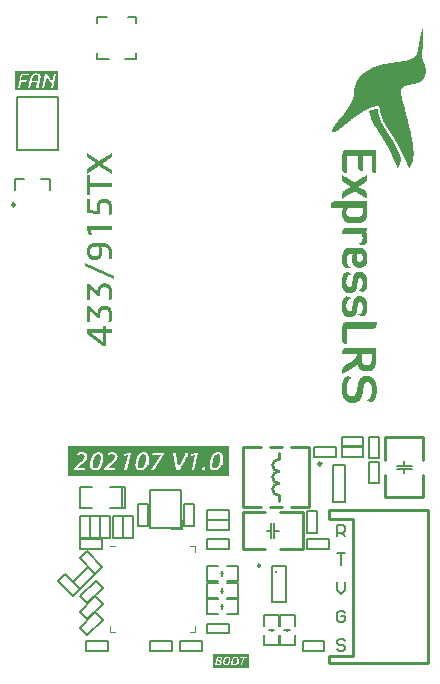
<source format=gto>
G04*
G04 #@! TF.GenerationSoftware,Altium Limited,Altium Designer,20.0.1 (14)*
G04*
G04 Layer_Color=65535*
%FSLAX44Y44*%
%MOMM*%
G71*
G01*
G75*
%ADD10C,0.2540*%
%ADD11C,0.2500*%
%ADD12C,0.1778*%
%ADD13C,0.1524*%
%ADD14C,0.2032*%
%ADD15C,0.2000*%
%ADD16C,0.1199*%
%ADD17C,0.0254*%
%ADD18C,0.1520*%
%ADD19C,0.1500*%
%ADD20C,0.1800*%
G36*
X206371Y166030D02*
X70250D01*
Y191286D01*
X206371D01*
Y166030D01*
D02*
G37*
G36*
X223446Y3895D02*
X192994D01*
Y15204D01*
X223446D01*
Y3895D01*
D02*
G37*
G36*
X107250Y436081D02*
X99160Y430774D01*
X107250Y425354D01*
Y421892D01*
X96749Y429059D01*
X86524Y422296D01*
Y426066D01*
X94225Y431082D01*
X86524Y436324D01*
Y439819D01*
X96668Y432797D01*
X107250Y439916D01*
Y436081D01*
D02*
G37*
G36*
X88983Y414352D02*
X107250D01*
Y411084D01*
X88983D01*
Y404272D01*
X86524D01*
Y421147D01*
X88983D01*
Y414352D01*
D02*
G37*
G36*
X101166Y400923D02*
X101328D01*
X101522Y400906D01*
X101733Y400890D01*
X101959Y400874D01*
X102461Y400793D01*
X102995Y400696D01*
X103529Y400550D01*
X104030Y400356D01*
X104046D01*
X104095Y400324D01*
X104160Y400292D01*
X104241Y400243D01*
X104354Y400195D01*
X104483Y400114D01*
X104775Y399936D01*
X105114Y399709D01*
X105454Y399434D01*
X105794Y399110D01*
X106117Y398738D01*
X106134Y398722D01*
X106150Y398690D01*
X106198Y398641D01*
X106247Y398560D01*
X106312Y398463D01*
X106392Y398334D01*
X106473Y398204D01*
X106554Y398043D01*
X106651Y397881D01*
X106748Y397687D01*
X106926Y397266D01*
X107104Y396797D01*
X107250Y396279D01*
Y396263D01*
X107266Y396214D01*
X107282Y396133D01*
X107298Y396036D01*
X107331Y395891D01*
X107363Y395729D01*
X107396Y395551D01*
X107412Y395357D01*
X107444Y395130D01*
X107477Y394888D01*
X107509Y394613D01*
X107541Y394338D01*
X107574Y393739D01*
X107590Y393108D01*
Y392687D01*
X107574Y392525D01*
Y392137D01*
X107541Y391684D01*
X107509Y391182D01*
X107477Y390665D01*
X107412Y390163D01*
Y390147D01*
X107396Y390098D01*
Y390034D01*
X107379Y389937D01*
X107363Y389807D01*
X107347Y389678D01*
X107315Y389516D01*
X107282Y389338D01*
X107218Y388933D01*
X107137Y388480D01*
X107023Y387995D01*
X106910Y387493D01*
X104451Y387785D01*
Y387801D01*
X104467Y387849D01*
X104483Y387914D01*
X104499Y388011D01*
X104532Y388124D01*
X104564Y388270D01*
X104597Y388416D01*
X104629Y388594D01*
X104710Y388982D01*
X104791Y389419D01*
X104872Y389872D01*
X104952Y390341D01*
Y390406D01*
X104969Y390471D01*
X104985Y390551D01*
X105001Y390665D01*
Y390810D01*
X105017Y390956D01*
X105033Y391134D01*
X105066Y391522D01*
X105098Y391959D01*
X105114Y392428D01*
X105130Y392930D01*
Y393189D01*
X105114Y393302D01*
Y393545D01*
X105098Y393836D01*
X105066Y394160D01*
X104969Y394823D01*
Y394839D01*
X104952Y394855D01*
Y394904D01*
X104936Y394968D01*
X104888Y395130D01*
X104823Y395341D01*
X104726Y395567D01*
X104613Y395826D01*
X104483Y396069D01*
X104321Y396311D01*
X104305Y396344D01*
X104241Y396409D01*
X104127Y396522D01*
X103982Y396667D01*
X103804Y396829D01*
X103577Y396991D01*
X103335Y397137D01*
X103043Y397282D01*
X103027D01*
X103011Y397298D01*
X102962Y397315D01*
X102898Y397331D01*
X102817Y397363D01*
X102720Y397396D01*
X102477Y397460D01*
X102186Y397525D01*
X101814Y397590D01*
X101409Y397622D01*
X100956Y397638D01*
X100940D01*
X100907D01*
X100843D01*
X100762D01*
X100665Y397622D01*
X100535D01*
X100260Y397590D01*
X99953Y397557D01*
X99629Y397493D01*
X99306Y397396D01*
X98998Y397282D01*
X98982D01*
X98966Y397266D01*
X98869Y397217D01*
X98723Y397137D01*
X98545Y397039D01*
X98351Y396894D01*
X98157Y396732D01*
X97947Y396538D01*
X97769Y396328D01*
X97753Y396295D01*
X97688Y396214D01*
X97607Y396101D01*
X97510Y395923D01*
X97413Y395713D01*
X97299Y395454D01*
X97202Y395179D01*
X97121Y394871D01*
Y394855D01*
X97105Y394839D01*
Y394790D01*
X97089Y394726D01*
X97057Y394548D01*
X97024Y394321D01*
X96992Y394030D01*
X96960Y393707D01*
X96927Y393350D01*
Y392606D01*
X96944Y392477D01*
Y392331D01*
X96960Y392008D01*
X96992Y391636D01*
X97024Y391215D01*
X97073Y390762D01*
Y390713D01*
X97089Y390648D01*
X97105Y390551D01*
Y390454D01*
X97121Y390325D01*
X97170Y390034D01*
X97202Y389694D01*
X97251Y389322D01*
X97316Y388933D01*
X97364Y388561D01*
X96555Y387785D01*
X86524Y388675D01*
Y400308D01*
X89112D01*
Y391263D01*
X94662Y390778D01*
Y390794D01*
X94646Y390859D01*
X94630Y390956D01*
X94614Y391101D01*
X94597Y391279D01*
X94581Y391474D01*
X94549Y391716D01*
X94533Y391991D01*
Y392024D01*
X94516Y392121D01*
Y392267D01*
X94500Y392461D01*
X94484Y392687D01*
Y392930D01*
X94468Y393448D01*
Y393739D01*
X94484Y393885D01*
Y394046D01*
X94500Y394240D01*
Y394467D01*
X94549Y394936D01*
X94597Y395454D01*
X94678Y395988D01*
X94792Y396506D01*
Y396522D01*
X94808Y396570D01*
X94824Y396635D01*
X94856Y396732D01*
X94889Y396861D01*
X94921Y396991D01*
X94986Y397153D01*
X95034Y397315D01*
X95180Y397687D01*
X95358Y398075D01*
X95584Y398479D01*
X95843Y398852D01*
Y398868D01*
X95876Y398900D01*
X95924Y398949D01*
X95973Y399013D01*
X96135Y399191D01*
X96361Y399418D01*
X96636Y399661D01*
X96976Y399920D01*
X97364Y400162D01*
X97801Y400389D01*
X97817D01*
X97850Y400405D01*
X97930Y400437D01*
X98027Y400470D01*
X98141Y400518D01*
X98286Y400567D01*
X98448Y400615D01*
X98642Y400664D01*
X98853Y400712D01*
X99095Y400761D01*
X99338Y400809D01*
X99613Y400858D01*
X99904Y400890D01*
X100196Y400923D01*
X100859Y400939D01*
X100875D01*
X100940D01*
X101037D01*
X101166Y400923D01*
D02*
G37*
G36*
X107250Y374711D02*
X89339D01*
X90552Y369971D01*
X87931D01*
X86524Y375294D01*
Y377867D01*
X107250D01*
Y374711D01*
D02*
G37*
G36*
X97267Y363822D02*
X97526D01*
X97833Y363806D01*
X98173Y363790D01*
X98561Y363758D01*
X98950Y363725D01*
X99370Y363693D01*
X100244Y363580D01*
X101102Y363418D01*
X101522Y363321D01*
X101927Y363208D01*
X101943D01*
X102024Y363175D01*
X102121Y363143D01*
X102267Y363094D01*
X102445Y363030D01*
X102655Y362949D01*
X102881Y362852D01*
X103124Y362755D01*
X103658Y362496D01*
X104224Y362188D01*
X104775Y361832D01*
X105033Y361622D01*
X105276Y361412D01*
X105292Y361395D01*
X105325Y361363D01*
X105389Y361298D01*
X105486Y361201D01*
X105583Y361088D01*
X105697Y360959D01*
X105826Y360797D01*
X105972Y360619D01*
X106117Y360425D01*
X106263Y360198D01*
X106425Y359972D01*
X106570Y359713D01*
X106846Y359163D01*
X106959Y358871D01*
X107072Y358564D01*
Y358548D01*
X107088Y358483D01*
X107121Y358402D01*
X107153Y358273D01*
X107185Y358111D01*
X107234Y357917D01*
X107282Y357706D01*
X107331Y357464D01*
X107379Y357189D01*
X107428Y356897D01*
X107477Y356590D01*
X107509Y356266D01*
X107541Y355910D01*
X107574Y355555D01*
X107590Y354794D01*
Y354487D01*
X107574Y354357D01*
Y354050D01*
X107557Y353678D01*
X107525Y353257D01*
X107477Y352804D01*
X107428Y352318D01*
Y352254D01*
X107412Y352189D01*
X107396Y352092D01*
X107379Y351979D01*
X107363Y351849D01*
X107347Y351704D01*
X107315Y351542D01*
X107266Y351170D01*
X107201Y350765D01*
X107121Y350345D01*
X107040Y349924D01*
X104548Y350280D01*
Y350296D01*
X104564Y350328D01*
Y350393D01*
X104580Y350458D01*
X104613Y350555D01*
X104629Y350684D01*
X104661Y350814D01*
X104694Y350959D01*
X104758Y351299D01*
X104823Y351671D01*
X104904Y352092D01*
X104969Y352529D01*
Y352577D01*
X104985Y352642D01*
X105001Y352739D01*
Y352836D01*
X105017Y352966D01*
X105033Y353111D01*
X105049Y353273D01*
X105082Y353613D01*
X105098Y354001D01*
X105130Y354406D01*
Y355053D01*
X105114Y355166D01*
Y355312D01*
X105098Y355457D01*
X105082Y355635D01*
X105049Y356007D01*
X105001Y356396D01*
X104920Y356816D01*
X104807Y357221D01*
Y357237D01*
X104791Y357270D01*
X104775Y357318D01*
X104742Y357399D01*
X104710Y357496D01*
X104661Y357593D01*
X104548Y357852D01*
X104402Y358127D01*
X104208Y358434D01*
X103982Y358726D01*
X103707Y359017D01*
X103690Y359033D01*
X103674Y359049D01*
X103626Y359082D01*
X103561Y359130D01*
X103480Y359195D01*
X103399Y359276D01*
X103156Y359438D01*
X102849Y359616D01*
X102493Y359794D01*
X102089Y359972D01*
X101619Y360133D01*
X101603D01*
X101555Y360150D01*
X101490Y360166D01*
X101377Y360198D01*
X101264Y360230D01*
X101102Y360263D01*
X100924Y360295D01*
X100713Y360344D01*
X100503Y360376D01*
X100244Y360408D01*
X99985Y360441D01*
X99694Y360473D01*
X99387Y360505D01*
X99063Y360522D01*
X98723Y360538D01*
X98367D01*
Y360522D01*
X98384Y360489D01*
X98400Y360441D01*
X98416Y360360D01*
X98448Y360263D01*
X98481Y360150D01*
X98513Y360036D01*
X98561Y359891D01*
X98642Y359551D01*
X98723Y359179D01*
X98820Y358758D01*
X98901Y358321D01*
Y358305D01*
X98917Y358273D01*
Y358208D01*
X98934Y358111D01*
X98950Y357998D01*
X98966Y357868D01*
X98982Y357723D01*
X98998Y357561D01*
X99047Y357189D01*
X99079Y356768D01*
X99095Y356315D01*
X99112Y355846D01*
Y355700D01*
X99095Y355538D01*
Y355312D01*
X99063Y355037D01*
X99031Y354729D01*
X98998Y354373D01*
X98934Y354001D01*
X98853Y353597D01*
X98772Y353192D01*
X98659Y352772D01*
X98513Y352351D01*
X98351Y351930D01*
X98173Y351526D01*
X97947Y351137D01*
X97704Y350782D01*
X97688Y350765D01*
X97639Y350701D01*
X97558Y350620D01*
X97429Y350506D01*
X97267Y350361D01*
X97089Y350215D01*
X96846Y350037D01*
X96587Y349875D01*
X96280Y349714D01*
X95940Y349536D01*
X95552Y349390D01*
X95131Y349261D01*
X94678Y349131D01*
X94177Y349050D01*
X93627Y348985D01*
X93044Y348969D01*
X93028D01*
X93012D01*
X92963D01*
X92899D01*
X92737Y348985D01*
X92526Y349002D01*
X92251Y349034D01*
X91944Y349066D01*
X91604Y349131D01*
X91232Y349212D01*
X90844Y349309D01*
X90439Y349422D01*
X90019Y349584D01*
X89598Y349762D01*
X89193Y349972D01*
X88789Y350231D01*
X88400Y350523D01*
X88045Y350846D01*
X88028Y350862D01*
X87964Y350927D01*
X87867Y351040D01*
X87753Y351202D01*
X87624Y351396D01*
X87462Y351623D01*
X87300Y351898D01*
X87122Y352221D01*
X86944Y352577D01*
X86783Y352982D01*
X86621Y353419D01*
X86491Y353888D01*
X86362Y354406D01*
X86281Y354956D01*
X86216Y355538D01*
X86200Y356169D01*
Y356347D01*
X86216Y356493D01*
Y356655D01*
X86232Y356849D01*
X86249Y357059D01*
X86265Y357302D01*
X86297Y357545D01*
X86346Y357803D01*
X86443Y358370D01*
X86588Y358936D01*
X86783Y359486D01*
Y359502D01*
X86815Y359551D01*
X86847Y359632D01*
X86896Y359729D01*
X86960Y359858D01*
X87025Y359988D01*
X87122Y360150D01*
X87236Y360327D01*
X87494Y360716D01*
X87802Y361104D01*
X88190Y361509D01*
X88627Y361897D01*
X88643Y361913D01*
X88692Y361945D01*
X88757Y361994D01*
X88854Y362059D01*
X88983Y362140D01*
X89129Y362237D01*
X89307Y362334D01*
X89501Y362447D01*
X89727Y362560D01*
X89986Y362674D01*
X90245Y362803D01*
X90536Y362916D01*
X90844Y363046D01*
X91184Y363159D01*
X91523Y363256D01*
X91895Y363353D01*
X91912D01*
X91992Y363369D01*
X92090Y363402D01*
X92251Y363434D01*
X92445Y363466D01*
X92672Y363515D01*
X92947Y363547D01*
X93254Y363596D01*
X93578Y363644D01*
X93950Y363693D01*
X94355Y363725D01*
X94775Y363758D01*
X95245Y363790D01*
X95714Y363822D01*
X96215Y363839D01*
X96749D01*
X96765D01*
X96782D01*
X96830D01*
X96879D01*
X97041D01*
X97267Y363822D01*
D02*
G37*
G36*
X108900Y335589D02*
Y332903D01*
X84485Y344002D01*
Y346720D01*
X108900Y335589D01*
D02*
G37*
G36*
X101231Y329327D02*
X101393D01*
X101587Y329311D01*
X101797Y329295D01*
X102024Y329262D01*
X102526Y329198D01*
X103043Y329084D01*
X103577Y328939D01*
X104079Y328745D01*
X104095D01*
X104127Y328712D01*
X104208Y328680D01*
X104289Y328631D01*
X104402Y328567D01*
X104516Y328502D01*
X104807Y328308D01*
X105130Y328081D01*
X105470Y327790D01*
X105810Y327450D01*
X106117Y327078D01*
X106134Y327062D01*
X106150Y327029D01*
X106182Y326965D01*
X106247Y326884D01*
X106312Y326787D01*
X106376Y326674D01*
X106457Y326528D01*
X106538Y326366D01*
X106635Y326188D01*
X106716Y325994D01*
X106894Y325557D01*
X107072Y325072D01*
X107218Y324538D01*
Y324522D01*
X107234Y324473D01*
X107250Y324392D01*
X107266Y324279D01*
X107298Y324150D01*
X107331Y323988D01*
X107363Y323794D01*
X107379Y323583D01*
X107412Y323357D01*
X107444Y323098D01*
X107477Y322839D01*
X107509Y322564D01*
X107541Y321965D01*
X107557Y321318D01*
Y320897D01*
X107541Y320719D01*
Y320525D01*
X107525Y320315D01*
Y320088D01*
X107509Y319846D01*
X107477Y319312D01*
X107428Y318745D01*
X107363Y318179D01*
Y318163D01*
X107347Y318114D01*
Y318034D01*
X107331Y317920D01*
X107315Y317791D01*
X107282Y317629D01*
X107266Y317467D01*
X107234Y317273D01*
X107169Y316836D01*
X107088Y316367D01*
X106991Y315882D01*
X106878Y315396D01*
X104418Y315688D01*
Y315704D01*
X104435Y315736D01*
X104451Y315801D01*
X104467Y315898D01*
X104499Y316011D01*
X104532Y316140D01*
X104564Y316286D01*
X104597Y316448D01*
X104645Y316642D01*
X104677Y316836D01*
X104758Y317273D01*
X104855Y317759D01*
X104936Y318260D01*
Y318325D01*
X104952Y318406D01*
X104969Y318503D01*
X104985Y318632D01*
X105001Y318778D01*
X105017Y318956D01*
X105033Y319150D01*
X105049Y319344D01*
X105066Y319571D01*
X105098Y320056D01*
X105114Y320574D01*
X105130Y321108D01*
Y321399D01*
X105114Y321512D01*
X105098Y321787D01*
X105082Y322095D01*
X105049Y322435D01*
X105001Y322790D01*
X104936Y323130D01*
Y323146D01*
X104920Y323179D01*
Y323211D01*
X104888Y323276D01*
X104839Y323454D01*
X104775Y323664D01*
X104677Y323907D01*
X104564Y324166D01*
X104435Y324425D01*
X104273Y324667D01*
X104257Y324700D01*
X104192Y324781D01*
X104079Y324894D01*
X103933Y325039D01*
X103755Y325201D01*
X103545Y325363D01*
X103302Y325509D01*
X103027Y325654D01*
X103011D01*
X102995Y325670D01*
X102946Y325687D01*
X102881Y325703D01*
X102801Y325735D01*
X102720Y325768D01*
X102477Y325832D01*
X102202Y325897D01*
X101862Y325962D01*
X101474Y325994D01*
X101053Y326010D01*
X101037D01*
X100972D01*
X100875D01*
X100730Y325994D01*
X100568Y325978D01*
X100390Y325946D01*
X100196Y325897D01*
X99969Y325848D01*
X99743Y325784D01*
X99516Y325703D01*
X99273Y325606D01*
X99047Y325476D01*
X98820Y325331D01*
X98610Y325169D01*
X98416Y324975D01*
X98238Y324748D01*
X98222Y324732D01*
X98205Y324683D01*
X98157Y324619D01*
X98108Y324522D01*
X98027Y324392D01*
X97963Y324247D01*
X97882Y324052D01*
X97801Y323858D01*
X97720Y323616D01*
X97639Y323357D01*
X97558Y323082D01*
X97494Y322774D01*
X97445Y322451D01*
X97396Y322095D01*
X97380Y321722D01*
X97364Y321318D01*
Y318956D01*
X95261D01*
X89015Y324748D01*
Y315558D01*
X86524D01*
Y328745D01*
X88708D01*
X95115Y322596D01*
Y322823D01*
X95131Y322936D01*
Y323065D01*
X95147Y323211D01*
Y323357D01*
X95196Y323713D01*
X95245Y324117D01*
X95325Y324554D01*
X95439Y324991D01*
Y325007D01*
X95455Y325039D01*
X95471Y325104D01*
X95504Y325201D01*
X95536Y325298D01*
X95568Y325428D01*
X95681Y325703D01*
X95827Y326043D01*
X96005Y326399D01*
X96215Y326771D01*
X96458Y327143D01*
Y327159D01*
X96490Y327191D01*
X96523Y327240D01*
X96587Y327305D01*
X96733Y327483D01*
X96944Y327709D01*
X97202Y327952D01*
X97510Y328227D01*
X97866Y328486D01*
X98254Y328728D01*
X98270D01*
X98303Y328761D01*
X98367Y328793D01*
X98448Y328825D01*
X98545Y328874D01*
X98675Y328923D01*
X98820Y328971D01*
X98998Y329036D01*
X99176Y329100D01*
X99387Y329149D01*
X99597Y329198D01*
X99840Y329246D01*
X100357Y329311D01*
X100924Y329343D01*
X100940D01*
X101005D01*
X101102D01*
X101231Y329327D01*
D02*
G37*
G36*
Y310461D02*
X101393D01*
X101587Y310445D01*
X101797Y310429D01*
X102024Y310397D01*
X102526Y310332D01*
X103043Y310219D01*
X103577Y310073D01*
X104079Y309879D01*
X104095D01*
X104127Y309847D01*
X104208Y309814D01*
X104289Y309766D01*
X104402Y309701D01*
X104516Y309636D01*
X104807Y309442D01*
X105130Y309216D01*
X105470Y308924D01*
X105810Y308584D01*
X106117Y308212D01*
X106134Y308196D01*
X106150Y308164D01*
X106182Y308099D01*
X106247Y308018D01*
X106312Y307921D01*
X106376Y307808D01*
X106457Y307662D01*
X106538Y307500D01*
X106635Y307323D01*
X106716Y307128D01*
X106894Y306691D01*
X107072Y306206D01*
X107218Y305672D01*
Y305656D01*
X107234Y305607D01*
X107250Y305527D01*
X107266Y305413D01*
X107298Y305284D01*
X107331Y305122D01*
X107363Y304928D01*
X107379Y304718D01*
X107412Y304491D01*
X107444Y304232D01*
X107477Y303973D01*
X107509Y303698D01*
X107541Y303100D01*
X107557Y302452D01*
Y302032D01*
X107541Y301854D01*
Y301660D01*
X107525Y301449D01*
Y301223D01*
X107509Y300980D01*
X107477Y300446D01*
X107428Y299880D01*
X107363Y299314D01*
Y299297D01*
X107347Y299249D01*
Y299168D01*
X107331Y299055D01*
X107315Y298925D01*
X107282Y298763D01*
X107266Y298602D01*
X107234Y298407D01*
X107169Y297971D01*
X107088Y297501D01*
X106991Y297016D01*
X106878Y296531D01*
X104418Y296822D01*
Y296838D01*
X104435Y296870D01*
X104451Y296935D01*
X104467Y297032D01*
X104499Y297145D01*
X104532Y297275D01*
X104564Y297421D01*
X104597Y297582D01*
X104645Y297776D01*
X104677Y297971D01*
X104758Y298407D01*
X104855Y298893D01*
X104936Y299394D01*
Y299459D01*
X104952Y299540D01*
X104969Y299637D01*
X104985Y299767D01*
X105001Y299912D01*
X105017Y300090D01*
X105033Y300284D01*
X105049Y300478D01*
X105066Y300705D01*
X105098Y301190D01*
X105114Y301708D01*
X105130Y302242D01*
Y302533D01*
X105114Y302647D01*
X105098Y302922D01*
X105082Y303229D01*
X105049Y303569D01*
X105001Y303925D01*
X104936Y304265D01*
Y304281D01*
X104920Y304313D01*
Y304345D01*
X104888Y304410D01*
X104839Y304588D01*
X104775Y304799D01*
X104677Y305041D01*
X104564Y305300D01*
X104435Y305559D01*
X104273Y305802D01*
X104257Y305834D01*
X104192Y305915D01*
X104079Y306028D01*
X103933Y306174D01*
X103755Y306336D01*
X103545Y306497D01*
X103302Y306643D01*
X103027Y306789D01*
X103011D01*
X102995Y306805D01*
X102946Y306821D01*
X102881Y306837D01*
X102801Y306870D01*
X102720Y306902D01*
X102477Y306967D01*
X102202Y307031D01*
X101862Y307096D01*
X101474Y307128D01*
X101053Y307145D01*
X101037D01*
X100972D01*
X100875D01*
X100730Y307128D01*
X100568Y307112D01*
X100390Y307080D01*
X100196Y307031D01*
X99969Y306983D01*
X99743Y306918D01*
X99516Y306837D01*
X99273Y306740D01*
X99047Y306611D01*
X98820Y306465D01*
X98610Y306303D01*
X98416Y306109D01*
X98238Y305882D01*
X98222Y305866D01*
X98205Y305818D01*
X98157Y305753D01*
X98108Y305656D01*
X98027Y305527D01*
X97963Y305381D01*
X97882Y305187D01*
X97801Y304993D01*
X97720Y304750D01*
X97639Y304491D01*
X97558Y304216D01*
X97494Y303909D01*
X97445Y303585D01*
X97396Y303229D01*
X97380Y302857D01*
X97364Y302452D01*
Y300090D01*
X95261D01*
X89015Y305882D01*
Y296692D01*
X86524D01*
Y309879D01*
X88708D01*
X95115Y303731D01*
Y303957D01*
X95131Y304070D01*
Y304200D01*
X95147Y304345D01*
Y304491D01*
X95196Y304847D01*
X95245Y305252D01*
X95325Y305688D01*
X95439Y306125D01*
Y306141D01*
X95455Y306174D01*
X95471Y306238D01*
X95504Y306336D01*
X95536Y306433D01*
X95568Y306562D01*
X95681Y306837D01*
X95827Y307177D01*
X96005Y307533D01*
X96215Y307905D01*
X96458Y308277D01*
Y308293D01*
X96490Y308326D01*
X96523Y308374D01*
X96587Y308439D01*
X96733Y308617D01*
X96944Y308843D01*
X97202Y309086D01*
X97510Y309361D01*
X97866Y309620D01*
X98254Y309863D01*
X98270D01*
X98303Y309895D01*
X98367Y309928D01*
X98448Y309960D01*
X98545Y310008D01*
X98675Y310057D01*
X98820Y310105D01*
X98998Y310170D01*
X99176Y310235D01*
X99387Y310283D01*
X99597Y310332D01*
X99840Y310380D01*
X100357Y310445D01*
X100924Y310478D01*
X100940D01*
X101005D01*
X101102D01*
X101231Y310461D01*
D02*
G37*
G36*
X102283Y290463D02*
X107250D01*
Y287405D01*
X102283D01*
Y276484D01*
X100147D01*
X86524Y286175D01*
Y290463D01*
X99888D01*
Y293100D01*
X102283D01*
Y290463D01*
D02*
G37*
G36*
X331262Y422512D02*
X331239D01*
X331147D01*
X331008D01*
X330823Y422535D01*
X330799D01*
X330776D01*
X330707Y422558D01*
X330614D01*
X330476Y422581D01*
X330314Y422628D01*
X330105Y422674D01*
X329851Y422720D01*
X329828D01*
X329735Y422743D01*
X329596Y422790D01*
X329434Y422836D01*
X329249Y422906D01*
X329041Y422975D01*
X328624Y423160D01*
X328601Y423183D01*
X328532Y423206D01*
X328439Y423276D01*
X328324Y423368D01*
X328185Y423507D01*
X328023Y423646D01*
X327861Y423854D01*
X327699Y424062D01*
X327676Y424086D01*
X327629Y424178D01*
X327560Y424294D01*
X327491Y424479D01*
X327421Y424687D01*
X327352Y424942D01*
X327305Y425219D01*
X327282Y425520D01*
Y436882D01*
X319831D01*
Y428042D01*
X319855Y427672D01*
X319878Y427256D01*
X319901Y426816D01*
X319947Y426376D01*
X319993Y425937D01*
Y425890D01*
X320017Y425752D01*
X320063Y425566D01*
X320086Y425335D01*
X320155Y425081D01*
X320202Y424849D01*
X320248Y424641D01*
X320317Y424479D01*
X320479Y424109D01*
X320456D01*
X320433D01*
X320364D01*
X320271D01*
X320063Y424132D01*
X319762Y424178D01*
X319415Y424224D01*
X319021Y424317D01*
X318605Y424433D01*
X318165Y424595D01*
X317726Y424803D01*
X317309Y425034D01*
X316916Y425358D01*
X316569Y425728D01*
X316268Y426168D01*
X316060Y426677D01*
X315967Y426978D01*
X315898Y427279D01*
X315875Y427603D01*
X315851Y427950D01*
Y436882D01*
X306480D01*
Y422512D01*
X306457D01*
X306434D01*
X306364D01*
X306272D01*
X306017Y422558D01*
X305693Y422605D01*
X305670D01*
X305601Y422628D01*
X305508D01*
X305369Y422674D01*
X305184Y422720D01*
X304953Y422767D01*
X304698Y422836D01*
X304397Y422929D01*
X304351D01*
X304259Y422975D01*
X304097Y423044D01*
X303911Y423137D01*
X303703Y423252D01*
X303472Y423414D01*
X303241Y423623D01*
X303032Y423854D01*
X303009Y423877D01*
X302940Y423970D01*
X302870Y424109D01*
X302778Y424317D01*
X302662Y424548D01*
X302593Y424849D01*
X302523Y425173D01*
X302500Y425520D01*
Y438409D01*
X302523Y438478D01*
Y438594D01*
X302546Y438733D01*
X302569Y438918D01*
X302616Y439149D01*
X302662Y439404D01*
Y439427D01*
X302685Y439543D01*
X302708Y439682D01*
X302754Y439867D01*
X302824Y440075D01*
X302870Y440283D01*
X303032Y440746D01*
X303055Y440769D01*
X303078Y440839D01*
X303148Y440954D01*
X303217Y441093D01*
X303333Y441255D01*
X303472Y441417D01*
X303634Y441602D01*
X303819Y441787D01*
X303842Y441810D01*
X303911Y441857D01*
X304027Y441949D01*
X304189Y442019D01*
X304374Y442111D01*
X304606Y442204D01*
X304837Y442250D01*
X305115Y442273D01*
X331262D01*
Y422512D01*
D02*
G37*
G36*
X323163Y421054D02*
X323187Y421008D01*
Y420915D01*
X323210Y420777D01*
X323233Y420638D01*
X323256Y420453D01*
X323326Y420059D01*
X323395Y419643D01*
X323441Y419203D01*
X323464Y418787D01*
X323487Y418439D01*
Y418231D01*
X323464Y418023D01*
X323418Y417722D01*
X323349Y417375D01*
X323256Y416982D01*
X323140Y416542D01*
X322955Y416102D01*
Y416079D01*
X322932Y416056D01*
X322909Y415987D01*
X322863Y415894D01*
X322724Y415686D01*
X322562Y415408D01*
X322331Y415107D01*
X322030Y414784D01*
X321683Y414460D01*
X321289Y414159D01*
X316060Y411058D01*
X321289Y407980D01*
X321312D01*
X321335Y407934D01*
X321474Y407842D01*
X321683Y407680D01*
X321937Y407448D01*
X322215Y407171D01*
X322492Y406847D01*
X322747Y406477D01*
X322955Y406037D01*
Y406014D01*
X322978Y405991D01*
X323002Y405921D01*
X323048Y405829D01*
X323117Y405597D01*
X323233Y405296D01*
X323326Y404926D01*
X323395Y404533D01*
X323464Y404116D01*
X323487Y403700D01*
X323163Y401039D01*
X323140D01*
X323117Y401085D01*
X323048Y401131D01*
X322932Y401201D01*
X322816Y401293D01*
X322678Y401409D01*
X322331Y401664D01*
X321914Y401941D01*
X321451Y402265D01*
X320919Y402612D01*
X320364Y402936D01*
X315157Y405991D01*
X315134D01*
X315088Y406037D01*
X314995Y406106D01*
X314856Y406176D01*
X314718Y406291D01*
X314533Y406430D01*
X314324Y406569D01*
X314116Y406754D01*
X314093Y406777D01*
X314023Y406847D01*
X313908Y406939D01*
X313769Y407055D01*
X313445Y407333D01*
X313121Y407657D01*
X312751Y408004D01*
Y407980D01*
X312728Y407957D01*
X312635Y407819D01*
X312496Y407633D01*
X312265Y407356D01*
X311964Y407055D01*
X311571Y406708D01*
X311362Y406546D01*
X311108Y406361D01*
X310830Y406176D01*
X310529Y405991D01*
X305786Y403214D01*
X305763Y403191D01*
X305693Y403167D01*
X305601Y403098D01*
X305462Y403006D01*
X305277Y402913D01*
X305092Y402797D01*
X304629Y402496D01*
X304097Y402173D01*
X303564Y401802D01*
X303032Y401432D01*
X302523Y401039D01*
Y401062D01*
X302500Y401108D01*
Y401201D01*
X302477Y401339D01*
X302454Y401478D01*
X302431Y401664D01*
X302384Y402057D01*
X302315Y402496D01*
X302269Y402936D01*
X302246Y403353D01*
X302222Y403538D01*
Y403908D01*
X302246Y404139D01*
X302292Y404440D01*
X302338Y404810D01*
X302431Y405227D01*
X302546Y405667D01*
X302708Y406129D01*
Y406152D01*
X302731Y406176D01*
X302754Y406245D01*
X302801Y406338D01*
X302940Y406546D01*
X303125Y406824D01*
X303356Y407147D01*
X303657Y407448D01*
X304004Y407772D01*
X304421Y408050D01*
X309743Y411058D01*
X304421Y414089D01*
X304397D01*
X304374Y414113D01*
X304235Y414205D01*
X304004Y414367D01*
X303750Y414575D01*
X303472Y414853D01*
X303194Y415177D01*
X302940Y415570D01*
X302708Y416010D01*
Y416033D01*
X302685Y416056D01*
X302662Y416126D01*
X302639Y416218D01*
X302546Y416473D01*
X302477Y416773D01*
X302384Y417144D01*
X302292Y417560D01*
X302246Y418000D01*
X302222Y418439D01*
X302523Y421077D01*
X302546Y421054D01*
X302593Y421031D01*
X302662Y420985D01*
X302754Y420892D01*
X302870Y420800D01*
X303032Y420707D01*
X303194Y420568D01*
X303402Y420429D01*
X303634Y420291D01*
X303865Y420106D01*
X304421Y419758D01*
X305068Y419342D01*
X305786Y418926D01*
X310529Y416149D01*
X310553Y416126D01*
X310645Y416079D01*
X310784Y415987D01*
X310969Y415848D01*
X311177Y415709D01*
X311385Y415547D01*
X311825Y415200D01*
X311848Y415177D01*
X311918Y415107D01*
X312010Y415015D01*
X312126Y414899D01*
X312357Y414645D01*
X312473Y414529D01*
X312542Y414413D01*
X312751Y414136D01*
X312774Y414159D01*
X312820Y414205D01*
X312890Y414274D01*
X313005Y414367D01*
X313260Y414622D01*
X313607Y414922D01*
X313977Y415246D01*
X314370Y415593D01*
X314787Y415894D01*
X315157Y416149D01*
X320364Y419203D01*
X320387D01*
X320433Y419249D01*
X320503Y419296D01*
X320618Y419365D01*
X320757Y419435D01*
X320919Y419527D01*
X321289Y419758D01*
X321729Y420036D01*
X322192Y420360D01*
X322678Y420707D01*
X323163Y421077D01*
Y421054D01*
D02*
G37*
G36*
X323696Y398609D02*
X323673Y398563D01*
X323626Y398470D01*
X323580Y398378D01*
X323511Y398216D01*
X323464Y398054D01*
X323395Y397869D01*
X323326Y397660D01*
X323163Y397174D01*
X323048Y396619D01*
X322955Y396041D01*
X322932Y395416D01*
Y395208D01*
X322955Y395092D01*
Y394791D01*
X322978Y394606D01*
X323025Y394166D01*
X323094Y393634D01*
X323187Y393009D01*
X323302Y392315D01*
Y392292D01*
X323326Y392223D01*
X323349Y392130D01*
X323372Y391991D01*
X323395Y391829D01*
X323418Y391644D01*
X323511Y391228D01*
X323580Y390765D01*
X323626Y390302D01*
X323673Y389885D01*
X323696Y389700D01*
Y389122D01*
X323673Y388821D01*
X323649Y388474D01*
X323603Y388058D01*
X323534Y387595D01*
X323464Y387086D01*
X323372Y386553D01*
X323256Y386021D01*
X323094Y385466D01*
X322932Y384911D01*
X322724Y384355D01*
X322469Y383846D01*
X322192Y383337D01*
X321868Y382874D01*
X321844Y382851D01*
X321775Y382782D01*
X321683Y382643D01*
X321521Y382504D01*
X321335Y382319D01*
X321104Y382111D01*
X320849Y381902D01*
X320526Y381671D01*
X320178Y381463D01*
X319808Y381255D01*
X319369Y381046D01*
X318906Y380861D01*
X318420Y380699D01*
X317865Y380583D01*
X317286Y380514D01*
X316684Y380491D01*
X308956D01*
X308910D01*
X308817D01*
X308655Y380514D01*
X308447Y380537D01*
X308169Y380560D01*
X307868Y380607D01*
X307521Y380699D01*
X307151Y380792D01*
X306758Y380907D01*
X306364Y381069D01*
X305948Y381255D01*
X305531Y381486D01*
X305115Y381764D01*
X304698Y382064D01*
X304305Y382435D01*
X303935Y382851D01*
X303911Y382874D01*
X303865Y382967D01*
X303750Y383083D01*
X303634Y383268D01*
X303495Y383499D01*
X303333Y383777D01*
X303171Y384077D01*
X302986Y384448D01*
X302801Y384841D01*
X302639Y385258D01*
X302477Y385744D01*
X302338Y386230D01*
X302222Y386762D01*
X302130Y387340D01*
X302060Y387919D01*
X302037Y388543D01*
Y388798D01*
X302060Y388937D01*
Y389076D01*
X302083Y389446D01*
X302130Y389862D01*
X302199Y390348D01*
X302292Y390834D01*
X302407Y391320D01*
Y391343D01*
X302431Y391367D01*
X302454Y391436D01*
X302477Y391528D01*
X302546Y391760D01*
X302639Y392038D01*
X302754Y392338D01*
X302893Y392639D01*
X303032Y392917D01*
X303171Y393171D01*
X303564Y393727D01*
X303541D01*
X303518Y393703D01*
X303449D01*
X303356Y393680D01*
X303102Y393634D01*
X302801Y393565D01*
X302431Y393495D01*
X302060Y393449D01*
X301667Y393426D01*
X301274Y393403D01*
X292573D01*
Y393703D01*
X292596Y393866D01*
Y394051D01*
X292643Y394444D01*
Y394467D01*
X292666Y394537D01*
Y394675D01*
X292689Y394860D01*
X292735Y395092D01*
X292782Y395370D01*
X292851Y395717D01*
X292920Y396110D01*
Y396156D01*
X292967Y396295D01*
X293036Y396503D01*
X293105Y396758D01*
X293244Y397036D01*
X293406Y397360D01*
X293591Y397660D01*
X293846Y397938D01*
X293869Y397961D01*
X293962Y398054D01*
X294123Y398146D01*
X294332Y398285D01*
X294586Y398401D01*
X294864Y398517D01*
X295211Y398609D01*
X295581Y398632D01*
X323696D01*
Y398609D01*
D02*
G37*
G36*
X323649Y376025D02*
X323626Y375979D01*
X323580Y375886D01*
X323534Y375770D01*
X323464Y375632D01*
X323395Y375470D01*
X323256Y375053D01*
X323094Y374590D01*
X322978Y374058D01*
X322886Y373503D01*
X322840Y372948D01*
Y372785D01*
X322863Y372600D01*
X322886Y372300D01*
X322909Y372114D01*
X322932Y371929D01*
X322978Y371698D01*
X323025Y371443D01*
X323071Y371189D01*
X323117Y370888D01*
X323187Y370564D01*
X323256Y370217D01*
Y370194D01*
X323279Y370125D01*
X323302Y370032D01*
X323326Y369893D01*
X323349Y369731D01*
X323395Y369546D01*
X323487Y369106D01*
X323557Y368597D01*
X323626Y368065D01*
X323673Y367533D01*
X323696Y367047D01*
Y366815D01*
X323673Y366654D01*
Y366445D01*
X323649Y366214D01*
X323626Y365959D01*
X323580Y365682D01*
X323464Y365080D01*
X323302Y364409D01*
X323071Y363761D01*
X322770Y363159D01*
Y363136D01*
X322724Y363090D01*
X322678Y363021D01*
X322585Y362905D01*
X322377Y362674D01*
X322076Y362373D01*
X321659Y362095D01*
X321428Y361979D01*
X321174Y361841D01*
X320896Y361748D01*
X320572Y361679D01*
X320248Y361632D01*
X319901Y361609D01*
X319878D01*
X319785D01*
X319646Y361632D01*
X319484D01*
X319276Y361679D01*
X319021Y361725D01*
X318790Y361771D01*
X318512Y361864D01*
X318489D01*
X318397Y361910D01*
X318281Y361956D01*
X318119Y362026D01*
X317749Y362188D01*
X317564Y362303D01*
X317402Y362396D01*
X317379D01*
X317332Y362442D01*
X317240Y362489D01*
X317124Y362581D01*
X316846Y362766D01*
X316499Y363044D01*
X316476Y363067D01*
X316430Y363090D01*
X316337Y363159D01*
X316245Y363229D01*
X316060Y363368D01*
X316013Y363437D01*
X315967Y363460D01*
X315990D01*
X316037D01*
X316129D01*
X316268Y363484D01*
X316407Y363507D01*
X316592Y363530D01*
X316985Y363622D01*
X317425Y363761D01*
X317888Y363969D01*
X318096Y364108D01*
X318304Y364270D01*
X318512Y364478D01*
X318698Y364687D01*
Y364710D01*
X318744Y364733D01*
X318790Y364802D01*
X318836Y364918D01*
X318906Y365034D01*
X318998Y365173D01*
X319068Y365335D01*
X319160Y365543D01*
X319322Y365983D01*
X319484Y366515D01*
X319577Y367140D01*
X319623Y367811D01*
Y367949D01*
X319600Y368019D01*
Y368134D01*
X319577Y368250D01*
Y368412D01*
X319554Y368597D01*
X319508Y368806D01*
X319484Y369060D01*
X319438Y369338D01*
X319392Y369639D01*
X319322Y370009D01*
X319253Y370379D01*
X319184Y370819D01*
X302222D01*
Y371143D01*
X302246Y371397D01*
Y371467D01*
X302269Y371559D01*
Y371675D01*
X302292Y371860D01*
X302315Y372068D01*
X302361Y372323D01*
X302407Y372647D01*
Y372693D01*
X302431Y372809D01*
X302454Y372971D01*
X302500Y373179D01*
X302546Y373433D01*
X302593Y373711D01*
X302754Y374243D01*
X302778Y374266D01*
X302801Y374359D01*
X302870Y374475D01*
X302940Y374660D01*
X303055Y374845D01*
X303194Y375053D01*
X303356Y375261D01*
X303541Y375493D01*
X303564Y375516D01*
X303634Y375585D01*
X303750Y375678D01*
X303911Y375770D01*
X304097Y375863D01*
X304305Y375956D01*
X304559Y376025D01*
X304814Y376048D01*
X323649D01*
Y376025D01*
D02*
G37*
G36*
X316939Y359619D02*
X317170Y359596D01*
X317448Y359573D01*
X317772Y359527D01*
X318119Y359457D01*
X318512Y359342D01*
X318929Y359226D01*
X319345Y359087D01*
X319785Y358879D01*
X320225Y358671D01*
X320641Y358393D01*
X321058Y358092D01*
X321451Y357745D01*
X321821Y357328D01*
X321844Y357305D01*
X321914Y357213D01*
X322006Y357097D01*
X322122Y356889D01*
X322261Y356657D01*
X322423Y356380D01*
X322585Y356033D01*
X322770Y355639D01*
X322932Y355200D01*
X323094Y354691D01*
X323256Y354158D01*
X323395Y353580D01*
X323534Y352932D01*
X323626Y352238D01*
X323673Y351520D01*
X323696Y350734D01*
Y350340D01*
X323673Y350039D01*
X323649Y349692D01*
X323603Y349299D01*
X323534Y348859D01*
X323464Y348373D01*
X323372Y347864D01*
X323256Y347355D01*
X323117Y346823D01*
X322932Y346291D01*
X322724Y345782D01*
X322492Y345273D01*
X322215Y344810D01*
X321891Y344394D01*
X321868Y344370D01*
X321798Y344301D01*
X321706Y344185D01*
X321567Y344046D01*
X321382Y343884D01*
X321174Y343722D01*
X320896Y343514D01*
X320618Y343306D01*
X320294Y343121D01*
X319924Y342912D01*
X319508Y342751D01*
X319091Y342565D01*
X318605Y342450D01*
X318119Y342334D01*
X317564Y342265D01*
X317008Y342242D01*
X316985D01*
X316893D01*
X316731Y342265D01*
X316523D01*
X316291Y342311D01*
X315990Y342357D01*
X315666Y342403D01*
X315342Y342496D01*
X314972Y342589D01*
X314579Y342727D01*
X314185Y342889D01*
X313792Y343074D01*
X313399Y343306D01*
X313005Y343584D01*
X312635Y343884D01*
X312265Y344231D01*
X312242Y344255D01*
X312195Y344324D01*
X312103Y344440D01*
X311987Y344602D01*
X311825Y344833D01*
X311686Y345088D01*
X311501Y345412D01*
X311339Y345759D01*
X311177Y346175D01*
X310992Y346661D01*
X310853Y347170D01*
X310714Y347749D01*
X310576Y348397D01*
X310483Y349068D01*
X310437Y349808D01*
X310414Y350618D01*
Y350803D01*
X310437Y350942D01*
Y351127D01*
X310460Y351335D01*
X310483Y351567D01*
X310506Y351821D01*
X310599Y352400D01*
X310714Y353048D01*
X310900Y353719D01*
X311131Y354390D01*
X309696D01*
X309650D01*
X309534D01*
X309349Y354367D01*
X309118Y354320D01*
X308840Y354251D01*
X308539Y354158D01*
X308215Y354020D01*
X307868Y353834D01*
X307521Y353603D01*
X307197Y353302D01*
X306896Y352932D01*
X306619Y352515D01*
X306387Y351983D01*
X306202Y351405D01*
X306133Y351058D01*
X306087Y350710D01*
X306040Y350340D01*
Y349646D01*
X306063Y349438D01*
X306087Y349183D01*
X306110Y348882D01*
X306133Y348559D01*
X306179Y348212D01*
X306318Y347448D01*
X306526Y346638D01*
X306642Y346245D01*
X306804Y345851D01*
X306966Y345458D01*
X307174Y345111D01*
X307197Y345088D01*
X307220Y345041D01*
X307290Y344949D01*
X307382Y344810D01*
X307498Y344671D01*
X307637Y344532D01*
X307984Y344185D01*
X308401Y343838D01*
X308910Y343537D01*
X309187Y343399D01*
X309488Y343306D01*
X309812Y343237D01*
X310136Y343213D01*
X310113Y343190D01*
X310067Y343167D01*
X309951Y343098D01*
X309835Y343028D01*
X309673Y342912D01*
X309488Y342820D01*
X309280Y342704D01*
X309049Y342589D01*
X308539Y342357D01*
X307984Y342149D01*
X307406Y342010D01*
X307128Y341987D01*
X306827Y341964D01*
X306804D01*
X306735D01*
X306619Y341987D01*
X306457D01*
X306272Y342033D01*
X306063Y342080D01*
X305832Y342149D01*
X305578Y342242D01*
X305300Y342357D01*
X305022Y342519D01*
X304721Y342681D01*
X304444Y342912D01*
X304143Y343167D01*
X303865Y343468D01*
X303588Y343815D01*
X303333Y344208D01*
X303310Y344231D01*
X303287Y344301D01*
X303217Y344440D01*
X303125Y344602D01*
X303032Y344833D01*
X302917Y345088D01*
X302801Y345412D01*
X302685Y345759D01*
X302569Y346152D01*
X302454Y346569D01*
X302338Y347054D01*
X302246Y347564D01*
X302153Y348096D01*
X302083Y348674D01*
X302060Y349276D01*
X302037Y349924D01*
Y350132D01*
X302060Y350363D01*
Y350687D01*
X302083Y351081D01*
X302130Y351520D01*
X302199Y352006D01*
X302269Y352538D01*
X302361Y353117D01*
X302500Y353695D01*
X302639Y354297D01*
X302824Y354899D01*
X303032Y355477D01*
X303287Y356056D01*
X303564Y356588D01*
X303888Y357097D01*
X303911Y357120D01*
X303981Y357213D01*
X304074Y357328D01*
X304235Y357490D01*
X304421Y357676D01*
X304652Y357907D01*
X304930Y358138D01*
X305231Y358370D01*
X305578Y358601D01*
X305971Y358833D01*
X306411Y359041D01*
X306873Y359249D01*
X307359Y359411D01*
X307915Y359527D01*
X308493Y359619D01*
X309095Y359642D01*
X316615D01*
X316661D01*
X316754D01*
X316939Y359619D01*
D02*
G37*
G36*
X317332Y339118D02*
X317564Y339095D01*
X317818Y339071D01*
X318142Y339025D01*
X318489Y338956D01*
X318883Y338863D01*
X319276Y338747D01*
X319693Y338586D01*
X320109Y338400D01*
X320503Y338192D01*
X320919Y337914D01*
X321312Y337614D01*
X321683Y337267D01*
X322006Y336873D01*
X322030Y336850D01*
X322076Y336758D01*
X322169Y336642D01*
X322261Y336457D01*
X322400Y336225D01*
X322539Y335924D01*
X322701Y335577D01*
X322863Y335184D01*
X323002Y334744D01*
X323163Y334258D01*
X323302Y333726D01*
X323441Y333125D01*
X323534Y332477D01*
X323626Y331782D01*
X323673Y331042D01*
X323696Y330255D01*
Y329885D01*
X323673Y329631D01*
Y329307D01*
X323649Y328960D01*
X323603Y328543D01*
X323557Y328103D01*
X323511Y327640D01*
X323441Y327155D01*
X323256Y326160D01*
X323002Y325188D01*
X322840Y324748D01*
X322654Y324309D01*
Y324285D01*
X322608Y324216D01*
X322539Y324100D01*
X322469Y323961D01*
X322354Y323799D01*
X322215Y323614D01*
X322076Y323406D01*
X321891Y323198D01*
X321683Y322990D01*
X321451Y322781D01*
X321220Y322596D01*
X320942Y322434D01*
X320641Y322295D01*
X320317Y322180D01*
X319993Y322110D01*
X319623Y322087D01*
X319600D01*
X319554D01*
X319461D01*
X319322Y322110D01*
X319184Y322133D01*
X318998Y322156D01*
X318767Y322203D01*
X318536Y322272D01*
X318003Y322457D01*
X317703Y322573D01*
X317379Y322735D01*
X317055Y322897D01*
X316731Y323105D01*
X316360Y323337D01*
X316013Y323614D01*
X316037D01*
X316083D01*
X316175D01*
X316314Y323637D01*
X316453Y323661D01*
X316615Y323707D01*
X317008Y323846D01*
X317240Y323938D01*
X317448Y324054D01*
X317680Y324193D01*
X317911Y324355D01*
X318142Y324563D01*
X318351Y324818D01*
X318559Y325072D01*
X318744Y325396D01*
X318767Y325419D01*
X318790Y325465D01*
X318836Y325581D01*
X318906Y325720D01*
X318975Y325882D01*
X319045Y326090D01*
X319137Y326345D01*
X319230Y326622D01*
X319322Y326923D01*
X319415Y327247D01*
X319484Y327617D01*
X319554Y328011D01*
X319623Y328450D01*
X319669Y328890D01*
X319716Y329376D01*
Y330047D01*
X319693Y330232D01*
X319669Y330510D01*
X319646Y330811D01*
X319577Y331181D01*
X319508Y331551D01*
X319415Y331921D01*
X319276Y332315D01*
X319114Y332685D01*
X318929Y333032D01*
X318674Y333356D01*
X318397Y333610D01*
X318073Y333819D01*
X317703Y333958D01*
X317494Y333981D01*
X317263Y334004D01*
X317217D01*
X317124Y333981D01*
X316962Y333958D01*
X316754Y333888D01*
X316523Y333773D01*
X316314Y333587D01*
X316083Y333356D01*
X315898Y333032D01*
X315875Y332986D01*
X315828Y332847D01*
X315759Y332639D01*
X315666Y332361D01*
X315574Y332014D01*
X315481Y331597D01*
X315412Y331135D01*
X315366Y330625D01*
Y330371D01*
X315342Y330232D01*
Y330070D01*
X315319Y329885D01*
X315296Y329677D01*
X315250Y329214D01*
X315180Y328682D01*
X315111Y328103D01*
X314995Y327502D01*
Y327479D01*
X314972Y327432D01*
Y327340D01*
X314926Y327224D01*
X314903Y327062D01*
X314856Y326900D01*
X314764Y326484D01*
X314648Y326021D01*
X314509Y325489D01*
X314139Y324401D01*
Y324378D01*
X314116Y324332D01*
X314093Y324262D01*
X314047Y324146D01*
X313908Y323892D01*
X313699Y323545D01*
X313445Y323175D01*
X313098Y322758D01*
X312681Y322365D01*
X312172Y321971D01*
X312149Y321948D01*
X312103Y321925D01*
X312033Y321879D01*
X311918Y321809D01*
X311779Y321740D01*
X311594Y321671D01*
X311409Y321578D01*
X311177Y321485D01*
X310923Y321393D01*
X310645Y321300D01*
X310344Y321231D01*
X310020Y321161D01*
X309303Y321046D01*
X308493Y320999D01*
X308470D01*
X308354D01*
X308192Y321023D01*
X307984Y321046D01*
X307729Y321069D01*
X307429Y321115D01*
X307105Y321208D01*
X306735Y321300D01*
X306364Y321416D01*
X305971Y321578D01*
X305578Y321763D01*
X305184Y321995D01*
X304791Y322272D01*
X304421Y322573D01*
X304050Y322943D01*
X303726Y323360D01*
X303703Y323383D01*
X303657Y323475D01*
X303564Y323614D01*
X303472Y323799D01*
X303333Y324031D01*
X303194Y324332D01*
X303032Y324702D01*
X302893Y325095D01*
X302731Y325558D01*
X302569Y326067D01*
X302431Y326646D01*
X302292Y327247D01*
X302199Y327918D01*
X302107Y328659D01*
X302060Y329422D01*
X302037Y330255D01*
Y330625D01*
X302060Y330903D01*
Y331227D01*
X302107Y331620D01*
X302130Y332037D01*
X302176Y332500D01*
X302246Y332986D01*
X302315Y333495D01*
X302500Y334536D01*
X302778Y335554D01*
X302963Y336040D01*
X303148Y336503D01*
X303171Y336526D01*
X303194Y336595D01*
X303264Y336711D01*
X303356Y336873D01*
X303472Y337035D01*
X303611Y337243D01*
X303773Y337452D01*
X303958Y337660D01*
X304166Y337868D01*
X304421Y338076D01*
X304675Y338285D01*
X304953Y338447D01*
X305254Y338609D01*
X305601Y338724D01*
X305948Y338794D01*
X306318Y338817D01*
X306341D01*
X306387D01*
X306503Y338794D01*
X306619D01*
X306781Y338747D01*
X306989Y338724D01*
X307197Y338655D01*
X307452Y338586D01*
X307729Y338493D01*
X308007Y338354D01*
X308331Y338215D01*
X308655Y338030D01*
X309002Y337822D01*
X309349Y337567D01*
X309720Y337267D01*
X310090Y336943D01*
X310067D01*
X310020D01*
X309928Y336919D01*
X309835D01*
X309696Y336896D01*
X309534Y336873D01*
X309164Y336781D01*
X308748Y336642D01*
X308331Y336433D01*
X307892Y336179D01*
X307683Y335994D01*
X307498Y335809D01*
Y335786D01*
X307452Y335762D01*
X307336Y335624D01*
X307174Y335392D01*
X306966Y335091D01*
X306735Y334721D01*
X306526Y334305D01*
X306341Y333842D01*
X306202Y333356D01*
Y333333D01*
X306179Y333287D01*
Y333217D01*
X306156Y333125D01*
X306133Y332986D01*
X306110Y332824D01*
X306087Y332662D01*
X306063Y332453D01*
X305994Y331991D01*
X305948Y331482D01*
X305925Y330880D01*
X305902Y330255D01*
Y329978D01*
X305925Y329862D01*
X305948Y329700D01*
X305994Y329307D01*
X306063Y328867D01*
X306179Y328381D01*
X306341Y327895D01*
X306572Y327409D01*
Y327386D01*
X306596Y327363D01*
X306711Y327201D01*
X306850Y326993D01*
X307082Y326761D01*
X307382Y326530D01*
X307753Y326322D01*
X308169Y326160D01*
X308424Y326137D01*
X308678Y326113D01*
X308701D01*
X308724D01*
X308863Y326137D01*
X309049Y326160D01*
X309280Y326229D01*
X309534Y326345D01*
X309812Y326530D01*
X310043Y326761D01*
X310275Y327085D01*
X310298Y327132D01*
X310367Y327247D01*
X310460Y327455D01*
X310553Y327733D01*
X310668Y328080D01*
X310761Y328497D01*
X310853Y328960D01*
X310900Y329492D01*
Y329561D01*
X310923Y329631D01*
Y329746D01*
X310946Y329885D01*
Y330047D01*
X310969Y330232D01*
X310992Y330440D01*
X311038Y330903D01*
X311108Y331435D01*
X311177Y332014D01*
X311270Y332639D01*
Y332662D01*
X311293Y332708D01*
Y332801D01*
X311316Y332916D01*
X311339Y333078D01*
X311385Y333240D01*
X311455Y333657D01*
X311571Y334143D01*
X311686Y334675D01*
X311825Y335230D01*
X311964Y335786D01*
Y335809D01*
X311987Y335855D01*
X312010Y335924D01*
X312057Y336017D01*
X312172Y336295D01*
X312334Y336619D01*
X312566Y337012D01*
X312866Y337405D01*
X313237Y337799D01*
X313676Y338192D01*
X313699D01*
X313746Y338238D01*
X313815Y338285D01*
X313908Y338331D01*
X314047Y338400D01*
X314185Y338493D01*
X314370Y338586D01*
X314579Y338655D01*
X314810Y338747D01*
X315065Y338840D01*
X315620Y339002D01*
X316291Y339095D01*
X317008Y339141D01*
X317055D01*
X317147D01*
X317332Y339118D01*
D02*
G37*
G36*
Y318547D02*
X317564Y318524D01*
X317818Y318500D01*
X318142Y318454D01*
X318489Y318385D01*
X318883Y318292D01*
X319276Y318176D01*
X319693Y318015D01*
X320109Y317829D01*
X320503Y317621D01*
X320919Y317344D01*
X321312Y317043D01*
X321683Y316696D01*
X322006Y316302D01*
X322030Y316279D01*
X322076Y316187D01*
X322169Y316071D01*
X322261Y315886D01*
X322400Y315654D01*
X322539Y315354D01*
X322701Y315006D01*
X322863Y314613D01*
X323002Y314173D01*
X323163Y313687D01*
X323302Y313155D01*
X323441Y312554D01*
X323534Y311906D01*
X323626Y311212D01*
X323673Y310471D01*
X323696Y309684D01*
Y309314D01*
X323673Y309060D01*
Y308736D01*
X323649Y308389D01*
X323603Y307972D01*
X323557Y307532D01*
X323511Y307070D01*
X323441Y306584D01*
X323256Y305589D01*
X323002Y304617D01*
X322840Y304177D01*
X322654Y303738D01*
Y303714D01*
X322608Y303645D01*
X322539Y303529D01*
X322469Y303391D01*
X322354Y303228D01*
X322215Y303043D01*
X322076Y302835D01*
X321891Y302627D01*
X321683Y302419D01*
X321451Y302210D01*
X321220Y302025D01*
X320942Y301863D01*
X320641Y301724D01*
X320317Y301609D01*
X319993Y301539D01*
X319623Y301516D01*
X319600D01*
X319554D01*
X319461D01*
X319322Y301539D01*
X319184Y301562D01*
X318998Y301586D01*
X318767Y301632D01*
X318536Y301701D01*
X318003Y301886D01*
X317703Y302002D01*
X317379Y302164D01*
X317055Y302326D01*
X316731Y302534D01*
X316360Y302766D01*
X316013Y303043D01*
X316037D01*
X316083D01*
X316175D01*
X316314Y303067D01*
X316453Y303090D01*
X316615Y303136D01*
X317008Y303275D01*
X317240Y303367D01*
X317448Y303483D01*
X317680Y303622D01*
X317911Y303784D01*
X318142Y303992D01*
X318351Y304247D01*
X318559Y304501D01*
X318744Y304825D01*
X318767Y304848D01*
X318790Y304895D01*
X318836Y305010D01*
X318906Y305149D01*
X318975Y305311D01*
X319045Y305519D01*
X319137Y305774D01*
X319230Y306052D01*
X319322Y306352D01*
X319415Y306676D01*
X319484Y307047D01*
X319554Y307440D01*
X319623Y307880D01*
X319669Y308319D01*
X319716Y308805D01*
Y309476D01*
X319693Y309661D01*
X319669Y309939D01*
X319646Y310240D01*
X319577Y310610D01*
X319508Y310980D01*
X319415Y311350D01*
X319276Y311744D01*
X319114Y312114D01*
X318929Y312461D01*
X318674Y312785D01*
X318397Y313040D01*
X318073Y313248D01*
X317703Y313387D01*
X317494Y313410D01*
X317263Y313433D01*
X317217D01*
X317124Y313410D01*
X316962Y313387D01*
X316754Y313317D01*
X316523Y313202D01*
X316314Y313016D01*
X316083Y312785D01*
X315898Y312461D01*
X315875Y312415D01*
X315828Y312276D01*
X315759Y312068D01*
X315666Y311790D01*
X315574Y311443D01*
X315481Y311026D01*
X315412Y310564D01*
X315366Y310055D01*
Y309800D01*
X315342Y309661D01*
Y309499D01*
X315319Y309314D01*
X315296Y309106D01*
X315250Y308643D01*
X315180Y308111D01*
X315111Y307532D01*
X314995Y306931D01*
Y306908D01*
X314972Y306861D01*
Y306769D01*
X314926Y306653D01*
X314903Y306491D01*
X314856Y306329D01*
X314764Y305913D01*
X314648Y305450D01*
X314509Y304918D01*
X314139Y303830D01*
Y303807D01*
X314116Y303761D01*
X314093Y303691D01*
X314047Y303576D01*
X313908Y303321D01*
X313699Y302974D01*
X313445Y302604D01*
X313098Y302187D01*
X312681Y301794D01*
X312172Y301401D01*
X312149Y301377D01*
X312103Y301354D01*
X312033Y301308D01*
X311918Y301238D01*
X311779Y301169D01*
X311594Y301100D01*
X311409Y301007D01*
X311177Y300914D01*
X310923Y300822D01*
X310645Y300729D01*
X310344Y300660D01*
X310020Y300591D01*
X309303Y300475D01*
X308493Y300429D01*
X308470D01*
X308354D01*
X308192Y300452D01*
X307984Y300475D01*
X307729Y300498D01*
X307429Y300544D01*
X307105Y300637D01*
X306735Y300729D01*
X306364Y300845D01*
X305971Y301007D01*
X305578Y301192D01*
X305184Y301424D01*
X304791Y301701D01*
X304421Y302002D01*
X304050Y302372D01*
X303726Y302789D01*
X303703Y302812D01*
X303657Y302904D01*
X303564Y303043D01*
X303472Y303228D01*
X303333Y303460D01*
X303194Y303761D01*
X303032Y304131D01*
X302893Y304524D01*
X302731Y304987D01*
X302569Y305496D01*
X302431Y306075D01*
X302292Y306676D01*
X302199Y307347D01*
X302107Y308088D01*
X302060Y308851D01*
X302037Y309684D01*
Y310055D01*
X302060Y310332D01*
Y310656D01*
X302107Y311050D01*
X302130Y311466D01*
X302176Y311929D01*
X302246Y312415D01*
X302315Y312924D01*
X302500Y313965D01*
X302778Y314983D01*
X302963Y315469D01*
X303148Y315932D01*
X303171Y315955D01*
X303194Y316025D01*
X303264Y316140D01*
X303356Y316302D01*
X303472Y316464D01*
X303611Y316672D01*
X303773Y316881D01*
X303958Y317089D01*
X304166Y317297D01*
X304421Y317505D01*
X304675Y317714D01*
X304953Y317876D01*
X305254Y318038D01*
X305601Y318153D01*
X305948Y318223D01*
X306318Y318246D01*
X306341D01*
X306387D01*
X306503Y318223D01*
X306619D01*
X306781Y318176D01*
X306989Y318153D01*
X307197Y318084D01*
X307452Y318015D01*
X307729Y317922D01*
X308007Y317783D01*
X308331Y317644D01*
X308655Y317459D01*
X309002Y317251D01*
X309349Y316996D01*
X309720Y316696D01*
X310090Y316372D01*
X310067D01*
X310020D01*
X309928Y316348D01*
X309835D01*
X309696Y316325D01*
X309534Y316302D01*
X309164Y316210D01*
X308748Y316071D01*
X308331Y315863D01*
X307892Y315608D01*
X307683Y315423D01*
X307498Y315238D01*
Y315215D01*
X307452Y315191D01*
X307336Y315053D01*
X307174Y314821D01*
X306966Y314520D01*
X306735Y314150D01*
X306526Y313734D01*
X306341Y313271D01*
X306202Y312785D01*
Y312762D01*
X306179Y312716D01*
Y312646D01*
X306156Y312554D01*
X306133Y312415D01*
X306110Y312253D01*
X306087Y312091D01*
X306063Y311883D01*
X305994Y311420D01*
X305948Y310911D01*
X305925Y310309D01*
X305902Y309684D01*
Y309407D01*
X305925Y309291D01*
X305948Y309129D01*
X305994Y308736D01*
X306063Y308296D01*
X306179Y307810D01*
X306341Y307324D01*
X306572Y306838D01*
Y306815D01*
X306596Y306792D01*
X306711Y306630D01*
X306850Y306422D01*
X307082Y306190D01*
X307382Y305959D01*
X307753Y305751D01*
X308169Y305589D01*
X308424Y305566D01*
X308678Y305542D01*
X308701D01*
X308724D01*
X308863Y305566D01*
X309049Y305589D01*
X309280Y305658D01*
X309534Y305774D01*
X309812Y305959D01*
X310043Y306190D01*
X310275Y306514D01*
X310298Y306561D01*
X310367Y306676D01*
X310460Y306884D01*
X310553Y307162D01*
X310668Y307509D01*
X310761Y307926D01*
X310853Y308389D01*
X310900Y308921D01*
Y308990D01*
X310923Y309060D01*
Y309175D01*
X310946Y309314D01*
Y309476D01*
X310969Y309661D01*
X310992Y309869D01*
X311038Y310332D01*
X311108Y310865D01*
X311177Y311443D01*
X311270Y312068D01*
Y312091D01*
X311293Y312137D01*
Y312230D01*
X311316Y312345D01*
X311339Y312507D01*
X311385Y312669D01*
X311455Y313086D01*
X311571Y313572D01*
X311686Y314104D01*
X311825Y314659D01*
X311964Y315215D01*
Y315238D01*
X311987Y315284D01*
X312010Y315354D01*
X312057Y315446D01*
X312172Y315724D01*
X312334Y316048D01*
X312566Y316441D01*
X312866Y316834D01*
X313237Y317228D01*
X313676Y317621D01*
X313699D01*
X313746Y317668D01*
X313815Y317714D01*
X313908Y317760D01*
X314047Y317829D01*
X314185Y317922D01*
X314370Y318015D01*
X314579Y318084D01*
X314810Y318176D01*
X315065Y318269D01*
X315620Y318431D01*
X316291Y318524D01*
X317008Y318570D01*
X317055D01*
X317147D01*
X317332Y318547D01*
D02*
G37*
G36*
X331656Y296078D02*
X331632Y295824D01*
Y295639D01*
X331609Y295500D01*
X331586Y295338D01*
X331563Y295107D01*
X331517Y294829D01*
X331470Y294505D01*
Y294459D01*
X331447Y294343D01*
X331424Y294181D01*
X331378Y293950D01*
X331309Y293695D01*
X331262Y293440D01*
X331100Y292885D01*
Y292862D01*
X331054Y292770D01*
X331008Y292631D01*
X330915Y292446D01*
X330799Y292260D01*
X330661Y292029D01*
X330499Y291821D01*
X330314Y291589D01*
X330290Y291566D01*
X330221Y291497D01*
X330105Y291404D01*
X329967Y291289D01*
X329758Y291196D01*
X329550Y291103D01*
X329319Y291034D01*
X329041Y291011D01*
X306480D01*
Y281501D01*
X306503Y281130D01*
X306526Y280714D01*
X306549Y280274D01*
X306596Y279834D01*
X306642Y279395D01*
Y279349D01*
X306665Y279210D01*
X306711Y279025D01*
X306735Y278793D01*
X306804Y278539D01*
X306850Y278307D01*
X306896Y278099D01*
X306966Y277937D01*
X307105Y277567D01*
X307082D01*
X307059D01*
X306989D01*
X306896D01*
X306688Y277590D01*
X306387Y277613D01*
X306040Y277659D01*
X305647Y277729D01*
X305231Y277821D01*
X304814Y277937D01*
X304374Y278099D01*
X303958Y278307D01*
X303564Y278539D01*
X303217Y278839D01*
X302917Y279187D01*
X302708Y279580D01*
X302616Y279811D01*
X302546Y280043D01*
X302523Y280297D01*
X302500Y280575D01*
Y292538D01*
X302523Y292607D01*
Y292723D01*
X302546Y292862D01*
X302569Y293047D01*
X302616Y293279D01*
X302662Y293533D01*
Y293556D01*
X302685Y293672D01*
X302708Y293811D01*
X302754Y293996D01*
X302824Y294204D01*
X302870Y294412D01*
X303032Y294875D01*
X303055Y294898D01*
X303078Y294968D01*
X303148Y295083D01*
X303217Y295222D01*
X303333Y295384D01*
X303472Y295546D01*
X303634Y295731D01*
X303819Y295916D01*
X303842Y295940D01*
X303911Y295986D01*
X304027Y296078D01*
X304189Y296148D01*
X304374Y296240D01*
X304606Y296333D01*
X304837Y296379D01*
X305115Y296402D01*
X331656D01*
Y296078D01*
D02*
G37*
G36*
X331262Y264956D02*
X331239Y264748D01*
Y264516D01*
X331216Y264239D01*
X331193Y263915D01*
X331147Y263568D01*
X331100Y263174D01*
X331031Y262781D01*
X330869Y261878D01*
X330661Y260930D01*
X330360Y259958D01*
X330175Y259472D01*
X329967Y258986D01*
X329735Y258500D01*
X329481Y258037D01*
X329203Y257574D01*
X328902Y257135D01*
X328555Y256741D01*
X328185Y256348D01*
X327791Y256001D01*
X327352Y255677D01*
X326889Y255399D01*
X326380Y255145D01*
X325848Y254960D01*
X325246Y254821D01*
X324644Y254728D01*
X323973Y254705D01*
X322770D01*
X322724D01*
X322631D01*
X322446Y254728D01*
X322238D01*
X321960Y254775D01*
X321636Y254821D01*
X321266Y254867D01*
X320873Y254960D01*
X320456Y255075D01*
X320040Y255191D01*
X319577Y255376D01*
X319137Y255561D01*
X318698Y255793D01*
X318258Y256070D01*
X317818Y256371D01*
X317425Y256741D01*
X317402Y256765D01*
X317332Y256834D01*
X317240Y256950D01*
X317101Y257112D01*
X316939Y257320D01*
X316777Y257551D01*
X316592Y257829D01*
X316407Y258153D01*
X316199Y258523D01*
X316013Y258916D01*
X315851Y259356D01*
X315690Y259819D01*
X315551Y260305D01*
X315458Y260837D01*
X315389Y261416D01*
X315366Y261994D01*
Y261971D01*
X315319Y261925D01*
X315273Y261832D01*
X315180Y261716D01*
X315088Y261554D01*
X314949Y261392D01*
X314648Y260976D01*
X314255Y260490D01*
X313792Y259958D01*
X313260Y259403D01*
X312635Y258847D01*
X312612Y258824D01*
X312566Y258778D01*
X312473Y258708D01*
X312334Y258593D01*
X312195Y258477D01*
X312010Y258338D01*
X311802Y258176D01*
X311571Y257991D01*
X311062Y257621D01*
X310506Y257250D01*
X309928Y256880D01*
X309326Y256533D01*
X309303D01*
X309257Y256487D01*
X309164Y256441D01*
X309049Y256371D01*
X308910Y256302D01*
X308724Y256209D01*
X308516Y256094D01*
X308285Y255978D01*
X308030Y255839D01*
X307753Y255677D01*
X307128Y255353D01*
X306434Y254983D01*
X305670Y254590D01*
X305647Y254566D01*
X305578Y254543D01*
X305485Y254474D01*
X305323Y254404D01*
X305161Y254312D01*
X304953Y254196D01*
X304513Y253965D01*
X304004Y253664D01*
X303495Y253363D01*
X303009Y253062D01*
X302778Y252923D01*
X302569Y252785D01*
Y252808D01*
X302546Y252854D01*
Y252947D01*
X302523Y253039D01*
X302477Y253178D01*
X302454Y253340D01*
X302384Y253687D01*
X302315Y254080D01*
X302269Y254497D01*
X302222Y254890D01*
X302199Y255237D01*
Y255376D01*
X302222Y255561D01*
X302246Y255793D01*
X302269Y256070D01*
X302338Y256394D01*
X302407Y256741D01*
X302523Y257112D01*
X302662Y257505D01*
X302824Y257922D01*
X303032Y258315D01*
X303287Y258708D01*
X303588Y259079D01*
X303935Y259426D01*
X304328Y259750D01*
X304791Y260027D01*
X304814D01*
X304860Y260074D01*
X304953Y260120D01*
X305115Y260189D01*
X305323Y260305D01*
X305624Y260467D01*
X305809Y260559D01*
X305994Y260652D01*
X306225Y260768D01*
X306480Y260907D01*
X306503D01*
X306549Y260930D01*
X306619Y260976D01*
X306711Y261022D01*
X306943Y261138D01*
X307244Y261300D01*
X307568Y261462D01*
X307868Y261624D01*
X308146Y261786D01*
X308354Y261901D01*
X308377Y261925D01*
X308447Y261948D01*
X308563Y262017D01*
X308724Y262110D01*
X308956Y262249D01*
X309234Y262411D01*
X309557Y262619D01*
X309951Y262873D01*
X309974D01*
X309997Y262896D01*
X310136Y262989D01*
X310344Y263128D01*
X310599Y263290D01*
X310877Y263475D01*
X311154Y263683D01*
X311409Y263892D01*
X311617Y264100D01*
X311640Y264123D01*
X311709Y264192D01*
X311825Y264308D01*
X311987Y264447D01*
X312172Y264655D01*
X312381Y264863D01*
X312635Y265118D01*
X312913Y265419D01*
X312936Y265465D01*
X313052Y265557D01*
X313190Y265720D01*
X313352Y265928D01*
X313538Y266205D01*
X313746Y266483D01*
X313954Y266807D01*
X314139Y267154D01*
X314162Y267200D01*
X314209Y267316D01*
X314301Y267501D01*
X314417Y267756D01*
X314533Y268033D01*
X314648Y268381D01*
X314764Y268728D01*
X314880Y269121D01*
X302107D01*
Y269445D01*
X302130Y269699D01*
Y269769D01*
X302153Y269862D01*
Y270000D01*
X302176Y270185D01*
X302222Y270394D01*
X302269Y270671D01*
X302315Y270995D01*
Y271042D01*
X302338Y271157D01*
X302384Y271319D01*
X302431Y271551D01*
X302477Y271805D01*
X302546Y272083D01*
X302708Y272638D01*
X302731Y272661D01*
X302754Y272754D01*
X302801Y272893D01*
X302893Y273055D01*
X302986Y273263D01*
X303125Y273471D01*
X303264Y273703D01*
X303449Y273934D01*
X303472Y273957D01*
X303541Y274027D01*
X303657Y274119D01*
X303796Y274212D01*
X303981Y274327D01*
X304212Y274420D01*
X304444Y274489D01*
X304698Y274513D01*
X331262D01*
Y264956D01*
D02*
G37*
G36*
X323580Y251142D02*
X323765Y251119D01*
X323997Y251095D01*
X324251Y251049D01*
X324552Y250980D01*
X324853Y250910D01*
X325200Y250818D01*
X325547Y250702D01*
X325917Y250563D01*
X326287Y250401D01*
X326681Y250193D01*
X327074Y249985D01*
X327491Y249730D01*
X327884Y249429D01*
X328277Y249105D01*
X328671Y248758D01*
X329041Y248342D01*
X329411Y247902D01*
X329758Y247416D01*
X330105Y246884D01*
X330406Y246282D01*
X330707Y245658D01*
X330961Y244963D01*
X331193Y244223D01*
X331378Y243436D01*
X331540Y242580D01*
X331656Y241654D01*
X331725Y240660D01*
X331748Y239618D01*
Y239156D01*
X331725Y238924D01*
Y238646D01*
X331702Y238323D01*
X331679Y237952D01*
X331632Y237582D01*
X331586Y237166D01*
X331540Y236726D01*
X331494Y236263D01*
X331332Y235314D01*
X331123Y234319D01*
X330869Y233324D01*
X330522Y232376D01*
X330337Y231913D01*
X330128Y231473D01*
X329897Y231057D01*
X329642Y230686D01*
X329365Y230316D01*
X329064Y229992D01*
X328740Y229715D01*
X328393Y229483D01*
X328023Y229275D01*
X327629Y229136D01*
X327213Y229044D01*
X326750Y229020D01*
X326727D01*
X326681D01*
X326588D01*
X326449Y229044D01*
X326287Y229067D01*
X326102Y229090D01*
X325871Y229136D01*
X325616Y229182D01*
X325339Y229252D01*
X325038Y229344D01*
X324691Y229460D01*
X324344Y229576D01*
X323950Y229738D01*
X323557Y229923D01*
X323117Y230131D01*
X322678Y230362D01*
X322701D01*
X322724D01*
X322793D01*
X322886Y230386D01*
X323140Y230432D01*
X323441Y230501D01*
X323811Y230640D01*
X324228Y230848D01*
X324436Y230987D01*
X324668Y231126D01*
X324899Y231311D01*
X325130Y231520D01*
X325339Y231751D01*
X325570Y232005D01*
X325801Y232283D01*
X326010Y232607D01*
X326218Y232954D01*
X326426Y233347D01*
X326611Y233787D01*
X326796Y234250D01*
X326958Y234759D01*
X327120Y235291D01*
X327236Y235893D01*
X327352Y236541D01*
X327444Y237212D01*
X327514Y237952D01*
X327537Y238739D01*
X327560Y239572D01*
Y239827D01*
X327537Y239965D01*
Y240127D01*
X327514Y240521D01*
X327444Y240984D01*
X327352Y241493D01*
X327236Y242025D01*
X327097Y242580D01*
X326889Y243159D01*
X326634Y243691D01*
X326334Y244200D01*
X325987Y244663D01*
X325547Y245056D01*
X325316Y245218D01*
X325061Y245357D01*
X324760Y245473D01*
X324482Y245542D01*
X324159Y245588D01*
X323811Y245611D01*
X323788D01*
X323765D01*
X323626Y245588D01*
X323395Y245565D01*
X323140Y245519D01*
X322840Y245426D01*
X322516Y245287D01*
X322192Y245125D01*
X321891Y244871D01*
X321868Y244825D01*
X321775Y244732D01*
X321636Y244570D01*
X321474Y244339D01*
X321289Y244061D01*
X321104Y243714D01*
X320942Y243321D01*
X320803Y242881D01*
Y242858D01*
X320780Y242835D01*
Y242765D01*
X320757Y242649D01*
X320711Y242534D01*
X320688Y242395D01*
X320595Y242048D01*
X320503Y241631D01*
X320410Y241169D01*
X320294Y240636D01*
X320178Y240058D01*
Y240035D01*
X320155Y239988D01*
Y239896D01*
X320132Y239780D01*
X320109Y239641D01*
X320063Y239479D01*
X320040Y239271D01*
X319993Y239063D01*
X319924Y238577D01*
X319831Y238045D01*
X319762Y237443D01*
X319669Y236842D01*
Y236772D01*
X319646Y236680D01*
X319623Y236564D01*
X319600Y236402D01*
X319577Y236240D01*
X319531Y236032D01*
X319484Y235823D01*
X319392Y235338D01*
X319230Y234782D01*
X319068Y234204D01*
X318860Y233625D01*
Y233602D01*
X318836Y233556D01*
X318790Y233463D01*
X318744Y233347D01*
X318698Y233232D01*
X318628Y233070D01*
X318443Y232676D01*
X318235Y232237D01*
X317980Y231774D01*
X317703Y231288D01*
X317379Y230802D01*
Y230779D01*
X317332Y230756D01*
X317286Y230686D01*
X317217Y230594D01*
X317031Y230362D01*
X316754Y230085D01*
X316384Y229761D01*
X315967Y229437D01*
X315458Y229113D01*
X314880Y228812D01*
X314856D01*
X314810Y228789D01*
X314718Y228743D01*
X314579Y228696D01*
X314440Y228650D01*
X314232Y228581D01*
X314023Y228511D01*
X313769Y228442D01*
X313491Y228372D01*
X313190Y228303D01*
X312866Y228234D01*
X312519Y228187D01*
X311779Y228095D01*
X310946Y228072D01*
X310923D01*
X310900D01*
X310761D01*
X310529Y228095D01*
X310229Y228118D01*
X309881Y228164D01*
X309465Y228234D01*
X309002Y228349D01*
X308516Y228465D01*
X307984Y228650D01*
X307452Y228858D01*
X306896Y229113D01*
X306341Y229437D01*
X305809Y229807D01*
X305300Y230247D01*
X304814Y230733D01*
X304351Y231311D01*
X304328Y231357D01*
X304259Y231450D01*
X304143Y231635D01*
X304004Y231890D01*
X303819Y232214D01*
X303634Y232607D01*
X303426Y233070D01*
X303217Y233602D01*
X302986Y234181D01*
X302778Y234828D01*
X302593Y235546D01*
X302431Y236309D01*
X302269Y237119D01*
X302153Y237999D01*
X302083Y238924D01*
X302060Y239896D01*
Y240428D01*
X302083Y240636D01*
Y241122D01*
X302130Y241701D01*
X302176Y242349D01*
X302222Y243020D01*
X302315Y243714D01*
Y243737D01*
X302338Y243783D01*
Y243899D01*
X302361Y244015D01*
X302384Y244177D01*
X302431Y244362D01*
X302477Y244570D01*
X302523Y244802D01*
X302616Y245311D01*
X302754Y245889D01*
X302940Y246491D01*
X303125Y247092D01*
Y247115D01*
X303148Y247162D01*
X303194Y247254D01*
X303241Y247347D01*
X303287Y247486D01*
X303356Y247648D01*
X303541Y247995D01*
X303773Y248388D01*
X304027Y248805D01*
X304351Y249221D01*
X304698Y249591D01*
X304721D01*
X304744Y249638D01*
X304883Y249730D01*
X305092Y249892D01*
X305369Y250054D01*
X305739Y250216D01*
X306133Y250378D01*
X306596Y250471D01*
X307082Y250517D01*
X307105D01*
X307151D01*
X307244D01*
X307382Y250494D01*
X307521Y250471D01*
X307706Y250448D01*
X307915Y250401D01*
X308169Y250332D01*
X308424Y250262D01*
X308724Y250170D01*
X309025Y250054D01*
X309349Y249915D01*
X309696Y249753D01*
X310043Y249545D01*
X310414Y249337D01*
X310807Y249082D01*
X310784D01*
X310761D01*
X310691D01*
X310599Y249059D01*
X310390Y249013D01*
X310090Y248943D01*
X309743Y248805D01*
X309349Y248596D01*
X309141Y248458D01*
X308933Y248319D01*
X308701Y248134D01*
X308493Y247925D01*
X308285Y247694D01*
X308053Y247439D01*
X307845Y247162D01*
X307637Y246838D01*
X307452Y246491D01*
X307244Y246097D01*
X307082Y245681D01*
X306896Y245195D01*
X306758Y244709D01*
X306596Y244154D01*
X306480Y243575D01*
X306387Y242927D01*
X306295Y242233D01*
X306225Y241516D01*
X306202Y240729D01*
X306179Y239896D01*
Y239595D01*
X306202Y239387D01*
X306225Y239132D01*
X306249Y238832D01*
X306272Y238508D01*
X306318Y238137D01*
X306457Y237397D01*
X306665Y236610D01*
X306804Y236240D01*
X306966Y235870D01*
X307128Y235523D01*
X307336Y235222D01*
X307359Y235199D01*
X307382Y235152D01*
X307452Y235083D01*
X307544Y234967D01*
X307660Y234851D01*
X307822Y234713D01*
X307984Y234574D01*
X308169Y234435D01*
X308401Y234296D01*
X308632Y234134D01*
X308910Y234018D01*
X309187Y233903D01*
X309511Y233787D01*
X309835Y233718D01*
X310205Y233671D01*
X310576Y233648D01*
X310599D01*
X310645D01*
X310714D01*
X310830Y233671D01*
X311085Y233695D01*
X311432Y233764D01*
X311825Y233880D01*
X312219Y234065D01*
X312612Y234296D01*
X312982Y234620D01*
X313028Y234666D01*
X313144Y234805D01*
X313306Y235014D01*
X313491Y235291D01*
X313723Y235661D01*
X313931Y236101D01*
X314139Y236587D01*
X314301Y237142D01*
Y237166D01*
X314324Y237212D01*
X314347Y237304D01*
X314370Y237420D01*
X314417Y237559D01*
X314440Y237721D01*
X314486Y237929D01*
X314556Y238137D01*
X314648Y238646D01*
X314764Y239225D01*
X314880Y239873D01*
X314995Y240544D01*
Y240567D01*
X315018Y240636D01*
Y240729D01*
X315042Y240868D01*
X315088Y241030D01*
X315111Y241238D01*
X315157Y241446D01*
X315203Y241701D01*
X315319Y242256D01*
X315435Y242904D01*
X315574Y243575D01*
X315736Y244269D01*
Y244292D01*
X315759Y244362D01*
X315782Y244454D01*
X315828Y244593D01*
X315851Y244755D01*
X315921Y244940D01*
X315967Y245172D01*
X316060Y245403D01*
X316222Y245935D01*
X316430Y246514D01*
X316661Y247092D01*
X316916Y247694D01*
Y247717D01*
X316962Y247763D01*
X316985Y247833D01*
X317055Y247948D01*
X317147Y248087D01*
X317240Y248226D01*
X317494Y248573D01*
X317818Y248967D01*
X318212Y249383D01*
X318698Y249800D01*
X319253Y250193D01*
X319276D01*
X319322Y250239D01*
X319415Y250285D01*
X319554Y250355D01*
X319693Y250424D01*
X319901Y250494D01*
X320109Y250586D01*
X320364Y250679D01*
X320641Y250772D01*
X320942Y250864D01*
X321266Y250933D01*
X321613Y251003D01*
X322377Y251119D01*
X323210Y251165D01*
X323233D01*
X323302D01*
X323418D01*
X323580Y251142D01*
D02*
G37*
G36*
X62119Y493000D02*
X25491D01*
Y509029D01*
X62119D01*
Y493000D01*
D02*
G37*
%LPC*%
G36*
X88887Y175306D02*
Y175306D01*
D01*
Y175306D01*
D02*
G37*
G36*
Y174948D02*
Y174879D01*
D01*
Y174948D01*
D02*
G37*
G36*
X171994Y186054D02*
X162710D01*
X169763D01*
X169497Y185361D01*
X169243Y184679D01*
X168977Y184021D01*
X168711Y183385D01*
X168457Y182784D01*
X168203Y182218D01*
X167972Y181686D01*
X167741Y181189D01*
X167637Y180958D01*
X167533Y180750D01*
X167440Y180542D01*
X167348Y180345D01*
X167255Y180161D01*
X167174Y179999D01*
X167105Y179848D01*
X167036Y179698D01*
X166978Y179583D01*
X166920Y179467D01*
X166874Y179375D01*
X166828Y179294D01*
X166805Y179236D01*
X166781Y179190D01*
X166758Y179167D01*
Y179155D01*
X166458Y178577D01*
X166146Y178022D01*
X165857Y177479D01*
X165568Y176959D01*
X165279Y176474D01*
X165013Y176012D01*
X164759Y175572D01*
X164528Y175179D01*
X164308Y174810D01*
X164112Y174498D01*
X163938Y174209D01*
X163857Y174093D01*
X163788Y173978D01*
X163730Y173874D01*
X163673Y173793D01*
X163626Y173712D01*
X163580Y173654D01*
X163557Y173608D01*
X163534Y173573D01*
X163511Y173550D01*
Y173538D01*
X161639Y186054D01*
X159501D01*
X161789Y171250D01*
X164181D01*
X164632Y171897D01*
X165071Y172544D01*
X165499Y173180D01*
X165903Y173804D01*
X166285Y174417D01*
X166643Y174995D01*
X166978Y175549D01*
X167290Y176069D01*
X167567Y176543D01*
X167706Y176763D01*
X167822Y176982D01*
X167937Y177179D01*
X168041Y177364D01*
X168134Y177526D01*
X168226Y177687D01*
X168295Y177826D01*
X168365Y177941D01*
X168423Y178046D01*
X168469Y178138D01*
X168515Y178207D01*
X168538Y178254D01*
X168561Y178288D01*
Y178300D01*
X168920Y178982D01*
X169266Y179664D01*
X169601Y180357D01*
X169913Y181039D01*
X170214Y181698D01*
X170503Y182333D01*
X170769Y182957D01*
X171011Y183535D01*
X171115Y183801D01*
X171219Y184067D01*
X171323Y184321D01*
X171416Y184552D01*
X171508Y184772D01*
X171589Y184980D01*
X171658Y185176D01*
X171728Y185350D01*
X171786Y185511D01*
X171843Y185650D01*
X171890Y185766D01*
X171924Y185870D01*
X171959Y185951D01*
X171982Y186008D01*
X171994Y186043D01*
Y173619D01*
Y186054D01*
D02*
G37*
G36*
X88887Y173145D02*
Y173145D01*
D01*
Y173145D01*
D02*
G37*
G36*
X138502Y186286D02*
X127303D01*
X134422D01*
X133936Y186262D01*
X133486Y186205D01*
X133047Y186112D01*
X132642Y185997D01*
X132261Y185858D01*
X131902Y185708D01*
X131579Y185546D01*
X131278Y185373D01*
X131012Y185199D01*
X130781Y185037D01*
X130585Y184887D01*
X130412Y184749D01*
X130284Y184633D01*
X130192Y184541D01*
X130134Y184483D01*
X130111Y184460D01*
X129961Y184286D01*
X129811Y184090D01*
X129522Y183685D01*
X129267Y183246D01*
X129025Y182784D01*
X128794Y182299D01*
X128597Y181813D01*
X128412Y181328D01*
X128250Y180854D01*
X128112Y180403D01*
X127985Y179975D01*
X127938Y179779D01*
X127881Y179594D01*
X127834Y179421D01*
X127800Y179259D01*
X127765Y179120D01*
X127730Y178982D01*
X127707Y178878D01*
X127684Y178774D01*
X127673Y178704D01*
X127661Y178647D01*
X127649Y178612D01*
Y178600D01*
X127592Y178253D01*
X127534Y177930D01*
X127488Y177641D01*
X127453Y177387D01*
X127441Y177271D01*
X127418Y177167D01*
X127407Y177086D01*
Y177005D01*
X127395Y176948D01*
X127384Y176901D01*
Y176878D01*
Y176867D01*
X127360Y176578D01*
X127337Y176312D01*
X127326Y176058D01*
X127314Y175850D01*
X127303Y175665D01*
Y175410D01*
X127314Y174995D01*
X127349Y174613D01*
X127395Y174255D01*
X127465Y173920D01*
X127534Y173619D01*
X127626Y173353D01*
X127707Y173099D01*
X127811Y172880D01*
X127904Y172695D01*
X127996Y172521D01*
X128077Y172383D01*
X128146Y172267D01*
X128216Y172186D01*
X128262Y172117D01*
X128297Y172082D01*
X128308Y172071D01*
X128516Y171886D01*
X128736Y171724D01*
X128979Y171585D01*
X129221Y171470D01*
X129475Y171366D01*
X129741Y171285D01*
X129995Y171215D01*
X130250Y171157D01*
X130481Y171123D01*
X130701Y171088D01*
X130897Y171065D01*
X131070Y171042D01*
X131221D01*
X131325Y171030D01*
X127303D01*
X131417D01*
X131902Y171054D01*
X132353Y171100D01*
X132561Y171134D01*
X132758Y171169D01*
X132942Y171204D01*
X133116Y171250D01*
X133278Y171285D01*
X133416Y171319D01*
X133532Y171354D01*
X133636Y171389D01*
X133717Y171423D01*
X133775Y171435D01*
X133809Y171458D01*
X133821D01*
X134214Y171643D01*
X134572Y171863D01*
X134907Y172082D01*
X135046Y172198D01*
X135185Y172302D01*
X135300Y172406D01*
X135416Y172510D01*
X135508Y172591D01*
X135577Y172672D01*
X135647Y172729D01*
X135693Y172787D01*
X135716Y172810D01*
X135728Y172822D01*
X135878Y173007D01*
X136028Y173192D01*
X136306Y173584D01*
X136548Y173978D01*
X136756Y174359D01*
X136849Y174521D01*
X136930Y174682D01*
X136999Y174833D01*
X137057Y174948D01*
X137103Y175052D01*
X137138Y175133D01*
X137149Y175179D01*
X137161Y175191D01*
X137276Y175468D01*
X137380Y175757D01*
X137565Y176335D01*
X137739Y176924D01*
X137808Y177202D01*
X137877Y177456D01*
X137935Y177710D01*
X137993Y177930D01*
X138039Y178138D01*
X138074Y178311D01*
X138109Y178450D01*
X138132Y178554D01*
X138143Y178623D01*
Y178647D01*
X138201Y178982D01*
X138259Y179305D01*
X138305Y179594D01*
X138340Y179860D01*
X138363Y179964D01*
X138374Y180068D01*
X138386Y180160D01*
X138397Y180230D01*
Y180288D01*
X138409Y180334D01*
Y180357D01*
Y180368D01*
X138444Y180669D01*
X138467Y180946D01*
X138478Y181201D01*
X138490Y181420D01*
X138502Y181605D01*
Y172071D01*
Y182171D01*
Y181871D01*
X138490Y182287D01*
X138455Y182680D01*
X138409Y183038D01*
X138351Y183373D01*
X138270Y183674D01*
X138189Y183951D01*
X138097Y184194D01*
X138005Y184425D01*
X137912Y184610D01*
X137820Y184783D01*
X137739Y184922D01*
X137658Y185037D01*
X137600Y185118D01*
X137554Y185188D01*
X137519Y185222D01*
X137507Y185234D01*
X137311Y185419D01*
X137092Y185581D01*
X136849Y185719D01*
X136606Y185847D01*
X136352Y185939D01*
X136098Y186031D01*
X135843Y186101D01*
X135589Y186159D01*
X135358Y186193D01*
X135138Y186228D01*
X134942Y186251D01*
X134768Y186274D01*
X134618D01*
X134514Y186286D01*
X138502D01*
D02*
G37*
G36*
X201371Y186286D02*
X190173D01*
X197292D01*
X196807Y186263D01*
X196356Y186205D01*
X195917Y186112D01*
X195512Y185997D01*
X195131Y185858D01*
X194772Y185708D01*
X194449Y185546D01*
X194148Y185373D01*
X193883Y185199D01*
X193652Y185037D01*
X193455Y184887D01*
X193282Y184749D01*
X193155Y184633D01*
X193062Y184541D01*
X193004Y184483D01*
X192981Y184460D01*
X192831Y184286D01*
X192681Y184090D01*
X192392Y183685D01*
X192138Y183246D01*
X191895Y182784D01*
X191664Y182299D01*
X191467Y181813D01*
X191282Y181328D01*
X191120Y180854D01*
X190982Y180403D01*
X190855Y179976D01*
X190808Y179779D01*
X190751Y179594D01*
X190704Y179421D01*
X190670Y179259D01*
X190635Y179120D01*
X190600Y178982D01*
X190577Y178878D01*
X190554Y178774D01*
X190543Y178704D01*
X190531Y178647D01*
X190520Y178612D01*
Y178600D01*
X190462Y178254D01*
X190404Y177930D01*
X190358Y177641D01*
X190323Y177387D01*
X190312Y177271D01*
X190288Y177167D01*
X190277Y177086D01*
Y177005D01*
X190265Y176948D01*
X190254Y176901D01*
Y176878D01*
Y176867D01*
X190231Y176578D01*
X190208Y176312D01*
X190196Y176058D01*
X190184Y175850D01*
X190173Y175665D01*
Y175410D01*
X190184Y174995D01*
X190219Y174613D01*
X190265Y174255D01*
X190335Y173920D01*
X190404Y173619D01*
X190496Y173353D01*
X190577Y173099D01*
X190681Y172880D01*
X190774Y172695D01*
X190866Y172521D01*
X190947Y172383D01*
X191017Y172267D01*
X191086Y172186D01*
X191132Y172117D01*
X191167Y172082D01*
X191178Y172071D01*
X191386Y171886D01*
X191606Y171724D01*
X191849Y171585D01*
X192091Y171470D01*
X192346Y171366D01*
X192611Y171285D01*
X192866Y171215D01*
X193120Y171158D01*
X193351Y171123D01*
X193571Y171088D01*
X193767Y171065D01*
X193940Y171042D01*
X194091D01*
X194195Y171030D01*
X190173D01*
X194287D01*
X194772Y171054D01*
X195223Y171100D01*
X195431Y171134D01*
X195628Y171169D01*
X195813Y171204D01*
X195986Y171250D01*
X196148Y171285D01*
X196287Y171319D01*
X196402Y171354D01*
X196506Y171389D01*
X196587Y171423D01*
X196645Y171435D01*
X196679Y171458D01*
X196691D01*
X197084Y171643D01*
X197442Y171863D01*
X197777Y172082D01*
X197916Y172198D01*
X198055Y172302D01*
X198170Y172406D01*
X198286Y172510D01*
X198378Y172591D01*
X198448Y172672D01*
X198517Y172729D01*
X198563Y172787D01*
X198586Y172810D01*
X198598Y172822D01*
X198748Y173007D01*
X198898Y173192D01*
X199176Y173584D01*
X199418Y173978D01*
X199626Y174359D01*
X199719Y174521D01*
X199800Y174683D01*
X199869Y174833D01*
X199927Y174948D01*
X199973Y175052D01*
X200008Y175133D01*
X200019Y175179D01*
X200031Y175191D01*
X200147Y175468D01*
X200250Y175757D01*
X200435Y176335D01*
X200609Y176924D01*
X200678Y177202D01*
X200748Y177456D01*
X200805Y177710D01*
X200863Y177930D01*
X200909Y178138D01*
X200944Y178311D01*
X200979Y178450D01*
X201002Y178554D01*
X201013Y178623D01*
Y178647D01*
X201071Y178982D01*
X201129Y179305D01*
X201175Y179594D01*
X201210Y179860D01*
X201233Y179964D01*
X201244Y180068D01*
X201256Y180161D01*
X201268Y180230D01*
Y180288D01*
X201279Y180334D01*
Y180357D01*
Y180368D01*
X201314Y180669D01*
X201337Y180946D01*
X201348Y181201D01*
X201360Y181420D01*
X201371Y181605D01*
Y171470D01*
Y181940D01*
Y181871D01*
X201360Y182287D01*
X201325Y182680D01*
X201279Y183038D01*
X201221Y183373D01*
X201140Y183674D01*
X201059Y183951D01*
X200967Y184194D01*
X200875Y184425D01*
X200782Y184610D01*
X200690Y184783D01*
X200609Y184922D01*
X200528Y185037D01*
X200470Y185118D01*
X200424Y185188D01*
X200389Y185222D01*
X200378Y185234D01*
X200181Y185419D01*
X199962Y185581D01*
X199719Y185719D01*
X199476Y185847D01*
X199222Y185939D01*
X198968Y186031D01*
X198713Y186101D01*
X198459Y186159D01*
X198228Y186193D01*
X198008Y186228D01*
X197812Y186251D01*
X197639Y186274D01*
X197488D01*
X197384Y186286D01*
X201371D01*
D02*
G37*
G36*
X180349Y186054D02*
X178616D01*
X174756Y185049D01*
X174363Y183177D01*
X177784Y184044D01*
X175068Y171250D01*
X174363D01*
D01*
X180349D01*
D01*
X177206D01*
X180349Y186054D01*
D02*
G37*
G36*
X151330D02*
X140212Y186054D01*
X142026D01*
X141622Y184228D01*
X148810Y184228D01*
X140212Y171250D01*
X142847D01*
X151330Y184517D01*
Y186031D01*
X142026Y186054D01*
X151330Y186054D01*
D02*
G37*
G36*
X123292Y186054D02*
X117306D01*
X121559D01*
X117699Y185049D01*
X117306Y183177D01*
X120727Y184044D01*
X118011Y171250D01*
X120149D01*
X123292Y186054D01*
D02*
G37*
G36*
X107875Y186286D02*
X100860D01*
X107355D01*
X106997Y186262D01*
X106673Y186251D01*
X106373Y186228D01*
X106246Y186216D01*
X106119Y186205D01*
X106015Y186193D01*
X105922Y186182D01*
X105853Y186170D01*
X105795D01*
X105760Y186159D01*
X105749D01*
X105379Y186112D01*
X105044Y186054D01*
X104743Y185997D01*
X104605Y185962D01*
X104489Y185939D01*
X104374Y185916D01*
X104270Y185893D01*
X104189Y185870D01*
X104119Y185847D01*
X104062Y185835D01*
X104015Y185823D01*
X103992Y185812D01*
X103981D01*
X103819Y183963D01*
X104108Y184032D01*
X104408Y184101D01*
X104697Y184171D01*
X104975Y184228D01*
X105090Y184252D01*
X105206Y184275D01*
X105310Y184298D01*
X105391Y184309D01*
X105460Y184321D01*
X105506Y184333D01*
X105541Y184344D01*
X105552D01*
X105911Y184402D01*
X106246Y184448D01*
X106546Y184483D01*
X106801Y184506D01*
X106916Y184517D01*
X107020D01*
X107113Y184529D01*
X107321D01*
X107714Y184517D01*
X108060Y184471D01*
X108222Y184436D01*
X108372Y184402D01*
X108511Y184367D01*
X108627Y184333D01*
X108742Y184298D01*
X108835Y184263D01*
X108927Y184228D01*
X108996Y184194D01*
X109054Y184171D01*
X109089Y184148D01*
X109112Y184136D01*
X109124D01*
X109251Y184055D01*
X109355Y183963D01*
X109459Y183870D01*
X109540Y183766D01*
X109609Y183651D01*
X109667Y183547D01*
X109748Y183327D01*
X109805Y183119D01*
X109817Y183038D01*
X109829Y182957D01*
X109840Y182899D01*
Y182853D01*
Y182819D01*
Y182807D01*
X109829Y182530D01*
X109794Y182275D01*
X109748Y182033D01*
X109690Y181825D01*
X109632Y181640D01*
X109609Y181570D01*
X109586Y181501D01*
X109563Y181455D01*
X109551Y181420D01*
X109540Y181397D01*
Y181385D01*
X109424Y181131D01*
X109297Y180900D01*
X109170Y180669D01*
X109043Y180473D01*
X108927Y180311D01*
X108835Y180184D01*
X108800Y180137D01*
X108777Y180103D01*
X108765Y180079D01*
X108754Y180068D01*
X108557Y179825D01*
X108361Y179594D01*
X108164Y179375D01*
X107979Y179178D01*
X107829Y179016D01*
X107702Y178889D01*
X107656Y178843D01*
X107621Y178808D01*
X107598Y178785D01*
X107586Y178774D01*
X107332Y178531D01*
X107078Y178300D01*
X106835Y178069D01*
X106616Y177872D01*
X106419Y177699D01*
X106338Y177630D01*
X106269Y177572D01*
X106223Y177526D01*
X106177Y177491D01*
X106153Y177468D01*
X106142Y177456D01*
X100860Y172914D01*
Y171250D01*
X109932D01*
X110302Y173030D01*
X103830D01*
X107748Y176254D01*
X108083Y176532D01*
X108396Y176809D01*
X108696Y177063D01*
X108950Y177283D01*
X109054Y177375D01*
X109158Y177468D01*
X109251Y177549D01*
X109320Y177606D01*
X109378Y177664D01*
X109424Y177699D01*
X109447Y177722D01*
X109459Y177733D01*
X109748Y178011D01*
X110013Y178277D01*
X110245Y178531D01*
X110453Y178762D01*
X110614Y178958D01*
X110684Y179039D01*
X110742Y179109D01*
X110788Y179155D01*
X110822Y179201D01*
X110834Y179224D01*
X110845Y179236D01*
X111054Y179536D01*
X111250Y179825D01*
X111412Y180103D01*
X111539Y180368D01*
X111597Y180473D01*
X111643Y180576D01*
X111689Y180669D01*
X111724Y180750D01*
X111747Y180819D01*
X111770Y180865D01*
X111782Y180889D01*
Y180900D01*
X111897Y181235D01*
X111978Y181582D01*
X112036Y181917D01*
X112071Y182218D01*
X112094Y182356D01*
X112105Y182483D01*
Y182599D01*
X112117Y182691D01*
Y182876D01*
X112105Y183188D01*
X112071Y183477D01*
X112013Y183732D01*
X111955Y183963D01*
X111897Y184136D01*
X111874Y184217D01*
X111840Y184275D01*
X111828Y184321D01*
X111805Y184356D01*
X111793Y184379D01*
Y184390D01*
X111666Y184621D01*
X111527Y184830D01*
X111377Y185014D01*
X111227Y185165D01*
X111100Y185292D01*
X110996Y185384D01*
X110926Y185430D01*
X110915Y185454D01*
X110903D01*
X110672Y185604D01*
X110441Y185731D01*
X110210Y185835D01*
X109990Y185927D01*
X109794Y185997D01*
X109713Y186020D01*
X109644Y186043D01*
X109586Y186054D01*
X109540Y186066D01*
X109516Y186078D01*
X109505D01*
X109193Y186147D01*
X108881Y186193D01*
X108580Y186239D01*
X108303Y186262D01*
X108176Y186274D01*
X107956D01*
X107875Y186286D01*
D02*
G37*
G36*
X82265D02*
X75250D01*
X81745D01*
X81387Y186262D01*
X81063Y186251D01*
X80763Y186228D01*
X80636Y186216D01*
X80508Y186205D01*
X80404Y186193D01*
X80312Y186182D01*
X80243Y186170D01*
X80185D01*
X80150Y186159D01*
X80139D01*
X79769Y186112D01*
X79434Y186054D01*
X79133Y185997D01*
X78994Y185962D01*
X78879Y185939D01*
X78763Y185916D01*
X78659Y185893D01*
X78578Y185870D01*
X78509Y185847D01*
X78451Y185835D01*
X78405Y185823D01*
X78382Y185812D01*
X78370D01*
X78209Y183963D01*
X78498Y184032D01*
X78798Y184101D01*
X79087Y184171D01*
X79364Y184228D01*
X79480Y184252D01*
X79595Y184275D01*
X79699Y184298D01*
X79780Y184309D01*
X79850Y184321D01*
X79896Y184333D01*
X79931Y184344D01*
X79942D01*
X80300Y184402D01*
X80636Y184448D01*
X80936Y184483D01*
X81190Y184506D01*
X81306Y184517D01*
X81410D01*
X81502Y184529D01*
X81710D01*
X82103Y184517D01*
X82450Y184471D01*
X82612Y184436D01*
X82762Y184402D01*
X82901Y184367D01*
X83016Y184333D01*
X83132Y184298D01*
X83224Y184263D01*
X83317Y184228D01*
X83386Y184194D01*
X83444Y184171D01*
X83479Y184148D01*
X83502Y184136D01*
X83513D01*
X83640Y184055D01*
X83744Y183963D01*
X83848Y183870D01*
X83929Y183766D01*
X83999Y183651D01*
X84056Y183547D01*
X84137Y183327D01*
X84195Y183119D01*
X84207Y183038D01*
X84218Y182957D01*
X84230Y182899D01*
Y182853D01*
Y182819D01*
Y182807D01*
X84218Y182530D01*
X84184Y182275D01*
X84137Y182033D01*
X84080Y181825D01*
X84022Y181640D01*
X83999Y181570D01*
X83975Y181501D01*
X83952Y181455D01*
X83941Y181420D01*
X83929Y181397D01*
Y181385D01*
X83814Y181131D01*
X83687Y180900D01*
X83560Y180669D01*
X83432Y180473D01*
X83317Y180311D01*
X83224Y180184D01*
X83190Y180137D01*
X83167Y180103D01*
X83155Y180079D01*
X83143Y180068D01*
X82947Y179825D01*
X82751Y179594D01*
X82554Y179375D01*
X82369Y179178D01*
X82219Y179016D01*
X82092Y178889D01*
X82045Y178843D01*
X82011Y178808D01*
X81988Y178785D01*
X81976Y178774D01*
X81722Y178531D01*
X81468Y178300D01*
X81225Y178069D01*
X81005Y177872D01*
X80809Y177699D01*
X80728Y177630D01*
X80659Y177572D01*
X80612Y177526D01*
X80566Y177491D01*
X80543Y177468D01*
X80532Y177456D01*
X75250Y172914D01*
Y171250D01*
X84322D01*
X84692Y173030D01*
X78220D01*
X82138Y176254D01*
X82473Y176532D01*
X82785Y176809D01*
X83086Y177063D01*
X83340Y177283D01*
X83444Y177375D01*
X83548Y177468D01*
X83640Y177549D01*
X83710Y177606D01*
X83767Y177664D01*
X83814Y177699D01*
X83837Y177722D01*
X83848Y177733D01*
X84137Y178011D01*
X84403Y178277D01*
X84634Y178531D01*
X84842Y178762D01*
X85004Y178958D01*
X85073Y179039D01*
X85131Y179109D01*
X85177Y179155D01*
X85212Y179201D01*
X85224Y179224D01*
X85235Y179236D01*
X85443Y179536D01*
X85640Y179825D01*
X85801Y180103D01*
X85929Y180368D01*
X85986Y180473D01*
X86033Y180576D01*
X86079Y180669D01*
X86114Y180750D01*
X86137Y180819D01*
X86160Y180865D01*
X86171Y180889D01*
Y180900D01*
X86287Y181235D01*
X86368Y181582D01*
X86426Y181917D01*
X86460Y182218D01*
X86483Y182356D01*
X86495Y182483D01*
Y182599D01*
X86507Y182691D01*
Y182876D01*
X86495Y183188D01*
X86460Y183477D01*
X86403Y183732D01*
X86345Y183963D01*
X86287Y184136D01*
X86264Y184217D01*
X86229Y184275D01*
X86218Y184321D01*
X86194Y184356D01*
X86183Y184379D01*
Y184390D01*
X86056Y184621D01*
X85917Y184830D01*
X85767Y185014D01*
X85617Y185165D01*
X85490Y185292D01*
X85386Y185384D01*
X85316Y185430D01*
X85305Y185454D01*
X85293D01*
X85062Y185604D01*
X84831Y185731D01*
X84600Y185835D01*
X84380Y185927D01*
X84184Y185997D01*
X84103Y186020D01*
X84033Y186043D01*
X83975Y186054D01*
X83929Y186066D01*
X83906Y186078D01*
X83895D01*
X83583Y186147D01*
X83271Y186193D01*
X82970Y186239D01*
X82693Y186262D01*
X82566Y186274D01*
X82346D01*
X82265Y186286D01*
D02*
G37*
G36*
X185492Y173619D02*
X185400D01*
X185157Y173596D01*
X184937Y173550D01*
X184729Y173480D01*
X184556Y173411D01*
X184417Y173330D01*
X184313Y173261D01*
X184244Y173215D01*
X184233Y173192D01*
X184221D01*
X184128Y173111D01*
X184059Y173018D01*
X183932Y172822D01*
X183840Y172625D01*
X183782Y172440D01*
X183736Y172279D01*
X183724Y172140D01*
X183712Y172082D01*
Y172013D01*
X183724Y171851D01*
X183759Y171712D01*
X183816Y171597D01*
X183874Y171493D01*
X183920Y171412D01*
X183978Y171354D01*
X184013Y171319D01*
X184025Y171308D01*
X184152Y171227D01*
X184290Y171158D01*
X184429Y171111D01*
X184568Y171088D01*
X184683Y171065D01*
X184776Y171054D01*
X183712D01*
D01*
X186567D01*
X184868D01*
X185122Y171077D01*
X185342Y171123D01*
X185550Y171192D01*
X185723Y171273D01*
X185862Y171343D01*
X185966Y171412D01*
X186035Y171458D01*
X186059Y171481D01*
X186151Y171562D01*
X186232Y171654D01*
X186347Y171851D01*
X186440Y172048D01*
X186509Y172244D01*
X186544Y172406D01*
X186556Y172544D01*
X186567Y172602D01*
Y172672D01*
X186556Y172833D01*
X186521Y172972D01*
X186463Y173088D01*
X186405Y173192D01*
X186347Y173261D01*
X186290Y173319D01*
X186255Y173353D01*
X186243Y173365D01*
X186116Y173446D01*
X185978Y173515D01*
X185839Y173561D01*
X185700Y173584D01*
X185585Y173608D01*
X185492Y173619D01*
D02*
G37*
G36*
X100086Y186286D02*
X88887D01*
X96006D01*
X95521Y186262D01*
X95070Y186205D01*
X94631Y186112D01*
X94227Y185997D01*
X93845Y185858D01*
X93487Y185708D01*
X93163Y185546D01*
X92863Y185373D01*
X92597Y185199D01*
X92366Y185037D01*
X92169Y184887D01*
X91996Y184749D01*
X91869Y184633D01*
X91777Y184541D01*
X91719Y184483D01*
X91696Y184460D01*
X91545Y184286D01*
X91395Y184090D01*
X91106Y183685D01*
X90852Y183246D01*
X90609Y182784D01*
X90378Y182299D01*
X90182Y181813D01*
X89997Y181328D01*
X89835Y180854D01*
X89696Y180403D01*
X89569Y179975D01*
X89523Y179779D01*
X89465Y179594D01*
X89419Y179421D01*
X89384Y179259D01*
X89349Y179120D01*
X89315Y178982D01*
X89292Y178878D01*
X89269Y178774D01*
X89257Y178704D01*
X89246Y178647D01*
X89234Y178612D01*
Y178600D01*
X89176Y178253D01*
X89118Y177930D01*
X89072Y177641D01*
X89038Y177387D01*
X89026Y177271D01*
X89003Y177167D01*
X88991Y177086D01*
Y177005D01*
X88980Y176948D01*
X88968Y176901D01*
Y176878D01*
Y176867D01*
X88945Y176578D01*
X88922Y176312D01*
X88910Y176058D01*
X88899Y175850D01*
X88887Y175665D01*
Y175410D01*
X88899Y174995D01*
X88933Y174613D01*
X88980Y174255D01*
X89049Y173920D01*
X89118Y173619D01*
X89211Y173353D01*
X89292Y173099D01*
X89396Y172880D01*
X89488Y172695D01*
X89581Y172521D01*
X89662Y172383D01*
X89731Y172267D01*
X89800Y172186D01*
X89846Y172117D01*
X89881Y172082D01*
X89893Y172071D01*
X90101Y171886D01*
X90320Y171724D01*
X90563Y171585D01*
X90806Y171470D01*
X91060Y171366D01*
X91326Y171285D01*
X91580Y171215D01*
X91834Y171157D01*
X92065Y171123D01*
X92285Y171088D01*
X92481Y171065D01*
X92655Y171042D01*
X92805D01*
X92909Y171030D01*
X88887D01*
X93001D01*
X93487Y171054D01*
X93938Y171100D01*
X94146Y171134D01*
X94342Y171169D01*
X94527Y171204D01*
X94700Y171250D01*
X94862Y171285D01*
X95001Y171319D01*
X95117Y171354D01*
X95220Y171389D01*
X95301Y171423D01*
X95359Y171435D01*
X95394Y171458D01*
X95405D01*
X95798Y171643D01*
X96157Y171863D01*
X96492Y172082D01*
X96630Y172198D01*
X96769Y172302D01*
X96885Y172406D01*
X97000Y172510D01*
X97093Y172591D01*
X97162Y172672D01*
X97231Y172729D01*
X97278Y172787D01*
X97301Y172810D01*
X97312Y172822D01*
X97463Y173007D01*
X97613Y173192D01*
X97890Y173584D01*
X98133Y173978D01*
X98341Y174359D01*
X98433Y174521D01*
X98514Y174682D01*
X98584Y174833D01*
X98641Y174948D01*
X98688Y175052D01*
X98722Y175133D01*
X98734Y175179D01*
X98745Y175191D01*
X98861Y175468D01*
X98965Y175757D01*
X99150Y176335D01*
X99323Y176924D01*
X99393Y177202D01*
X99462Y177456D01*
X99520Y177710D01*
X99578Y177930D01*
X99624Y178138D01*
X99658Y178311D01*
X99693Y178450D01*
X99716Y178554D01*
X99728Y178623D01*
Y178647D01*
X99785Y178982D01*
X99843Y179305D01*
X99889Y179594D01*
X99924Y179860D01*
X99947Y179964D01*
X99959Y180068D01*
X99970Y180160D01*
X99982Y180230D01*
Y180288D01*
X99993Y180334D01*
Y180357D01*
Y180368D01*
X100028Y180669D01*
X100051Y180946D01*
X100063Y181201D01*
X100074Y181420D01*
X100086Y181605D01*
Y181871D01*
X100074Y182287D01*
X100040Y182680D01*
X99993Y183038D01*
X99936Y183373D01*
X99855Y183674D01*
X99774Y183951D01*
X99682Y184194D01*
X99589Y184425D01*
X99497Y184610D01*
X99404Y184783D01*
X99323Y184922D01*
X99242Y185037D01*
X99185Y185118D01*
X99138Y185188D01*
X99104Y185222D01*
X99092Y185234D01*
X98896Y185419D01*
X98676Y185581D01*
X98433Y185719D01*
X98191Y185847D01*
X97936Y185939D01*
X97682Y186031D01*
X97428Y186101D01*
X97174Y186159D01*
X96943Y186193D01*
X96723Y186228D01*
X96526Y186251D01*
X96353Y186274D01*
X96203D01*
X96099Y186286D01*
X100086D01*
D02*
G37*
%LPD*%
G36*
X134387Y184517D02*
X134572Y184506D01*
X134757Y184471D01*
X134919Y184436D01*
X135069Y184390D01*
X135208Y184344D01*
X135335Y184286D01*
X135439Y184240D01*
X135543Y184182D01*
X135624Y184125D01*
X135693Y184078D01*
X135751Y184032D01*
X135797Y183997D01*
X135832Y183963D01*
X135843Y183951D01*
X135855Y183940D01*
X135947Y183824D01*
X136040Y183685D01*
X136109Y183535D01*
X136179Y183385D01*
X136271Y183050D01*
X136340Y182726D01*
X136363Y182564D01*
X136386Y182426D01*
X136398Y182287D01*
Y182171D01*
X136410Y182079D01*
Y181998D01*
Y181952D01*
Y181940D01*
Y181698D01*
X136386Y181443D01*
X136363Y181178D01*
X136340Y180900D01*
X136271Y180357D01*
X136225Y180079D01*
X136190Y179825D01*
X136144Y179583D01*
X136098Y179352D01*
X136063Y179143D01*
X136028Y178970D01*
X136005Y178820D01*
X135982Y178716D01*
X135959Y178647D01*
Y178635D01*
Y178623D01*
X135890Y178323D01*
X135820Y178034D01*
X135751Y177768D01*
X135693Y177502D01*
X135624Y177260D01*
X135566Y177040D01*
X135497Y176832D01*
X135439Y176636D01*
X135393Y176462D01*
X135346Y176312D01*
X135300Y176185D01*
X135266Y176069D01*
X135231Y175988D01*
X135219Y175919D01*
X135196Y175884D01*
Y175873D01*
X135046Y175480D01*
X134884Y175122D01*
X134803Y174960D01*
X134734Y174810D01*
X134653Y174682D01*
X134584Y174555D01*
X134526Y174440D01*
X134457Y174347D01*
X134410Y174266D01*
X134364Y174197D01*
X134329Y174139D01*
X134295Y174105D01*
X134283Y174081D01*
X134272Y174070D01*
X134075Y173827D01*
X133867Y173631D01*
X133682Y173457D01*
X133497Y173319D01*
X133347Y173215D01*
X133220Y173145D01*
X133174Y173122D01*
X133139Y173099D01*
X133127Y173088D01*
X133116D01*
X132873Y172984D01*
X132619Y172914D01*
X132376Y172856D01*
X132145Y172822D01*
X131949Y172799D01*
X131868D01*
X131798Y172787D01*
X131660D01*
X131452Y172799D01*
X131267Y172810D01*
X131082Y172845D01*
X130920Y172880D01*
X130770Y172926D01*
X130631Y172972D01*
X130504Y173018D01*
X130388Y173076D01*
X130296Y173134D01*
X130204Y173180D01*
X130134Y173226D01*
X130076Y173272D01*
X130030Y173307D01*
X129995Y173342D01*
X129984Y173353D01*
X129972Y173365D01*
X129880Y173480D01*
X129788Y173619D01*
X129718Y173769D01*
X129649Y173920D01*
X129556Y174255D01*
X129487Y174578D01*
X129464Y174740D01*
X129452Y174879D01*
X129429Y175018D01*
Y175133D01*
X129418Y175226D01*
Y175306D01*
Y175353D01*
Y175364D01*
Y175595D01*
X129441Y175850D01*
X129487Y176381D01*
X129556Y176924D01*
X129591Y177190D01*
X129637Y177445D01*
X129684Y177687D01*
X129718Y177907D01*
X129753Y178115D01*
X129788Y178288D01*
X129822Y178427D01*
X129834Y178531D01*
X129857Y178600D01*
Y178623D01*
X129926Y178924D01*
X129995Y179213D01*
X130065Y179490D01*
X130123Y179744D01*
X130192Y179987D01*
X130261Y180218D01*
X130319Y180426D01*
X130377Y180623D01*
X130423Y180796D01*
X130469Y180946D01*
X130516Y181073D01*
X130550Y181189D01*
X130585Y181270D01*
X130597Y181339D01*
X130620Y181374D01*
Y181385D01*
X130781Y181790D01*
X130862Y181975D01*
X130943Y182148D01*
X131024Y182310D01*
X131093Y182460D01*
X131174Y182599D01*
X131244Y182726D01*
X131301Y182830D01*
X131359Y182934D01*
X131417Y183015D01*
X131463Y183084D01*
X131498Y183142D01*
X131521Y183177D01*
X131544Y183200D01*
Y183211D01*
X131741Y183454D01*
X131949Y183662D01*
X132145Y183836D01*
X132318Y183974D01*
X132480Y184090D01*
X132607Y184159D01*
X132654Y184182D01*
X132688Y184205D01*
X132700Y184217D01*
X132711D01*
X132966Y184321D01*
X133220Y184402D01*
X133463Y184448D01*
X133694Y184494D01*
X133890Y184517D01*
X133971D01*
X134040Y184529D01*
X134179D01*
X134387Y184517D01*
D02*
G37*
G36*
X197257Y184517D02*
X197442Y184506D01*
X197627Y184471D01*
X197789Y184437D01*
X197939Y184390D01*
X198078Y184344D01*
X198205Y184286D01*
X198309Y184240D01*
X198413Y184182D01*
X198494Y184125D01*
X198563Y184078D01*
X198621Y184032D01*
X198667Y183997D01*
X198702Y183963D01*
X198713Y183951D01*
X198725Y183940D01*
X198817Y183824D01*
X198910Y183685D01*
X198979Y183535D01*
X199049Y183385D01*
X199141Y183050D01*
X199210Y182726D01*
X199233Y182564D01*
X199257Y182426D01*
X199268Y182287D01*
Y182171D01*
X199280Y182079D01*
Y181998D01*
Y181952D01*
Y181940D01*
Y181698D01*
X199257Y181443D01*
X199233Y181178D01*
X199210Y180900D01*
X199141Y180357D01*
X199095Y180080D01*
X199060Y179825D01*
X199014Y179583D01*
X198968Y179352D01*
X198933Y179144D01*
X198898Y178970D01*
X198875Y178820D01*
X198852Y178716D01*
X198829Y178647D01*
Y178635D01*
Y178623D01*
X198760Y178323D01*
X198690Y178034D01*
X198621Y177768D01*
X198563Y177502D01*
X198494Y177260D01*
X198436Y177040D01*
X198367Y176832D01*
X198309Y176636D01*
X198263Y176462D01*
X198216Y176312D01*
X198170Y176185D01*
X198136Y176069D01*
X198101Y175988D01*
X198089Y175919D01*
X198066Y175884D01*
Y175873D01*
X197916Y175480D01*
X197754Y175122D01*
X197673Y174960D01*
X197604Y174810D01*
X197523Y174683D01*
X197454Y174555D01*
X197396Y174440D01*
X197327Y174347D01*
X197280Y174266D01*
X197234Y174197D01*
X197199Y174139D01*
X197165Y174105D01*
X197153Y174081D01*
X197142Y174070D01*
X196945Y173827D01*
X196737Y173631D01*
X196552Y173457D01*
X196367Y173319D01*
X196217Y173215D01*
X196090Y173145D01*
X196044Y173122D01*
X196009Y173099D01*
X195998Y173088D01*
X195986D01*
X195743Y172984D01*
X195489Y172914D01*
X195246Y172856D01*
X195015Y172822D01*
X194819Y172799D01*
X194738D01*
X194669Y172787D01*
X194530D01*
X194322Y172799D01*
X194137Y172810D01*
X193952Y172845D01*
X193790Y172880D01*
X193640Y172926D01*
X193501Y172972D01*
X193374Y173018D01*
X193258Y173076D01*
X193166Y173134D01*
X193074Y173180D01*
X193004Y173226D01*
X192946Y173272D01*
X192900Y173307D01*
X192866Y173342D01*
X192854Y173353D01*
X192843Y173365D01*
X192750Y173480D01*
X192658Y173619D01*
X192588Y173769D01*
X192519Y173920D01*
X192426Y174255D01*
X192357Y174578D01*
X192334Y174740D01*
X192322Y174879D01*
X192299Y175018D01*
Y175133D01*
X192288Y175226D01*
Y175306D01*
Y175353D01*
Y175364D01*
Y175595D01*
X192311Y175850D01*
X192357Y176381D01*
X192426Y176924D01*
X192461Y177190D01*
X192507Y177445D01*
X192554Y177687D01*
X192588Y177907D01*
X192623Y178115D01*
X192658Y178288D01*
X192692Y178427D01*
X192704Y178531D01*
X192727Y178600D01*
Y178623D01*
X192796Y178924D01*
X192866Y179213D01*
X192935Y179490D01*
X192993Y179744D01*
X193062Y179987D01*
X193131Y180218D01*
X193189Y180426D01*
X193247Y180623D01*
X193293Y180796D01*
X193339Y180946D01*
X193386Y181073D01*
X193420Y181189D01*
X193455Y181270D01*
X193466Y181339D01*
X193490Y181374D01*
Y181385D01*
X193652Y181790D01*
X193732Y181975D01*
X193813Y182148D01*
X193894Y182310D01*
X193964Y182460D01*
X194044Y182599D01*
X194114Y182726D01*
X194172Y182830D01*
X194229Y182934D01*
X194287Y183015D01*
X194333Y183084D01*
X194368Y183142D01*
X194391Y183177D01*
X194414Y183200D01*
Y183211D01*
X194611Y183454D01*
X194819Y183662D01*
X195015Y183836D01*
X195189Y183974D01*
X195350Y184090D01*
X195478Y184159D01*
X195524Y184182D01*
X195558Y184205D01*
X195570Y184217D01*
X195581D01*
X195836Y184321D01*
X196090Y184402D01*
X196333Y184448D01*
X196564Y184494D01*
X196760Y184517D01*
X196841D01*
X196910Y184529D01*
X197049D01*
X197257Y184517D01*
D02*
G37*
G36*
X95972Y184517D02*
X96157Y184506D01*
X96341Y184471D01*
X96503Y184436D01*
X96654Y184390D01*
X96792Y184344D01*
X96919Y184286D01*
X97023Y184240D01*
X97127Y184182D01*
X97208Y184125D01*
X97278Y184078D01*
X97335Y184032D01*
X97382Y183997D01*
X97416Y183963D01*
X97428Y183951D01*
X97439Y183940D01*
X97532Y183824D01*
X97624Y183685D01*
X97694Y183535D01*
X97763Y183385D01*
X97856Y183050D01*
X97925Y182726D01*
X97948Y182564D01*
X97971Y182426D01*
X97983Y182287D01*
Y182171D01*
X97994Y182079D01*
Y181998D01*
Y181952D01*
Y181940D01*
Y181698D01*
X97971Y181443D01*
X97948Y181178D01*
X97925Y180900D01*
X97856Y180357D01*
X97809Y180079D01*
X97775Y179825D01*
X97728Y179583D01*
X97682Y179352D01*
X97647Y179143D01*
X97613Y178970D01*
X97590Y178820D01*
X97567Y178716D01*
X97543Y178647D01*
Y178635D01*
Y178623D01*
X97474Y178323D01*
X97405Y178034D01*
X97335Y177768D01*
X97278Y177502D01*
X97208Y177260D01*
X97150Y177040D01*
X97081Y176832D01*
X97023Y176636D01*
X96977Y176462D01*
X96931Y176312D01*
X96885Y176185D01*
X96850Y176069D01*
X96815Y175988D01*
X96804Y175919D01*
X96781Y175884D01*
Y175873D01*
X96630Y175480D01*
X96469Y175122D01*
X96388Y174960D01*
X96318Y174810D01*
X96237Y174682D01*
X96168Y174555D01*
X96110Y174440D01*
X96041Y174347D01*
X95995Y174266D01*
X95949Y174197D01*
X95914Y174139D01*
X95879Y174105D01*
X95868Y174081D01*
X95856Y174070D01*
X95660Y173827D01*
X95452Y173631D01*
X95267Y173457D01*
X95082Y173319D01*
X94932Y173215D01*
X94804Y173145D01*
X94758Y173122D01*
X94724Y173099D01*
X94712Y173088D01*
X94700D01*
X94458Y172984D01*
X94204Y172914D01*
X93961Y172856D01*
X93730Y172822D01*
X93533Y172799D01*
X93452D01*
X93383Y172787D01*
X93244D01*
X93036Y172799D01*
X92851Y172810D01*
X92666Y172845D01*
X92505Y172880D01*
X92354Y172926D01*
X92216Y172972D01*
X92088Y173018D01*
X91973Y173076D01*
X91881Y173134D01*
X91788Y173180D01*
X91719Y173226D01*
X91661Y173272D01*
X91615Y173307D01*
X91580Y173342D01*
X91568Y173353D01*
X91557Y173365D01*
X91465Y173480D01*
X91372Y173619D01*
X91303Y173769D01*
X91233Y173920D01*
X91141Y174255D01*
X91072Y174578D01*
X91048Y174740D01*
X91037Y174879D01*
X91014Y175018D01*
Y175133D01*
X91002Y175226D01*
Y175306D01*
Y175353D01*
Y175364D01*
Y175595D01*
X91025Y175850D01*
X91072Y176381D01*
X91141Y176924D01*
X91175Y177190D01*
X91222Y177445D01*
X91268Y177687D01*
X91303Y177907D01*
X91337Y178115D01*
X91372Y178288D01*
X91407Y178427D01*
X91418Y178531D01*
X91441Y178600D01*
Y178623D01*
X91511Y178924D01*
X91580Y179213D01*
X91649Y179490D01*
X91707Y179744D01*
X91777Y179987D01*
X91846Y180218D01*
X91904Y180426D01*
X91961Y180623D01*
X92008Y180796D01*
X92054Y180946D01*
X92100Y181073D01*
X92135Y181189D01*
X92169Y181270D01*
X92181Y181339D01*
X92204Y181374D01*
Y181385D01*
X92366Y181790D01*
X92447Y181975D01*
X92528Y182148D01*
X92609Y182310D01*
X92678Y182460D01*
X92759Y182599D01*
X92828Y182726D01*
X92886Y182830D01*
X92944Y182934D01*
X93001Y183015D01*
X93048Y183084D01*
X93082Y183142D01*
X93106Y183177D01*
X93129Y183200D01*
Y183211D01*
X93325Y183454D01*
X93533Y183662D01*
X93730Y183836D01*
X93903Y183974D01*
X94065Y184090D01*
X94192Y184159D01*
X94238Y184182D01*
X94273Y184205D01*
X94284Y184217D01*
X94296D01*
X94550Y184321D01*
X94804Y184402D01*
X95047Y184448D01*
X95278Y184494D01*
X95475Y184517D01*
X95556D01*
X95625Y184529D01*
X95764D01*
X95972Y184517D01*
D02*
G37*
%LPC*%
G36*
X214591Y13204D02*
X208516D01*
X212226D01*
X211971Y13193D01*
X211850Y13187D01*
X211728Y13171D01*
X211617Y13154D01*
X211512Y13137D01*
X211412Y13121D01*
X211324Y13104D01*
X211241Y13082D01*
X211169Y13066D01*
X211102Y13049D01*
X211047Y13032D01*
X211003Y13016D01*
X210975Y13010D01*
X210953Y12999D01*
X210947D01*
X210842Y12960D01*
X210737Y12910D01*
X210543Y12811D01*
X210454Y12755D01*
X210371Y12706D01*
X210294Y12650D01*
X210222Y12600D01*
X210155Y12550D01*
X210094Y12501D01*
X210045Y12462D01*
X210000Y12423D01*
X209967Y12395D01*
X209945Y12373D01*
X209928Y12357D01*
X209923Y12351D01*
X209840Y12268D01*
X209762Y12174D01*
X209613Y11986D01*
X209485Y11797D01*
X209375Y11620D01*
X209325Y11537D01*
X209280Y11460D01*
X209247Y11388D01*
X209214Y11332D01*
X209192Y11283D01*
X209175Y11249D01*
X209164Y11222D01*
X209159Y11216D01*
X209103Y11083D01*
X209048Y10945D01*
X208948Y10662D01*
X208860Y10386D01*
X208821Y10247D01*
X208788Y10120D01*
X208760Y9998D01*
X208732Y9893D01*
X208710Y9793D01*
X208688Y9710D01*
X208677Y9638D01*
X208666Y9588D01*
X208655Y9555D01*
Y9549D01*
Y9544D01*
X208610Y9278D01*
X208588Y9151D01*
X208577Y9029D01*
X208561Y8918D01*
X208549Y8807D01*
X208538Y8702D01*
X208533Y8608D01*
X208527Y8525D01*
X208522Y8447D01*
Y8381D01*
X208516Y8326D01*
Y5895D01*
Y8220D01*
X208522Y7999D01*
X208544Y7789D01*
X208572Y7595D01*
X208610Y7418D01*
X208660Y7257D01*
X208710Y7113D01*
X208766Y6980D01*
X208821Y6864D01*
X208876Y6764D01*
X208932Y6676D01*
X208987Y6604D01*
X209031Y6543D01*
X209070Y6498D01*
X209098Y6465D01*
X209120Y6443D01*
X209125Y6437D01*
X209247Y6343D01*
X209380Y6260D01*
X209519Y6188D01*
X209662Y6122D01*
X209806Y6072D01*
X209950Y6028D01*
X210094Y5989D01*
X210238Y5961D01*
X210371Y5939D01*
X210493Y5922D01*
X210604Y5911D01*
X210698Y5906D01*
X210776Y5900D01*
X210836Y5895D01*
X210886D01*
X211141Y5906D01*
X211268Y5911D01*
X211385Y5928D01*
X211495Y5939D01*
X211600Y5956D01*
X211700Y5978D01*
X211789Y5994D01*
X211872Y6011D01*
X211944Y6033D01*
X212010Y6050D01*
X212066Y6061D01*
X212110Y6077D01*
X212138Y6083D01*
X212160Y6094D01*
X212165D01*
X212376Y6183D01*
X212570Y6282D01*
X212658Y6332D01*
X212741Y6388D01*
X212819Y6443D01*
X212891Y6493D01*
X212957Y6543D01*
X213013Y6587D01*
X213062Y6631D01*
X213107Y6665D01*
X213140Y6692D01*
X213162Y6720D01*
X213179Y6731D01*
X213184Y6736D01*
X213267Y6819D01*
X213345Y6908D01*
X213489Y7096D01*
X213622Y7285D01*
X213732Y7467D01*
X213777Y7550D01*
X213821Y7622D01*
X213854Y7694D01*
X213887Y7750D01*
X213909Y7800D01*
X213926Y7838D01*
X213937Y7861D01*
X213943Y7866D01*
X213998Y7999D01*
X214053Y8137D01*
X214153Y8420D01*
X214242Y8702D01*
X214280Y8835D01*
X214314Y8962D01*
X214341Y9084D01*
X214369Y9195D01*
X214391Y9295D01*
X214413Y9378D01*
X214430Y9450D01*
X214436Y9499D01*
X214447Y9533D01*
Y9544D01*
X214496Y9810D01*
X214513Y9937D01*
X214530Y10059D01*
X214546Y10175D01*
X214557Y10286D01*
X214563Y10386D01*
X214574Y10480D01*
X214580Y10568D01*
X214585Y10646D01*
Y10712D01*
X214591Y10768D01*
Y6077D01*
Y10895D01*
Y10873D01*
X214585Y11100D01*
X214563Y11305D01*
X214535Y11498D01*
X214496Y11676D01*
X214452Y11836D01*
X214397Y11980D01*
X214341Y12113D01*
X214286Y12229D01*
X214231Y12329D01*
X214175Y12418D01*
X214125Y12490D01*
X214076Y12550D01*
X214037Y12600D01*
X214009Y12628D01*
X213987Y12650D01*
X213981Y12656D01*
X213860Y12750D01*
X213732Y12838D01*
X213594Y12910D01*
X213450Y12971D01*
X213306Y13027D01*
X213157Y13071D01*
X213013Y13104D01*
X212874Y13137D01*
X212741Y13160D01*
X212619Y13176D01*
X212509Y13187D01*
X212414Y13193D01*
X212337Y13198D01*
X212276Y13204D01*
X214591D01*
D02*
G37*
G36*
X221446Y13093D02*
X215958D01*
X215776Y12251D01*
X217985D01*
X216661Y6000D01*
X215776D01*
X221446D01*
X217730D01*
X219054Y12251D01*
X221263D01*
X221446Y13093D01*
D02*
G37*
G36*
X205310Y13204D02*
X205260D01*
X205006Y13193D01*
X204884Y13187D01*
X204762Y13171D01*
X204651Y13154D01*
X204546Y13137D01*
X204447Y13121D01*
X204358Y13104D01*
X204275Y13082D01*
X204203Y13066D01*
X204136Y13049D01*
X204081Y13032D01*
X204037Y13016D01*
X204009Y13010D01*
X203987Y12999D01*
X203981D01*
X203876Y12960D01*
X203771Y12910D01*
X203577Y12811D01*
X203489Y12755D01*
X203405Y12706D01*
X203328Y12650D01*
X203256Y12600D01*
X203190Y12550D01*
X203129Y12501D01*
X203079Y12462D01*
X203034Y12423D01*
X203001Y12395D01*
X202979Y12373D01*
X202962Y12357D01*
X202957Y12351D01*
X202874Y12268D01*
X202796Y12174D01*
X202647Y11986D01*
X202519Y11797D01*
X202409Y11620D01*
X202359Y11537D01*
X202315Y11460D01*
X202281Y11388D01*
X202248Y11332D01*
X202226Y11283D01*
X202209Y11249D01*
X202198Y11222D01*
X202193Y11216D01*
X202137Y11083D01*
X202082Y10945D01*
X201982Y10662D01*
X201894Y10386D01*
X201855Y10247D01*
X201822Y10120D01*
X201794Y9998D01*
X201766Y9893D01*
X201744Y9793D01*
X201722Y9710D01*
X201711Y9638D01*
X201700Y9588D01*
X201689Y9555D01*
Y9549D01*
Y9544D01*
X201645Y9278D01*
X201623Y9151D01*
X201611Y9029D01*
X201595Y8918D01*
X201584Y8807D01*
X201573Y8702D01*
X201567Y8608D01*
X201562Y8525D01*
X201556Y8447D01*
Y8381D01*
X201551Y8326D01*
Y5895D01*
X207625D01*
X203920D01*
X204175Y5906D01*
X204303Y5911D01*
X204419Y5928D01*
X204529Y5939D01*
X204635Y5956D01*
X204734Y5978D01*
X204823Y5994D01*
X204906Y6011D01*
X204978Y6033D01*
X205044Y6050D01*
X205100Y6061D01*
X205144Y6077D01*
X205172Y6083D01*
X205194Y6094D01*
X205200D01*
X205410Y6183D01*
X205604Y6282D01*
X205692Y6332D01*
X205775Y6388D01*
X205853Y6443D01*
X205925Y6493D01*
X205991Y6543D01*
X206047Y6587D01*
X206096Y6631D01*
X206141Y6665D01*
X206174Y6692D01*
X206196Y6720D01*
X206213Y6731D01*
X206218Y6736D01*
X206301Y6819D01*
X206379Y6908D01*
X206523Y7096D01*
X206656Y7285D01*
X206766Y7467D01*
X206811Y7550D01*
X206855Y7622D01*
X206888Y7694D01*
X206922Y7750D01*
X206944Y7800D01*
X206960Y7838D01*
X206971Y7861D01*
X206977Y7866D01*
X207032Y7999D01*
X207088Y8137D01*
X207187Y8420D01*
X207276Y8702D01*
X207315Y8835D01*
X207348Y8962D01*
X207376Y9084D01*
X207403Y9195D01*
X207425Y9295D01*
X207448Y9378D01*
X207464Y9450D01*
X207470Y9499D01*
X207481Y9533D01*
Y9544D01*
X207531Y9810D01*
X207547Y9937D01*
X207564Y10059D01*
X207581Y10175D01*
X207592Y10286D01*
X207597Y10386D01*
X207608Y10480D01*
X207614Y10568D01*
X207619Y10646D01*
Y10712D01*
X207625Y10768D01*
Y10873D01*
X207619Y11100D01*
X207597Y11305D01*
X207569Y11498D01*
X207531Y11676D01*
X207486Y11836D01*
X207431Y11980D01*
X207376Y12113D01*
X207320Y12229D01*
X207265Y12329D01*
X207209Y12418D01*
X207160Y12490D01*
X207110Y12550D01*
X207071Y12600D01*
X207043Y12628D01*
X207021Y12650D01*
X207016Y12656D01*
X206894Y12750D01*
X206766Y12838D01*
X206628Y12910D01*
X206484Y12971D01*
X206340Y13027D01*
X206191Y13071D01*
X206047Y13104D01*
X205908Y13137D01*
X205775Y13160D01*
X205654Y13176D01*
X205543Y13187D01*
X205449Y13193D01*
X205371Y13198D01*
X205310Y13204D01*
D02*
G37*
G36*
X200725Y13093D02*
X196467D01*
X194995Y6161D01*
X195205Y6116D01*
X195415Y6077D01*
X195609Y6044D01*
X195698Y6028D01*
X195786Y6017D01*
X195864Y6005D01*
X195936Y5994D01*
X195997Y5989D01*
X196052Y5978D01*
X196091Y5972D01*
X196124D01*
X196146Y5967D01*
X196152D01*
X196368Y5945D01*
X196562Y5928D01*
X196650Y5917D01*
X196733Y5911D01*
X196811Y5906D01*
X196883D01*
X196949Y5900D01*
X197005D01*
X197054Y5895D01*
X194995D01*
X200725D01*
Y11665D01*
Y11587D01*
X200720Y11720D01*
X200703Y11847D01*
X200676Y11964D01*
X200642Y12074D01*
X200604Y12174D01*
X200554Y12263D01*
X200509Y12346D01*
X200460Y12423D01*
X200404Y12490D01*
X200360Y12545D01*
X200316Y12595D01*
X200271Y12634D01*
X200238Y12667D01*
X200210Y12689D01*
X200194Y12700D01*
X200188Y12706D01*
X200083Y12772D01*
X199972Y12833D01*
X199851Y12883D01*
X199723Y12933D01*
X199596Y12966D01*
X199468Y12999D01*
X199341Y13027D01*
X199225Y13043D01*
X199109Y13060D01*
X198998Y13071D01*
X198904Y13082D01*
X198821Y13088D01*
X198749Y13093D01*
X200725D01*
D02*
G37*
%LPD*%
G36*
X212271Y12357D02*
X212381Y12346D01*
X212486Y12329D01*
X212586Y12312D01*
X212675Y12285D01*
X212752Y12257D01*
X212830Y12229D01*
X212896Y12196D01*
X212957Y12163D01*
X213007Y12135D01*
X213051Y12107D01*
X213085Y12080D01*
X213112Y12063D01*
X213134Y12047D01*
X213145Y12035D01*
X213151Y12030D01*
X213212Y11964D01*
X213267Y11886D01*
X213312Y11803D01*
X213350Y11709D01*
X213389Y11615D01*
X213417Y11521D01*
X213456Y11332D01*
X213472Y11244D01*
X213483Y11161D01*
X213489Y11083D01*
X213494Y11017D01*
X213500Y10961D01*
Y10917D01*
Y10895D01*
Y10884D01*
X213494Y10662D01*
X213472Y10435D01*
X213444Y10214D01*
X213428Y10103D01*
X213417Y10003D01*
X213400Y9909D01*
X213384Y9821D01*
X213367Y9743D01*
X213356Y9677D01*
X213345Y9621D01*
X213334Y9577D01*
X213328Y9555D01*
Y9544D01*
X213295Y9400D01*
X213262Y9261D01*
X213228Y9129D01*
X213195Y9001D01*
X213162Y8885D01*
X213129Y8774D01*
X213096Y8674D01*
X213062Y8580D01*
X213035Y8497D01*
X213013Y8425D01*
X212985Y8359D01*
X212968Y8309D01*
X212952Y8265D01*
X212941Y8237D01*
X212929Y8215D01*
Y8209D01*
X212846Y8015D01*
X212802Y7933D01*
X212758Y7849D01*
X212714Y7772D01*
X212669Y7700D01*
X212630Y7634D01*
X212592Y7573D01*
X212553Y7523D01*
X212520Y7473D01*
X212492Y7434D01*
X212464Y7401D01*
X212442Y7373D01*
X212426Y7357D01*
X212420Y7345D01*
X212414Y7340D01*
X212304Y7224D01*
X212188Y7130D01*
X212077Y7052D01*
X211977Y6986D01*
X211889Y6936D01*
X211850Y6919D01*
X211817Y6903D01*
X211789Y6891D01*
X211772Y6880D01*
X211761Y6875D01*
X211756D01*
X211617Y6831D01*
X211479Y6797D01*
X211346Y6770D01*
X211224Y6753D01*
X211169Y6747D01*
X211113Y6742D01*
X211069D01*
X211030Y6736D01*
X210958D01*
X210836Y6742D01*
X210726Y6753D01*
X210620Y6764D01*
X210521Y6786D01*
X210432Y6808D01*
X210349Y6836D01*
X210277Y6869D01*
X210205Y6897D01*
X210150Y6925D01*
X210094Y6958D01*
X210050Y6986D01*
X210017Y7008D01*
X209989Y7030D01*
X209967Y7046D01*
X209956Y7052D01*
X209950Y7058D01*
X209890Y7124D01*
X209840Y7202D01*
X209790Y7285D01*
X209751Y7373D01*
X209718Y7467D01*
X209690Y7562D01*
X209651Y7750D01*
X209635Y7838D01*
X209624Y7921D01*
X209618Y7999D01*
X209613Y8065D01*
X209607Y8121D01*
Y8165D01*
Y8187D01*
Y8198D01*
X209613Y8420D01*
X209635Y8647D01*
X209662Y8874D01*
X209674Y8979D01*
X209690Y9084D01*
X209707Y9178D01*
X209723Y9267D01*
X209734Y9344D01*
X209746Y9411D01*
X209757Y9466D01*
X209768Y9511D01*
X209773Y9533D01*
Y9544D01*
X209806Y9688D01*
X209840Y9826D01*
X209873Y9959D01*
X209906Y10081D01*
X209939Y10197D01*
X209973Y10308D01*
X210006Y10408D01*
X210033Y10502D01*
X210061Y10585D01*
X210089Y10657D01*
X210111Y10718D01*
X210128Y10773D01*
X210144Y10812D01*
X210155Y10845D01*
X210166Y10862D01*
Y10867D01*
X210255Y11061D01*
X210299Y11150D01*
X210344Y11233D01*
X210388Y11310D01*
X210432Y11382D01*
X210476Y11449D01*
X210515Y11504D01*
X210554Y11559D01*
X210587Y11604D01*
X210615Y11642D01*
X210643Y11676D01*
X210665Y11703D01*
X210681Y11720D01*
X210687Y11731D01*
X210692Y11737D01*
X210809Y11853D01*
X210919Y11953D01*
X211030Y12035D01*
X211135Y12102D01*
X211224Y12152D01*
X211257Y12168D01*
X211290Y12185D01*
X211318Y12196D01*
X211335Y12207D01*
X211346Y12213D01*
X211351D01*
X211490Y12263D01*
X211634Y12301D01*
X211767Y12323D01*
X211889Y12346D01*
X211944Y12351D01*
X211999Y12357D01*
X212043D01*
X212082Y12362D01*
X212154D01*
X212271Y12357D01*
D02*
G37*
G36*
X205305D02*
X205415Y12346D01*
X205521Y12329D01*
X205620Y12312D01*
X205709Y12285D01*
X205786Y12257D01*
X205864Y12229D01*
X205930Y12196D01*
X205991Y12163D01*
X206041Y12135D01*
X206085Y12107D01*
X206119Y12080D01*
X206146Y12063D01*
X206168Y12047D01*
X206180Y12035D01*
X206185Y12030D01*
X206246Y11964D01*
X206301Y11886D01*
X206346Y11803D01*
X206385Y11709D01*
X206423Y11615D01*
X206451Y11521D01*
X206490Y11332D01*
X206506Y11244D01*
X206517Y11161D01*
X206523Y11083D01*
X206528Y11017D01*
X206534Y10961D01*
Y10917D01*
Y10895D01*
Y10884D01*
X206528Y10662D01*
X206506Y10435D01*
X206479Y10214D01*
X206462Y10103D01*
X206451Y10003D01*
X206434Y9909D01*
X206418Y9821D01*
X206401Y9743D01*
X206390Y9677D01*
X206379Y9621D01*
X206368Y9577D01*
X206362Y9555D01*
Y9544D01*
X206329Y9400D01*
X206296Y9261D01*
X206263Y9129D01*
X206229Y9001D01*
X206196Y8885D01*
X206163Y8774D01*
X206130Y8674D01*
X206096Y8580D01*
X206069Y8497D01*
X206047Y8425D01*
X206019Y8359D01*
X206002Y8309D01*
X205986Y8265D01*
X205975Y8237D01*
X205964Y8215D01*
Y8209D01*
X205881Y8015D01*
X205836Y7933D01*
X205792Y7849D01*
X205748Y7772D01*
X205703Y7700D01*
X205665Y7634D01*
X205626Y7573D01*
X205587Y7523D01*
X205554Y7473D01*
X205526Y7434D01*
X205499Y7401D01*
X205476Y7373D01*
X205460Y7357D01*
X205454Y7345D01*
X205449Y7340D01*
X205338Y7224D01*
X205222Y7130D01*
X205111Y7052D01*
X205011Y6986D01*
X204923Y6936D01*
X204884Y6919D01*
X204851Y6903D01*
X204823Y6891D01*
X204806Y6880D01*
X204795Y6875D01*
X204790D01*
X204651Y6831D01*
X204513Y6797D01*
X204380Y6770D01*
X204258Y6753D01*
X204203Y6747D01*
X204147Y6742D01*
X204103D01*
X204064Y6736D01*
X203992D01*
X203871Y6742D01*
X203760Y6753D01*
X203655Y6764D01*
X203555Y6786D01*
X203466Y6808D01*
X203383Y6836D01*
X203311Y6869D01*
X203239Y6897D01*
X203184Y6925D01*
X203129Y6958D01*
X203084Y6986D01*
X203051Y7008D01*
X203023Y7030D01*
X203001Y7046D01*
X202990Y7052D01*
X202985Y7058D01*
X202924Y7124D01*
X202874Y7202D01*
X202824Y7285D01*
X202785Y7373D01*
X202752Y7467D01*
X202724Y7562D01*
X202686Y7750D01*
X202669Y7838D01*
X202658Y7921D01*
X202652Y7999D01*
X202647Y8065D01*
X202641Y8121D01*
Y8165D01*
Y8187D01*
Y8198D01*
X202647Y8420D01*
X202669Y8647D01*
X202697Y8874D01*
X202708Y8979D01*
X202724Y9084D01*
X202741Y9178D01*
X202758Y9267D01*
X202769Y9344D01*
X202780Y9411D01*
X202791Y9466D01*
X202802Y9511D01*
X202807Y9533D01*
Y9544D01*
X202841Y9688D01*
X202874Y9826D01*
X202907Y9959D01*
X202940Y10081D01*
X202974Y10197D01*
X203007Y10308D01*
X203040Y10408D01*
X203068Y10502D01*
X203095Y10585D01*
X203123Y10657D01*
X203145Y10718D01*
X203162Y10773D01*
X203178Y10812D01*
X203190Y10845D01*
X203201Y10862D01*
Y10867D01*
X203289Y11061D01*
X203333Y11150D01*
X203378Y11233D01*
X203422Y11310D01*
X203466Y11382D01*
X203511Y11449D01*
X203549Y11504D01*
X203588Y11559D01*
X203621Y11604D01*
X203649Y11642D01*
X203677Y11676D01*
X203699Y11703D01*
X203715Y11720D01*
X203721Y11731D01*
X203727Y11737D01*
X203843Y11853D01*
X203954Y11953D01*
X204064Y12035D01*
X204170Y12102D01*
X204258Y12152D01*
X204291Y12168D01*
X204325Y12185D01*
X204352Y12196D01*
X204369Y12207D01*
X204380Y12213D01*
X204386D01*
X204524Y12263D01*
X204668Y12301D01*
X204801Y12323D01*
X204923Y12346D01*
X204978Y12351D01*
X205033Y12357D01*
X205078D01*
X205117Y12362D01*
X205188D01*
X205305Y12357D01*
D02*
G37*
G36*
X201556Y7999D02*
X201578Y7789D01*
X201606Y7595D01*
X201645Y7418D01*
X201695Y7257D01*
X201744Y7113D01*
X201800Y6980D01*
X201855Y6864D01*
X201910Y6764D01*
X201966Y6676D01*
X202021Y6604D01*
X202066Y6543D01*
X202104Y6498D01*
X202132Y6465D01*
X202154Y6443D01*
X202160Y6437D01*
X202281Y6343D01*
X202414Y6260D01*
X202553Y6188D01*
X202697Y6122D01*
X202841Y6072D01*
X202985Y6028D01*
X203129Y5989D01*
X203273Y5961D01*
X203405Y5939D01*
X203527Y5922D01*
X203638Y5911D01*
X203732Y5906D01*
X203810Y5900D01*
X203871Y5895D01*
X201551D01*
Y8220D01*
X201556Y7999D01*
D02*
G37*
G36*
X198704Y12268D02*
X198793Y12257D01*
X198876Y12246D01*
X198948Y12235D01*
X199020Y12218D01*
X199081Y12202D01*
X199136Y12191D01*
X199186Y12174D01*
X199225Y12157D01*
X199264Y12141D01*
X199291Y12130D01*
X199314Y12119D01*
X199330Y12107D01*
X199336Y12102D01*
X199341D01*
X199391Y12069D01*
X199435Y12030D01*
X199468Y11986D01*
X199502Y11941D01*
X199552Y11847D01*
X199585Y11748D01*
X199601Y11665D01*
X199613Y11626D01*
Y11593D01*
X199618Y11565D01*
Y11543D01*
Y11532D01*
Y11526D01*
X199613Y11388D01*
X199596Y11255D01*
X199579Y11144D01*
X199557Y11044D01*
X199529Y10961D01*
X199518Y10928D01*
X199513Y10900D01*
X199502Y10878D01*
X199496Y10862D01*
X199491Y10856D01*
Y10851D01*
X199441Y10745D01*
X199386Y10657D01*
X199330Y10574D01*
X199275Y10502D01*
X199230Y10446D01*
X199186Y10402D01*
X199164Y10380D01*
X199153Y10369D01*
X199070Y10302D01*
X198987Y10247D01*
X198904Y10197D01*
X198826Y10158D01*
X198760Y10125D01*
X198710Y10103D01*
X198688Y10098D01*
X198671Y10092D01*
X198666Y10086D01*
X198660D01*
X198555Y10053D01*
X198444Y10031D01*
X198344Y10014D01*
X198250Y10003D01*
X198173Y9998D01*
X198112Y9992D01*
X196872D01*
X197353Y12274D01*
X198610D01*
X198704Y12268D01*
D02*
G37*
G36*
X198117Y9151D02*
X198223Y9145D01*
X198311Y9129D01*
X198400Y9112D01*
X198472Y9095D01*
X198544Y9079D01*
X198605Y9057D01*
X198654Y9034D01*
X198699Y9018D01*
X198738Y9001D01*
X198771Y8985D01*
X198793Y8974D01*
X198810Y8962D01*
X198815Y8951D01*
X198821D01*
X198871Y8913D01*
X198915Y8863D01*
X198948Y8818D01*
X198981Y8769D01*
X199031Y8663D01*
X199064Y8564D01*
X199081Y8475D01*
X199092Y8436D01*
Y8403D01*
X199097Y8375D01*
Y8353D01*
Y8342D01*
Y8337D01*
X199092Y8198D01*
X199081Y8071D01*
X199059Y7949D01*
X199031Y7838D01*
X199003Y7733D01*
X198965Y7639D01*
X198931Y7550D01*
X198893Y7467D01*
X198854Y7401D01*
X198815Y7340D01*
X198776Y7285D01*
X198749Y7240D01*
X198721Y7207D01*
X198699Y7185D01*
X198688Y7168D01*
X198682Y7163D01*
X198599Y7085D01*
X198505Y7024D01*
X198405Y6963D01*
X198300Y6919D01*
X198189Y6875D01*
X198079Y6842D01*
X197962Y6814D01*
X197857Y6792D01*
X197752Y6770D01*
X197652Y6759D01*
X197564Y6747D01*
X197492Y6742D01*
X197425D01*
X197375Y6736D01*
X197248D01*
X197154Y6742D01*
X197054D01*
X196966Y6747D01*
X196888D01*
X196822Y6753D01*
X196766D01*
X196644Y6764D01*
X196534Y6775D01*
X196440Y6786D01*
X196357Y6803D01*
X196290Y6814D01*
X196240Y6819D01*
X196213Y6831D01*
X196202D01*
X196694Y9162D01*
X198012D01*
X198117Y9151D01*
D02*
G37*
G36*
X200725Y5895D02*
X197171D01*
X197425Y5900D01*
X197547Y5911D01*
X197663Y5917D01*
X197774Y5933D01*
X197879Y5945D01*
X197973Y5956D01*
X198062Y5972D01*
X198145Y5989D01*
X198217Y6000D01*
X198284Y6017D01*
X198333Y6028D01*
X198378Y6033D01*
X198405Y6044D01*
X198428Y6050D01*
X198433D01*
X198638Y6116D01*
X198821Y6194D01*
X198904Y6233D01*
X198987Y6271D01*
X199059Y6310D01*
X199125Y6349D01*
X199186Y6382D01*
X199236Y6415D01*
X199280Y6449D01*
X199319Y6476D01*
X199352Y6498D01*
X199374Y6515D01*
X199386Y6521D01*
X199391Y6526D01*
X199529Y6648D01*
X199651Y6781D01*
X199756Y6908D01*
X199845Y7030D01*
X199911Y7135D01*
X199939Y7179D01*
X199961Y7218D01*
X199978Y7251D01*
X199989Y7273D01*
X200000Y7290D01*
Y7296D01*
X200072Y7473D01*
X200127Y7650D01*
X200166Y7827D01*
X200188Y7988D01*
X200199Y8060D01*
X200205Y8126D01*
X200210Y8187D01*
Y8237D01*
X200216Y8281D01*
Y8309D01*
Y8331D01*
Y8337D01*
X200210Y8442D01*
X200205Y8536D01*
X200194Y8619D01*
X200183Y8691D01*
X200166Y8752D01*
X200155Y8791D01*
X200150Y8818D01*
X200144Y8830D01*
X200116Y8907D01*
X200083Y8974D01*
X200050Y9034D01*
X200017Y9090D01*
X199989Y9129D01*
X199967Y9162D01*
X199950Y9184D01*
X199945Y9189D01*
X199895Y9245D01*
X199845Y9289D01*
X199795Y9333D01*
X199745Y9367D01*
X199707Y9394D01*
X199673Y9416D01*
X199651Y9427D01*
X199646Y9433D01*
X199518Y9499D01*
X199457Y9522D01*
X199396Y9544D01*
X199347Y9560D01*
X199308Y9571D01*
X199286Y9583D01*
X199275D01*
X199380Y9616D01*
X199480Y9649D01*
X199574Y9688D01*
X199657Y9721D01*
X199723Y9754D01*
X199779Y9782D01*
X199812Y9798D01*
X199817Y9804D01*
X199823D01*
X199917Y9859D01*
X200006Y9926D01*
X200083Y9987D01*
X200150Y10048D01*
X200199Y10103D01*
X200244Y10147D01*
X200266Y10175D01*
X200277Y10186D01*
X200349Y10280D01*
X200410Y10380D01*
X200465Y10474D01*
X200515Y10568D01*
X200548Y10651D01*
X200576Y10718D01*
X200587Y10740D01*
X200593Y10756D01*
X200598Y10768D01*
Y10773D01*
X200642Y10906D01*
X200670Y11050D01*
X200692Y11183D01*
X200709Y11310D01*
X200714Y11371D01*
X200720Y11421D01*
Y11471D01*
X200725Y11509D01*
Y5895D01*
D02*
G37*
%LPC*%
G36*
X95811Y360538D02*
X95795D01*
X95746D01*
X95681D01*
X95584D01*
X95471D01*
X95325D01*
X95164Y360522D01*
X95002D01*
X94597Y360505D01*
X94160Y360489D01*
X93708Y360457D01*
X93222Y360408D01*
X93206D01*
X93157D01*
X93093Y360392D01*
X93012Y360376D01*
X92899Y360360D01*
X92769Y360344D01*
X92624Y360311D01*
X92462Y360295D01*
X92106Y360214D01*
X91717Y360101D01*
X91329Y359988D01*
X90941Y359826D01*
X90925D01*
X90892Y359810D01*
X90844Y359777D01*
X90779Y359745D01*
X90585Y359632D01*
X90358Y359486D01*
X90083Y359308D01*
X89808Y359082D01*
X89549Y358807D01*
X89290Y358499D01*
Y358483D01*
X89258Y358467D01*
X89226Y358402D01*
X89193Y358337D01*
X89145Y358256D01*
X89096Y358143D01*
X89031Y358014D01*
X88967Y357884D01*
X88918Y357723D01*
X88854Y357545D01*
X88805Y357351D01*
X88757Y357140D01*
X88692Y356671D01*
X88659Y356153D01*
Y355975D01*
X88676Y355862D01*
X88692Y355700D01*
X88724Y355522D01*
X88757Y355328D01*
X88805Y355118D01*
X88870Y354891D01*
X88951Y354665D01*
X89031Y354422D01*
X89145Y354179D01*
X89290Y353937D01*
X89436Y353710D01*
X89614Y353484D01*
X89824Y353273D01*
X89840Y353257D01*
X89873Y353225D01*
X89938Y353176D01*
X90035Y353111D01*
X90148Y353031D01*
X90294Y352933D01*
X90455Y352836D01*
X90649Y352739D01*
X90860Y352642D01*
X91086Y352545D01*
X91345Y352448D01*
X91620Y352367D01*
X91928Y352302D01*
X92251Y352254D01*
X92591Y352221D01*
X92947Y352205D01*
X92963D01*
X93044D01*
X93141D01*
X93287Y352221D01*
X93449Y352238D01*
X93643Y352254D01*
X93853Y352286D01*
X94080Y352318D01*
X94549Y352432D01*
X94792Y352513D01*
X95018Y352610D01*
X95245Y352707D01*
X95455Y352836D01*
X95649Y352982D01*
X95811Y353144D01*
X95827Y353160D01*
X95843Y353192D01*
X95892Y353241D01*
X95940Y353322D01*
X96005Y353435D01*
X96070Y353548D01*
X96135Y353710D01*
X96215Y353872D01*
X96296Y354066D01*
X96361Y354292D01*
X96426Y354535D01*
X96490Y354810D01*
X96539Y355102D01*
X96587Y355425D01*
X96604Y355765D01*
X96620Y356137D01*
Y356412D01*
X96604Y356525D01*
Y356655D01*
X96587Y356800D01*
X96571Y357124D01*
X96523Y357496D01*
X96474Y357901D01*
X96410Y358321D01*
Y358337D01*
X96393Y358370D01*
Y358434D01*
X96361Y358515D01*
X96345Y358629D01*
X96313Y358758D01*
X96248Y359049D01*
X96167Y359389D01*
X96054Y359761D01*
X95940Y360150D01*
X95811Y360538D01*
D02*
G37*
G36*
X99888Y287405D02*
X89274D01*
X99904Y279720D01*
X99888Y287405D01*
D02*
G37*
G36*
X319392Y393403D02*
X309164D01*
X309141D01*
X309095D01*
X309025D01*
X308933Y393380D01*
X308655Y393333D01*
X308331Y393241D01*
X307961Y393079D01*
X307753Y392963D01*
X307544Y392847D01*
X307359Y392685D01*
X307151Y392523D01*
X306966Y392315D01*
X306781Y392084D01*
Y392061D01*
X306735Y392014D01*
X306688Y391945D01*
X306642Y391852D01*
X306572Y391713D01*
X306480Y391575D01*
X306318Y391204D01*
X306133Y390742D01*
X305971Y390233D01*
X305878Y389677D01*
X305832Y389053D01*
Y388914D01*
X305855Y388798D01*
Y388659D01*
X305878Y388520D01*
X305948Y388173D01*
X306063Y387780D01*
X306225Y387387D01*
X306457Y386993D01*
X306758Y386623D01*
X306804Y386577D01*
X306943Y386484D01*
X307151Y386345D01*
X307452Y386160D01*
X307845Y385998D01*
X308331Y385859D01*
X308910Y385767D01*
X309581Y385720D01*
X316083D01*
X316106D01*
X316175D01*
X316268D01*
X316407Y385744D01*
X316569D01*
X316754Y385767D01*
X317194Y385836D01*
X317656Y385952D01*
X318142Y386114D01*
X318582Y386345D01*
X318790Y386507D01*
X318975Y386669D01*
X319021Y386715D01*
X319068Y386762D01*
X319114Y386854D01*
X319184Y386970D01*
X319253Y387086D01*
X319345Y387248D01*
X319438Y387433D01*
X319508Y387664D01*
X319600Y387896D01*
X319669Y388173D01*
X319739Y388474D01*
X319785Y388821D01*
X319831Y389191D01*
X319878Y389585D01*
Y390325D01*
X319855Y390533D01*
Y390788D01*
X319831Y391066D01*
X319739Y391690D01*
Y391737D01*
X319716Y391829D01*
X319693Y391968D01*
X319669Y392153D01*
X319600Y392570D01*
X319554Y392778D01*
X319508Y392963D01*
X319392Y393403D01*
D02*
G37*
G36*
X316360Y354390D02*
X316013D01*
X314833D01*
Y354367D01*
X314810Y354320D01*
Y354205D01*
X314787Y354089D01*
X314764Y353927D01*
X314718Y353765D01*
X314671Y353325D01*
X314602Y352863D01*
X314533Y352353D01*
X314509Y351844D01*
X314486Y351382D01*
Y351220D01*
X314509Y351011D01*
X314533Y350780D01*
X314556Y350479D01*
X314625Y350132D01*
X314694Y349785D01*
X314810Y349415D01*
X314926Y349068D01*
X315111Y348697D01*
X315296Y348373D01*
X315551Y348073D01*
X315828Y347841D01*
X316175Y347633D01*
X316569Y347517D01*
X317008Y347471D01*
X317031D01*
X317124D01*
X317263Y347494D01*
X317448Y347517D01*
X317680Y347564D01*
X317911Y347656D01*
X318165Y347749D01*
X318443Y347887D01*
X318721Y348073D01*
X318975Y348304D01*
X319207Y348582D01*
X319438Y348906D01*
X319623Y349299D01*
X319762Y349762D01*
X319855Y350294D01*
X319878Y350896D01*
Y351081D01*
X319855Y351220D01*
Y351382D01*
X319831Y351567D01*
X319762Y351983D01*
X319646Y352423D01*
X319484Y352886D01*
X319253Y353279D01*
X319091Y353464D01*
X318929Y353626D01*
X318883Y353649D01*
X318744Y353742D01*
X318536Y353857D01*
X318212Y353996D01*
X318027Y354089D01*
X317795Y354158D01*
X317564Y354205D01*
X317309Y354274D01*
X317008Y354320D01*
X316708Y354367D01*
X316360Y354390D01*
D02*
G37*
G36*
X327282Y269121D02*
X318952D01*
Y264632D01*
X318975Y264470D01*
Y264262D01*
X319021Y264007D01*
X319045Y263753D01*
X319091Y263452D01*
X319230Y262850D01*
X319415Y262249D01*
X319693Y261693D01*
X319855Y261439D01*
X320040Y261207D01*
X320063Y261184D01*
X320086Y261161D01*
X320155Y261115D01*
X320248Y261022D01*
X320364Y260953D01*
X320503Y260860D01*
X320664Y260744D01*
X320873Y260652D01*
X321081Y260536D01*
X321335Y260444D01*
X321613Y260351D01*
X321914Y260259D01*
X322238Y260189D01*
X322585Y260143D01*
X322955Y260120D01*
X323372Y260097D01*
X323395D01*
X323464D01*
X323580D01*
X323719Y260120D01*
X323904Y260143D01*
X324112Y260166D01*
X324575Y260259D01*
X325061Y260397D01*
X325570Y260606D01*
X325801Y260744D01*
X326033Y260907D01*
X326218Y261115D01*
X326403Y261323D01*
Y261346D01*
X326449Y261369D01*
X326496Y261462D01*
X326542Y261554D01*
X326611Y261693D01*
X326681Y261855D01*
X326750Y262040D01*
X326843Y262249D01*
X326935Y262503D01*
X327005Y262804D01*
X327074Y263128D01*
X327144Y263475D01*
X327213Y263845D01*
X327236Y264262D01*
X327282Y264725D01*
Y269121D01*
D02*
G37*
G36*
X36847Y506844D02*
X36644D01*
D01*
X27491D01*
X30006D01*
X27491Y495000D01*
X29275D01*
X30366Y500150D01*
X34776D01*
X35081Y501555D01*
X30662D01*
X31485Y505438D01*
X36542D01*
X36847Y506844D01*
D02*
G37*
G36*
X60118D02*
X58390D01*
X56873Y499789D01*
X52260Y506844D01*
X50836D01*
X48321Y495000D01*
D01*
X60118D01*
X57604D01*
X60118Y506844D01*
D02*
G37*
G36*
X46999Y507029D02*
X36644D01*
D01*
X43236D01*
X42829Y507019D01*
X42635Y507001D01*
X42450Y506982D01*
X42274Y506955D01*
X42108Y506927D01*
X41960Y506899D01*
X41821Y506871D01*
X41692Y506844D01*
X41581Y506816D01*
X41489Y506788D01*
X41405Y506760D01*
X41341Y506742D01*
X41294Y506723D01*
X41267Y506714D01*
X41257D01*
X40952Y506585D01*
X40675Y506446D01*
X40425Y506289D01*
X40314Y506215D01*
X40213Y506150D01*
X40120Y506086D01*
X40046Y506021D01*
X39972Y505965D01*
X39917Y505910D01*
X39871Y505873D01*
X39834Y505845D01*
X39815Y505827D01*
X39806Y505817D01*
X39593Y505596D01*
X39399Y505364D01*
X39233Y505133D01*
X39094Y504921D01*
X39029Y504819D01*
X38974Y504736D01*
X38937Y504652D01*
X38891Y504578D01*
X38863Y504523D01*
X38844Y504486D01*
X38835Y504458D01*
X38826Y504449D01*
X38696Y504144D01*
X38586Y503839D01*
X38484Y503543D01*
X38447Y503404D01*
X38410Y503275D01*
X38373Y503155D01*
X38345Y503034D01*
X38317Y502942D01*
X38299Y502859D01*
X38280Y502785D01*
X38271Y502739D01*
X38262Y502702D01*
Y502692D01*
X36644Y495000D01*
X38391D01*
X39316Y499382D01*
X44373D01*
X43449Y495000D01*
X45233D01*
X46851Y502692D01*
X46879Y502822D01*
X46897Y502933D01*
X46916Y503044D01*
X46934Y503136D01*
X46943Y503219D01*
X46953Y503275D01*
X46962Y503321D01*
Y503330D01*
X46981Y503552D01*
X46990Y503654D01*
X46999Y503746D01*
Y503941D01*
X46990Y504199D01*
X46962Y504440D01*
X46916Y504671D01*
X46851Y504883D01*
X46786Y505087D01*
X46703Y505272D01*
X46620Y505438D01*
X46537Y505596D01*
X46444Y505725D01*
X46361Y505845D01*
X46278Y505947D01*
X46213Y506030D01*
X46148Y506104D01*
X46102Y506150D01*
X46074Y506178D01*
X46065Y506187D01*
X45880Y506335D01*
X45677Y506465D01*
X45464Y506576D01*
X45233Y506677D01*
X45002Y506751D01*
X44762Y506825D01*
X44530Y506881D01*
X44309Y506927D01*
X44087Y506955D01*
X43883Y506982D01*
X43707Y507001D01*
X43550Y507019D01*
X43421D01*
X43319Y507029D01*
X46999D01*
D01*
D02*
G37*
%LPD*%
G36*
X56448Y497755D02*
X55875Y495000D01*
X50031D01*
X52029Y504366D01*
X56448Y497755D01*
D02*
G37*
G36*
X43384Y505614D02*
X43569Y505605D01*
X43745Y505577D01*
X43902Y505540D01*
X44040Y505503D01*
X44170Y505466D01*
X44281Y505420D01*
X44383Y505374D01*
X44475Y505318D01*
X44549Y505272D01*
X44614Y505235D01*
X44660Y505198D01*
X44706Y505161D01*
X44734Y505133D01*
X44743Y505124D01*
X44752Y505115D01*
X44836Y505022D01*
X44910Y504911D01*
X44965Y504810D01*
X45020Y504699D01*
X45104Y504477D01*
X45159Y504273D01*
X45187Y504088D01*
X45205Y504005D01*
Y503941D01*
X45215Y503885D01*
Y503839D01*
Y503811D01*
Y503802D01*
X45205Y503617D01*
Y503534D01*
X45196Y503451D01*
X45187Y503386D01*
Y503340D01*
X45178Y503302D01*
Y503293D01*
X45150Y503099D01*
X45131Y503007D01*
X45122Y502924D01*
X45104Y502850D01*
X45094Y502794D01*
X45085Y502757D01*
Y502748D01*
X44678Y500788D01*
X39612D01*
X40028Y502748D01*
X40074Y502979D01*
X40139Y503192D01*
X40194Y503386D01*
X40250Y503552D01*
X40305Y503691D01*
X40333Y503756D01*
X40351Y503802D01*
X40370Y503839D01*
X40379Y503867D01*
X40388Y503885D01*
Y503894D01*
X40481Y504088D01*
X40582Y504255D01*
X40684Y504412D01*
X40786Y504542D01*
X40869Y504652D01*
X40934Y504736D01*
X40980Y504782D01*
X40999Y504800D01*
X41146Y504939D01*
X41304Y505059D01*
X41452Y505161D01*
X41599Y505244D01*
X41729Y505318D01*
X41821Y505364D01*
X41858Y505383D01*
X41886Y505392D01*
X41905Y505401D01*
X41914D01*
X42126Y505475D01*
X42339Y505531D01*
X42552Y505568D01*
X42746Y505596D01*
X42922Y505614D01*
X42996D01*
X43060Y505623D01*
X43180D01*
X43384Y505614D01*
D02*
G37*
D10*
X246460Y84758D02*
G03*
X246460Y84758I-254J0D01*
G01*
X232744Y90244D02*
G03*
X232744Y90244I-762J0D01*
G01*
X248540Y159920D02*
G03*
X248540Y149760I0J-5080D01*
G01*
Y180240D02*
G03*
X248540Y170080I0J-5080D01*
G01*
D02*
G03*
X248540Y159920I0J-5080D01*
G01*
X249910Y103997D02*
X269060D01*
X218060D02*
X237210D01*
X218060Y136003D02*
X237210D01*
X249910D02*
X269060D01*
Y103999D02*
Y136003D01*
X218060Y103999D02*
Y136003D01*
X371003Y180152D02*
Y199302D01*
Y148302D02*
Y167452D01*
X338997Y148302D02*
Y167452D01*
Y180152D02*
Y199302D01*
X371001D01*
X338997Y148302D02*
X371001D01*
X218060Y139600D02*
X233300D01*
X218060D02*
Y190400D01*
X233300D01*
X258700D02*
X273940D01*
Y139600D02*
Y190400D01*
X258700Y139600D02*
X273940D01*
X248540Y144680D02*
Y149760D01*
Y180240D02*
Y185320D01*
X240920Y190400D02*
X251080D01*
X240920Y139600D02*
X251080D01*
X291000Y7451D02*
X375000D01*
Y137449D01*
X291000D02*
X375000D01*
X290900Y13850D02*
X291000Y7451D01*
X290900Y13850D02*
X311792Y13852D01*
Y129854D01*
X291000Y129850D02*
X311792Y129854D01*
X291000Y129850D02*
Y137449D01*
D11*
X25250Y395760D02*
G03*
X25250Y395760I-1250J0D01*
G01*
X284740Y176510D02*
G03*
X284740Y176510I-1250J0D01*
G01*
D12*
X243158Y59750D02*
Y89750D01*
X254588Y59750D02*
Y89750D01*
X243158Y59750D02*
X254588D01*
X243158Y89750D02*
X254588D01*
D13*
X200873Y83750D02*
X201635D01*
X200111D02*
X200873D01*
Y81464D02*
Y86036D01*
X242520Y35724D02*
Y36486D01*
Y34962D02*
Y35724D01*
X240234D02*
X244806D01*
X255770Y35750D02*
Y36512D01*
Y34988D02*
Y35750D01*
X253484D02*
X258056D01*
X200873Y55750D02*
X201635D01*
X200111D02*
X200873D01*
Y53464D02*
Y58036D01*
Y69000D02*
X201635D01*
X200111D02*
X200873D01*
Y66714D02*
Y71286D01*
X244830Y120000D02*
X248640D01*
X238480D02*
X242290D01*
Y113650D02*
Y126350D01*
X244830Y113650D02*
Y126350D01*
X355000Y175072D02*
Y178882D01*
Y168722D02*
Y172532D01*
X348650D02*
X361350D01*
X348650Y175072D02*
X361350D01*
X116150Y156990D02*
X116150Y139210D01*
X105990Y156990D02*
X116150D01*
X118690Y139210D02*
Y156990D01*
X80080D02*
X90750D01*
X80080Y139210D02*
Y156990D01*
X105990Y139210D02*
X116150D01*
X80590D02*
X90750D01*
X127748Y518855D02*
Y524189D01*
X118858Y518855D02*
X127748D01*
X94728D02*
X94728Y523935D01*
X94728Y518855D02*
X105142D01*
X94728Y555177D02*
X103110D01*
X94728Y549843D02*
Y555177D01*
X127748Y550097D02*
Y555177D01*
X120636D02*
X127748D01*
D14*
X204683Y77249D02*
X213872D01*
X204683Y90249D02*
X213872D01*
X187872Y77249D02*
X197063D01*
X187872Y90249D02*
X197063D01*
X187872Y77249D02*
Y90249D01*
X213872Y77249D02*
Y90249D01*
X249021Y39534D02*
Y48723D01*
X236021Y39534D02*
Y48723D01*
X249021Y22723D02*
Y31914D01*
X236021Y22723D02*
Y31914D01*
Y22723D02*
X249021D01*
X236021Y48723D02*
X249021D01*
X262271Y39560D02*
Y48749D01*
X249271Y39560D02*
Y48749D01*
X262271Y22749D02*
Y31940D01*
X249271Y22749D02*
Y31940D01*
Y22749D02*
X262271D01*
X249271Y48749D02*
X262271D01*
X204683Y49249D02*
X213872D01*
X204683Y62249D02*
X213872D01*
X187872Y49249D02*
X197063D01*
X187872Y62249D02*
X197063D01*
X187872Y49249D02*
Y62249D01*
X213872Y49249D02*
Y62249D01*
X204683Y62499D02*
X213872D01*
X204683Y75499D02*
X213872D01*
X187872Y62499D02*
X197063D01*
X187872Y75499D02*
X197063D01*
X187872Y62499D02*
Y75499D01*
X213872Y62499D02*
Y75499D01*
D15*
X47000Y418000D02*
X55000D01*
Y408000D02*
Y418000D01*
X25000D02*
X33000D01*
X25000Y408000D02*
Y418000D01*
X27300Y442610D02*
X61590D01*
Y487390D01*
X27300D02*
X61590D01*
X27300Y442610D02*
Y487390D01*
X80027Y37891D02*
X86391Y31527D01*
X80027Y37891D02*
X93109Y50973D01*
X86391Y31527D02*
X99473Y44609D01*
X93109Y50973D02*
X99473Y44609D01*
X93109Y64223D02*
X99473Y57859D01*
X86391Y44777D02*
X99473Y57859D01*
X80027Y51141D02*
X93109Y64223D01*
X80027Y51141D02*
X86391Y44777D01*
X80678Y113856D02*
X89060D01*
X80678D02*
Y132144D01*
X89060Y113856D02*
Y132144D01*
X80678Y132144D02*
X89060Y132144D01*
X305080Y144500D02*
Y175500D01*
X294920Y144500D02*
Y175500D01*
Y144500D02*
X305080D01*
X294920Y175500D02*
X305080D01*
X87272Y89410D02*
X93199Y83483D01*
X80267Y70551D02*
X93199Y83483D01*
X74340Y76478D02*
X87272Y89410D01*
X74340Y76478D02*
X80267Y70551D01*
X74272Y64590D02*
X80199Y70517D01*
X61340Y77522D02*
X74272Y64590D01*
X67267Y83449D02*
X80199Y70517D01*
X61340Y77522D02*
X67267Y83449D01*
X93272Y83590D02*
X99199Y89517D01*
X80340Y96522D02*
X93272Y83590D01*
X86267Y102449D02*
X99199Y89517D01*
X80340Y96522D02*
X86267Y102449D01*
X93483Y77449D02*
X99410Y71522D01*
X86478Y58590D02*
X99410Y71522D01*
X80551Y64517D02*
X93483Y77449D01*
X80551Y64517D02*
X86478Y58590D01*
X104144Y18190D02*
Y26572D01*
X85856Y18190D02*
X104144D01*
X85856Y26572D02*
X104144D01*
X85856Y18190D02*
Y26572D01*
X268856D02*
X268856Y18190D01*
X268856Y26572D02*
X287144D01*
X268856Y18190D02*
X287144D01*
X287144Y26572D01*
X165356D02*
X165356Y18190D01*
X165356Y26572D02*
X183644D01*
X165356Y18190D02*
X183644D01*
X183644Y26572D01*
X187856Y137572D02*
X187856Y129190D01*
X187856Y137572D02*
X206144D01*
X187856Y129190D02*
X206144D01*
X206144Y137572D01*
X187856Y120190D02*
X187856Y128572D01*
X206144D01*
X187856Y120190D02*
X206144D01*
X206144Y128572D01*
X168428Y142144D02*
X176810Y142144D01*
Y123856D02*
Y142144D01*
X168428Y123856D02*
Y142144D01*
Y123856D02*
X176810Y123856D01*
X129190D02*
X137572Y123856D01*
X129190Y123856D02*
Y142144D01*
X137572Y123856D02*
X137572Y142144D01*
X129190Y142144D02*
X137572Y142144D01*
X158334Y120923D02*
X166716D01*
X166970D02*
Y129305D01*
X187856Y104428D02*
X187856Y112810D01*
X206144D01*
X187856Y104428D02*
X206144D01*
X206144Y112810D02*
X206144Y104428D01*
X158144Y18190D02*
X158144Y26572D01*
X139856Y18190D02*
X158144D01*
X139856Y26572D02*
X158144D01*
X139856D02*
X139856Y18190D01*
X108428Y132144D02*
X116810D01*
Y113856D02*
Y132144D01*
X108428Y113856D02*
Y132144D01*
Y113856D02*
X116810D01*
X116928Y132144D02*
X125310D01*
X125310Y113856D02*
X125310Y132144D01*
X116928Y113856D02*
X116928Y132144D01*
X116928Y113856D02*
X125310D01*
X98894Y104690D02*
X98894Y113072D01*
X80606Y104690D02*
X98894D01*
X80606Y113072D02*
X98894D01*
X80606D02*
X80606Y104690D01*
X97678Y113856D02*
X106060Y113856D01*
X97678Y113856D02*
Y132144D01*
X106060Y113856D02*
Y132144D01*
X97678Y132144D02*
X106060Y132144D01*
X89190Y113856D02*
X97572Y113856D01*
X89190Y113856D02*
Y132144D01*
X97572Y132144D02*
X97572Y113856D01*
X89190Y132144D02*
X97572Y132144D01*
X206144Y41310D02*
X206144Y32928D01*
X187856D02*
X206144D01*
X187856Y41310D02*
X206144D01*
X187856Y32928D02*
X187856Y41310D01*
X272856Y117856D02*
X281238Y117856D01*
X272856Y117856D02*
Y136144D01*
X281238Y117856D02*
Y136144D01*
X272856Y136144D02*
X281238Y136144D01*
X325190Y178144D02*
X333572Y178144D01*
Y159856D02*
Y178144D01*
X325190Y159856D02*
Y178144D01*
Y159856D02*
X333572Y159856D01*
X301856Y199572D02*
X301856Y191190D01*
X301856Y199572D02*
X320144D01*
X301856Y191190D02*
X320144D01*
X320144Y199572D01*
Y182428D02*
Y190810D01*
X301856Y182428D02*
X320144D01*
X301856Y190810D02*
X320144D01*
X301856Y182428D02*
Y190810D01*
X297144D02*
X297144Y182428D01*
X278856D02*
X297144D01*
X278856Y190810D02*
X297144D01*
X278856Y182428D02*
X278856Y190810D01*
X325190Y199572D02*
X333572Y199572D01*
Y181284D02*
Y199572D01*
X325190Y181284D02*
Y199572D01*
Y181284D02*
X333572Y181284D01*
X272856Y112572D02*
X272856Y104190D01*
X272856Y112572D02*
X291144D01*
X272856Y104190D02*
X291144D01*
X291144Y112572D01*
D16*
X177851Y101849D02*
Y106601D01*
X105649Y34399D02*
Y39151D01*
Y34399D02*
X110401D01*
X177851D02*
Y39151D01*
X173099Y34399D02*
X177851D01*
X105649Y106601D02*
X110401D01*
X173099D02*
X177851D01*
D17*
X356042Y497608D02*
Y517928D01*
X335722Y471192D02*
Y514372D01*
X368996Y501418D02*
Y521484D01*
X370520Y503196D02*
Y516404D01*
X370266Y516912D02*
X370266Y502942D01*
X370012Y517420D02*
X370012Y502688D01*
X369758Y502434D02*
Y518182D01*
X369504Y501926D02*
Y519452D01*
X369250Y501672D02*
Y520468D01*
X368742Y501418D02*
Y539518D01*
X368488Y501164D02*
Y538502D01*
X368234Y500910D02*
Y536724D01*
X367980Y500656D02*
Y535454D01*
X367726Y500656D02*
Y534692D01*
X367472Y500402D02*
Y533422D01*
X367218Y500402D02*
Y531390D01*
X366964Y500402D02*
Y530120D01*
X366710Y500148D02*
Y529358D01*
X366456Y500148D02*
Y527834D01*
X366202Y499894D02*
Y526056D01*
X365948Y499894D02*
Y525294D01*
X365694Y499640D02*
Y524532D01*
X365440Y499640D02*
Y523516D01*
X365186Y499640D02*
Y523008D01*
X364932Y499386D02*
Y522500D01*
X364678Y499386D02*
Y522246D01*
X364424Y499386D02*
Y521738D01*
X364170Y499386D02*
Y521484D01*
X363916Y499386D02*
Y521230D01*
X363662Y499132D02*
Y520976D01*
X363408Y499132D02*
X363408Y520722D01*
X363154Y499132D02*
X363154Y520722D01*
X362900Y499132D02*
Y520468D01*
X362646Y498878D02*
Y520214D01*
X362392Y498878D02*
Y519960D01*
X362138Y498878D02*
Y519960D01*
X361884Y498878D02*
Y519706D01*
X361630Y498624D02*
Y519706D01*
X361376Y498624D02*
Y519452D01*
X361122Y498624D02*
Y519452D01*
X360868Y519198D02*
X360868Y498624D01*
X360614D02*
Y519198D01*
X360360Y498624D02*
Y518944D01*
X360106Y498370D02*
Y518944D01*
X359852D02*
X359852Y498370D01*
X359598Y518690D02*
X359598Y498370D01*
X359344Y498370D02*
Y518690D01*
X359090Y498370D02*
X359090Y518690D01*
X358836Y498370D02*
X358836Y518690D01*
X358582Y498370D02*
Y518436D01*
X358328Y498116D02*
Y518436D01*
X358074Y498116D02*
Y518182D01*
X357820Y498116D02*
Y518182D01*
X357566Y497862D02*
Y518182D01*
X357312Y497862D02*
Y518182D01*
X357058Y497862D02*
Y517928D01*
X356804Y497862D02*
Y517928D01*
X356550Y497608D02*
Y517928D01*
X356296Y497608D02*
Y517928D01*
X371282Y504466D02*
Y514626D01*
X371028Y504212D02*
Y515134D01*
X370774Y503704D02*
Y515642D01*
X348676Y448586D02*
Y516658D01*
X351216Y443760D02*
Y516912D01*
X350962Y444522D02*
Y516912D01*
X350708Y444776D02*
Y516912D01*
X350454Y445284D02*
Y516912D01*
X350200Y445792D02*
Y516912D01*
X349946Y446300D02*
Y516912D01*
X349692Y446808D02*
Y516912D01*
X349438Y447316D02*
X349438Y516912D01*
X349184Y447824D02*
Y516912D01*
X348930Y448078D02*
Y516912D01*
X348422Y449094D02*
Y516658D01*
X348168D02*
X348168Y449602D01*
X347914Y449856D02*
Y516658D01*
X347660Y516658D02*
X347660Y450364D01*
X347406Y450872D02*
Y516658D01*
X347152Y451380D02*
Y516404D01*
X346898Y451634D02*
Y516404D01*
X346644Y452142D02*
Y516404D01*
X346390Y452650D02*
Y516404D01*
X346136Y452904D02*
Y516404D01*
X345882Y453158D02*
Y516404D01*
X345628Y453666D02*
Y516150D01*
X345374Y454174D02*
Y516150D01*
X345120Y454428D02*
Y516150D01*
X344866Y454936D02*
Y516150D01*
X344612Y455190D02*
Y516150D01*
X344358Y455698D02*
Y516150D01*
X344104Y455952D02*
Y515896D01*
X343850Y456460D02*
Y515896D01*
X343596Y456968D02*
Y515896D01*
X343342Y457222D02*
Y515896D01*
X343088Y457476D02*
Y515896D01*
X342834Y457984D02*
Y515896D01*
X342580Y458492D02*
Y515896D01*
X342326Y458746D02*
Y515896D01*
X342072Y459000D02*
X342072Y515896D01*
X341818Y459508D02*
Y515896D01*
X341564Y459762D02*
Y515642D01*
X341310Y460270D02*
Y515642D01*
X341056D02*
X341056Y460524D01*
X340802Y515642D02*
X340802Y461032D01*
X340548Y461286D02*
Y515388D01*
X340294Y461794D02*
Y515388D01*
X340040Y462048D02*
Y515388D01*
X339786Y462556D02*
Y515388D01*
X339532Y462810D02*
Y515134D01*
X339278Y463318D02*
Y515134D01*
X339024Y463572D02*
X339024Y515134D01*
X338770Y464334D02*
X338770Y515134D01*
X338516D02*
X338516Y464588D01*
X338262Y515134D02*
X338262Y465096D01*
X338008Y465604D02*
Y514880D01*
X355788Y497608D02*
Y517674D01*
X355534Y497354D02*
Y517674D01*
X355280Y497354D02*
Y517674D01*
X355026Y497354D02*
Y517674D01*
X354772Y497100D02*
Y517674D01*
X354518Y497100D02*
Y517674D01*
X354264Y496846D02*
Y517420D01*
X354010Y496846D02*
Y517420D01*
X353756Y496592D02*
Y517420D01*
X353502Y496592D02*
X353502Y517420D01*
X353248Y496338D02*
X353248Y517166D01*
X352994Y496084D02*
Y517166D01*
X352740Y495830D02*
Y517166D01*
X352486Y495576D02*
Y517166D01*
X352232Y495322D02*
X352232Y517166D01*
X351978Y495068D02*
X351978Y517166D01*
X351724Y494560D02*
X351724Y517166D01*
X351470Y516912D02*
X351470Y493544D01*
X337754Y466112D02*
Y514880D01*
X337500Y466620D02*
Y514880D01*
X337246Y467128D02*
Y514880D01*
X336992Y467636D02*
Y514880D01*
X336738Y468398D02*
X336738Y514626D01*
X336484Y468906D02*
Y514626D01*
X336230Y469414D02*
Y514626D01*
X335976Y470430D02*
Y514372D01*
X328356Y479574D02*
Y511832D01*
X330388Y480082D02*
Y512848D01*
X335468Y471700D02*
Y514372D01*
X335214Y472462D02*
Y514118D01*
X334960Y473732D02*
Y514118D01*
X334706Y474748D02*
Y514118D01*
X334452Y475256D02*
Y514118D01*
X334198Y476780D02*
Y514118D01*
X333944Y477796D02*
Y513864D01*
X333690Y478812D02*
Y513864D01*
X333436D02*
X333436Y479828D01*
X333182Y480082D02*
Y513610D01*
X332928Y480336D02*
Y513610D01*
X332674Y513610D02*
X332674Y480590D01*
X332420D02*
Y513356D01*
X332166Y480590D02*
Y513356D01*
X331912Y480590D02*
Y513356D01*
X331658Y480336D02*
Y513102D01*
X331404Y480336D02*
Y513102D01*
X331150Y480336D02*
Y513102D01*
X330896Y480336D02*
Y513102D01*
X330642Y480082D02*
Y512848D01*
X330134Y480082D02*
Y512594D01*
X329880D02*
X329880Y480082D01*
X329626Y512340D02*
X329626Y479828D01*
X329372Y479828D02*
Y512340D01*
X329118Y479828D02*
Y512086D01*
X328864Y479574D02*
X328864Y512086D01*
X328610Y479574D02*
Y512086D01*
X328102Y479574D02*
Y511832D01*
X327848Y479574D02*
Y511832D01*
X327594Y479320D02*
Y511578D01*
X327340Y511324D02*
X327340Y479320D01*
X327086Y511324D02*
X327086Y479320D01*
X326832D02*
Y511070D01*
X326578Y479066D02*
Y511070D01*
X326324Y479066D02*
Y511070D01*
X326070Y478812D02*
Y510816D01*
X325816Y478812D02*
Y510562D01*
X325562Y478558D02*
Y510562D01*
X325308Y478558D02*
Y510308D01*
X325054Y478558D02*
Y510308D01*
X324800Y478558D02*
Y510054D01*
X324546Y478304D02*
Y510054D01*
X324292Y478304D02*
Y509800D01*
X324038Y478050D02*
Y509546D01*
X323784Y477796D02*
Y509546D01*
X323530Y477796D02*
X323530Y509292D01*
X323276Y477796D02*
X323276Y509292D01*
X323022Y477542D02*
Y509038D01*
X322768Y477542D02*
Y508784D01*
X322514Y477288D02*
Y508784D01*
X322260Y477288D02*
Y508530D01*
X322006Y477034D02*
Y508276D01*
X321752Y476780D02*
Y508276D01*
X321498Y476780D02*
Y508022D01*
X321244Y476780D02*
Y507768D01*
X320990Y476526D02*
Y507514D01*
X320736Y476526D02*
Y507260D01*
X320482Y476272D02*
X320482Y507260D01*
X320228Y476018D02*
Y507006D01*
X319974Y476018D02*
Y506752D01*
X319720Y475764D02*
Y506498D01*
X319466Y475764D02*
Y506498D01*
X319212Y475510D02*
Y506244D01*
X318958Y475256D02*
Y505990D01*
X318704Y475256D02*
Y505736D01*
X318450Y475002D02*
X318450Y505482D01*
X318196Y474748D02*
Y505228D01*
X317942Y474748D02*
Y504974D01*
X317688Y474494D02*
Y504466D01*
X317434Y474494D02*
Y504466D01*
X356042Y433854D02*
Y471192D01*
X315402Y472970D02*
Y501672D01*
X368996Y524786D02*
Y540534D01*
X369758Y533676D02*
Y543582D01*
X369504Y528596D02*
Y543074D01*
X369250Y526564D02*
Y542058D01*
X357312Y466366D02*
X357312Y430806D01*
X357058Y431314D02*
Y467636D01*
X356804Y432076D02*
Y468144D01*
X356550Y432584D02*
Y468906D01*
X356296Y433092D02*
Y470176D01*
X361122Y433092D02*
Y448586D01*
X360868Y432076D02*
Y450618D01*
X360614Y431568D02*
Y451888D01*
X360360Y431060D02*
Y452904D01*
X360106Y430298D02*
Y454682D01*
X359852Y429790D02*
Y455952D01*
X359598Y429536D02*
X359598Y456968D01*
X359344Y429282D02*
Y457984D01*
X359090Y428774D02*
Y459508D01*
X358836Y460524D02*
X358836Y428520D01*
X358582Y428012D02*
Y461032D01*
X358328Y428520D02*
Y462302D01*
X358074Y428774D02*
Y463572D01*
X357820Y429790D02*
Y464334D01*
X357566Y430298D02*
Y465096D01*
X355788Y434362D02*
X355788Y471954D01*
X355534Y434870D02*
Y472970D01*
X355280Y435378D02*
Y474240D01*
X355026Y436140D02*
Y475256D01*
X354772Y436648D02*
Y476018D01*
X354518Y437156D02*
Y477288D01*
X354264Y437664D02*
Y478558D01*
X354010Y438172D02*
Y479320D01*
X353756Y438934D02*
Y479828D01*
X353502Y439188D02*
Y481098D01*
X353248Y439696D02*
Y482114D01*
X352994Y440458D02*
Y482876D01*
X352740Y440966D02*
Y483638D01*
X352486Y441220D02*
Y484908D01*
X352232Y485924D02*
X352232Y441982D01*
X351978Y442490D02*
Y486686D01*
X351724Y442744D02*
Y487956D01*
X351470Y443252D02*
Y489988D01*
X348676Y428520D02*
Y441728D01*
X350962Y432838D02*
Y436648D01*
X350708Y431568D02*
Y437664D01*
X350454Y430552D02*
Y438172D01*
X350200Y430298D02*
Y438680D01*
X349946Y429790D02*
Y438934D01*
X349692Y429282D02*
Y439696D01*
X349438Y428774D02*
Y440204D01*
X349184Y428520D02*
Y440712D01*
X348930Y428012D02*
Y441220D01*
X348422Y429282D02*
Y442490D01*
X348168Y430044D02*
Y442744D01*
X347914Y430552D02*
Y443252D01*
X347660Y431060D02*
X347660Y443760D01*
X347406Y431822D02*
Y444268D01*
X347152Y432330D02*
Y444776D01*
X346898Y432838D02*
Y445284D01*
X346644Y433346D02*
Y445792D01*
X341056Y445030D02*
Y455444D01*
X340802Y445538D02*
Y455952D01*
X340548Y446046D02*
Y455952D01*
X340294Y446554D02*
Y456460D01*
X340040Y456968D02*
X340040Y446808D01*
X339786Y447570D02*
Y457222D01*
X339532Y448078D02*
Y457730D01*
X339278Y448332D02*
Y457984D01*
X339024Y448840D02*
Y458492D01*
X338770Y449348D02*
Y458746D01*
X338516Y459000D02*
X338516Y449602D01*
X338262Y450110D02*
Y459762D01*
X338008Y450618D02*
Y460016D01*
X337754Y451126D02*
Y460270D01*
X337500Y451380D02*
Y460778D01*
X337246Y451888D02*
Y461286D01*
X336992Y452396D02*
Y461540D01*
X336738Y452904D02*
Y462048D01*
X336484Y453158D02*
X336484Y462556D01*
X336230Y453412D02*
Y463064D01*
X342072Y442998D02*
Y453920D01*
X341818Y443760D02*
Y454174D01*
X341564Y444268D02*
Y454428D01*
X341310Y444522D02*
Y454936D01*
X331404Y460778D02*
Y476526D01*
X331150Y461286D02*
Y476780D01*
X330896Y461540D02*
Y476780D01*
X330642Y461794D02*
Y476780D01*
X330388Y462302D02*
Y476780D01*
X330134Y462810D02*
Y476780D01*
X329880Y463064D02*
Y476780D01*
X329626Y463572D02*
Y476526D01*
X329372Y464080D02*
Y476526D01*
X329118Y464588D02*
X329118Y476526D01*
X328864Y464842D02*
Y476272D01*
X328610Y465350D02*
Y476272D01*
X328356Y465858D02*
Y476272D01*
X328102Y466366D02*
Y476272D01*
X327848Y476018D02*
X327848Y466620D01*
X327594Y467382D02*
Y476018D01*
X327340Y468144D02*
Y476018D01*
X327086Y468652D02*
Y476018D01*
X326832Y469160D02*
Y476018D01*
X326578Y469922D02*
Y476018D01*
X326324Y470938D02*
Y475764D01*
X326070Y471446D02*
X326070Y475764D01*
X317180Y474240D02*
Y503958D01*
X316926Y473986D02*
Y503704D01*
X316672Y503450D02*
X316672Y473986D01*
X316418Y473732D02*
Y503196D01*
X316164Y473478D02*
Y502688D01*
X315910Y473478D02*
Y502434D01*
X315656Y473224D02*
Y501926D01*
X331912Y460016D02*
Y474240D01*
X331658Y460270D02*
Y475510D01*
X325816Y475510D02*
X325816Y471954D01*
X325562Y473224D02*
Y475510D01*
X308036Y467636D02*
Y479320D01*
X315148Y472970D02*
Y501164D01*
X314894Y472716D02*
Y500656D01*
X314640Y472462D02*
Y500402D01*
X314386Y472208D02*
Y499894D01*
X314132Y472208D02*
X314132Y499132D01*
X313878Y471954D02*
Y498624D01*
X313624Y471954D02*
Y498116D01*
X313370Y471700D02*
Y497354D01*
X313116Y471446D02*
Y496084D01*
X312862Y471192D02*
Y495322D01*
X312608Y470938D02*
Y494306D01*
X312354Y470938D02*
Y491258D01*
X312100Y470684D02*
Y487194D01*
X311846Y470430D02*
Y486686D01*
X311592Y470176D02*
Y485924D01*
X311338Y470176D02*
Y485162D01*
X311084Y469922D02*
Y484654D01*
X310830Y469922D02*
Y484400D01*
X310576Y469414D02*
Y483638D01*
X310322Y483130D02*
X310322Y469414D01*
X310068Y469160D02*
Y482622D01*
X309814Y468906D02*
Y482368D01*
X309560Y468906D02*
Y481860D01*
X309306Y468652D02*
Y481352D01*
X309052Y468398D02*
Y480844D01*
X308798Y468144D02*
Y480590D01*
X308544Y467890D02*
Y480082D01*
X308290Y467890D02*
Y479574D01*
X307782Y467382D02*
Y478812D01*
X307528Y467128D02*
Y478558D01*
X307274Y467128D02*
Y478050D01*
X307020Y466874D02*
Y477796D01*
X306766Y466620D02*
Y477288D01*
X306512Y466366D02*
Y476780D01*
X306258Y466366D02*
Y476526D01*
X306004Y466112D02*
Y476272D01*
X305750Y465858D02*
Y475764D01*
X305496Y465604D02*
Y475510D01*
X305242Y465350D02*
Y475002D01*
X304988Y465350D02*
Y474748D01*
X304734Y465096D02*
Y474240D01*
X304480Y473986D02*
X304480Y464842D01*
X335722Y454428D02*
Y463826D01*
X295082Y457984D02*
Y461794D01*
X370266Y541804D02*
Y544598D01*
X370012Y537740D02*
Y544090D01*
X372044Y507260D02*
Y511832D01*
X371790Y506498D02*
Y512848D01*
X371536Y505482D02*
Y513864D01*
X325308Y474240D02*
Y475256D01*
X325054Y474494D02*
Y475002D01*
X335976Y453920D02*
Y463318D01*
X335468Y454682D02*
Y464334D01*
X335214Y465096D02*
X335214Y455190D01*
X334960Y455444D02*
Y465350D01*
X334706Y455952D02*
Y465858D01*
X334452Y466620D02*
X334452Y456206D01*
X334198Y456714D02*
Y467382D01*
X333944Y456968D02*
Y467890D01*
X333690Y457476D02*
Y468398D01*
X333436Y457730D02*
Y469414D01*
X333182Y458238D02*
Y470176D01*
X332928Y458492D02*
Y470684D01*
X332674Y471700D02*
X332674Y458746D01*
X332420Y459254D02*
Y472970D01*
X332166Y459762D02*
Y473478D01*
X304226Y464588D02*
Y473732D01*
X303972Y464334D02*
Y473224D01*
X303718Y464334D02*
Y472970D01*
X303464Y464080D02*
Y472716D01*
X303210Y463826D02*
Y472208D01*
X302956Y471954D02*
X302956Y463572D01*
X302702Y471700D02*
X302702Y463318D01*
X302448D02*
Y471192D01*
X302194Y463064D02*
Y471192D01*
X301940Y462810D02*
Y470684D01*
X301686Y462556D02*
Y470430D01*
X301432Y462556D02*
Y470176D01*
X301178Y462302D02*
Y469668D01*
X300924Y462048D02*
Y469414D01*
X300670Y461794D02*
Y469160D01*
X300416Y461540D02*
Y468906D01*
X300162Y461286D02*
Y468398D01*
X299908Y461286D02*
Y468144D01*
X299654Y467890D02*
X299654Y461032D01*
X299400Y460778D02*
Y467636D01*
X299146Y460524D02*
Y467382D01*
X298892Y460524D02*
X298892Y466874D01*
X298638Y460270D02*
Y466620D01*
X298384Y460016D02*
Y466366D01*
X298130Y459762D02*
Y465858D01*
X297876Y459762D02*
Y465604D01*
X297622Y459508D02*
Y465350D01*
X297368Y459254D02*
Y465096D01*
X297114Y459000D02*
X297114Y464588D01*
X296860Y459000D02*
Y464334D01*
X296606Y458746D02*
Y464080D01*
X296352Y458746D02*
Y463572D01*
X296098Y458492D02*
Y463318D01*
X295844Y458492D02*
Y462810D01*
X295590Y458238D02*
Y462556D01*
X295336Y458238D02*
Y462302D01*
X294828Y457984D02*
Y461540D01*
X294574Y457984D02*
Y461032D01*
X294320Y458238D02*
Y460524D01*
X294066Y458238D02*
Y459762D01*
X293812Y458492D02*
Y459508D01*
X361376Y434616D02*
Y446300D01*
X361884Y437918D02*
Y441728D01*
X361630Y435632D02*
Y444522D01*
X346390Y434108D02*
Y446300D01*
X346136Y434616D02*
Y446554D01*
X345882Y435124D02*
Y447316D01*
X345628Y435632D02*
Y447824D01*
X345374Y436394D02*
Y448078D01*
X345120Y436902D02*
Y448586D01*
X344866Y437156D02*
X344866Y449094D01*
X344612Y437918D02*
X344612Y449602D01*
X344358Y438680D02*
Y449856D01*
X344104Y438934D02*
Y450364D01*
X343850Y439442D02*
Y450872D01*
X343596Y439950D02*
Y451380D01*
X343342Y440712D02*
Y451634D01*
X343088Y440966D02*
Y452142D01*
X342834Y441728D02*
Y452650D01*
X342580Y442236D02*
Y452904D01*
X342326Y442744D02*
Y453158D01*
D18*
X116150Y139210D02*
X118690D01*
X116150Y156990D02*
X118690D01*
D19*
X139792Y122193D02*
X139792Y154705D01*
X165954D01*
X165954Y122193D02*
X165954Y154705D01*
X139792Y122193D02*
X165954D01*
D20*
X304664Y26331D02*
X302998Y27997D01*
X299666D01*
X298000Y26331D01*
Y24664D01*
X299666Y22998D01*
X302998D01*
X304664Y21332D01*
Y19666D01*
X302998Y18000D01*
X299666D01*
X298000Y19666D01*
X304664Y50581D02*
X302998Y52247D01*
X299666D01*
X298000Y50581D01*
Y43916D01*
X299666Y42250D01*
X302998D01*
X304664Y43916D01*
Y47248D01*
X301332D01*
X298000Y76497D02*
Y69832D01*
X301332Y66500D01*
X304664Y69832D01*
Y76497D01*
X298000Y100747D02*
X304664D01*
X301332D01*
Y90750D01*
X298000Y115000D02*
Y124997D01*
X302998D01*
X304664Y123331D01*
Y119998D01*
X302998Y118332D01*
X298000D01*
X301332D02*
X304664Y115000D01*
M02*

</source>
